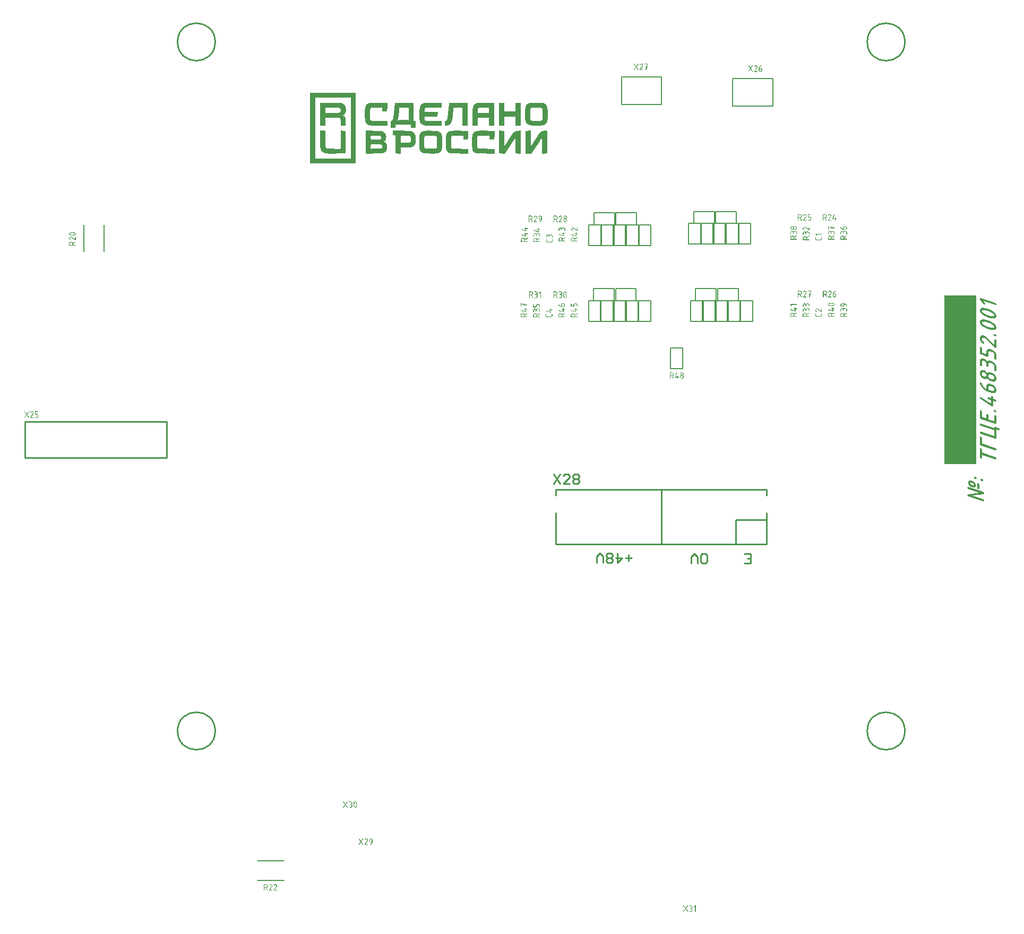
<source format=gto>
G04*
G04 #@! TF.GenerationSoftware,Altium Limited,Altium Designer,23.11.1 (41)*
G04*
G04 Layer_Color=65535*
%FSLAX43Y43*%
%MOMM*%
G71*
G04*
G04 #@! TF.SameCoordinates,128D2ADB-0047-4A34-82FD-57E8471D3911*
G04*
G04*
G04 #@! TF.FilePolarity,Positive*
G04*
G01*
G75*
%ADD10C,0.254*%
%ADD11C,0.200*%
%ADD12C,0.150*%
%ADD13R,5.200X27.000*%
G36*
X-3265Y45278D02*
X-3271Y41653D01*
X-3280Y41644D01*
X-4075Y41650D01*
X-4085Y41678D01*
X-4091Y43096D01*
X-4100Y43105D01*
X-5860Y43108D01*
X-5891Y43102D01*
X-5903Y43071D01*
X-5909Y41653D01*
X-5919Y41644D01*
X-6714Y41650D01*
X-6723Y41678D01*
X-6720Y45244D01*
X-6723Y45266D01*
X-6708Y45287D01*
X-6683Y45294D01*
X-6658Y45287D01*
X-6606Y45290D01*
X-6437Y45287D01*
X-6430D01*
X-5928Y45290D01*
X-5903Y45272D01*
X-5897Y43885D01*
X-5888Y43876D01*
X-5863Y43869D01*
X-5820Y43876D01*
X-4103Y43873D01*
X-4085Y43891D01*
X-4082Y43925D01*
X-4085Y45272D01*
X-4069Y45287D01*
X-4045Y45294D01*
X-4020Y45287D01*
X-3964Y45294D01*
X-3946Y45287D01*
X-3370Y45290D01*
X-3299Y45287D01*
X-3286Y45294D01*
X-3265Y45278D01*
D02*
G37*
G36*
X-20341D02*
X-20335Y45253D01*
X-20341Y45229D01*
X-20335Y45210D01*
X-20338Y42458D01*
X-20329Y42436D01*
X-20313Y42421D01*
X-20270Y42427D01*
X-20058Y42424D01*
X-20017Y42427D01*
X-19996Y42405D01*
X-20002Y41308D01*
X-20011Y41299D01*
X-20045Y41296D01*
X-20760Y41302D01*
X-20773Y41314D01*
X-20779Y41357D01*
X-20773Y41376D01*
X-20779Y41394D01*
X-20785Y41561D01*
X-20791Y41579D01*
X-20797Y41696D01*
X-20803Y41740D01*
X-20810Y41758D01*
X-20837Y41767D01*
X-23211Y41761D01*
X-23226Y41746D01*
X-23232Y41555D01*
X-23239Y41530D01*
X-23245Y41376D01*
X-23251Y41357D01*
X-23257Y41308D01*
X-23266Y41299D01*
X-23303Y41293D01*
X-23322Y41299D01*
X-23917Y41296D01*
X-23975Y41299D01*
X-23994Y41293D01*
X-24028Y41302D01*
X-24034Y41320D01*
X-24028Y41339D01*
X-24021Y42405D01*
X-24012Y42415D01*
X-23984Y42418D01*
X-23938Y42415D01*
X-23920Y42421D01*
X-23877Y42427D01*
X-23833Y42445D01*
X-23787Y42473D01*
X-23784Y42476D01*
X-23756Y42498D01*
X-23750Y42510D01*
X-23719Y42541D01*
X-23682Y42609D01*
X-23670Y42640D01*
X-23639Y42720D01*
X-23630Y42754D01*
X-23615Y42806D01*
X-23608Y42849D01*
X-23602Y42862D01*
X-23596Y42880D01*
X-23590Y42905D01*
X-23584Y42948D01*
X-23575Y43000D01*
X-23565Y43028D01*
X-23559Y43053D01*
X-23550Y43160D01*
X-23544Y43197D01*
X-23538Y43222D01*
X-23531Y43259D01*
X-23519Y43407D01*
X-23513Y43444D01*
X-23507Y43475D01*
X-23501Y43549D01*
X-23494Y43648D01*
X-23488Y43697D01*
X-23479Y43780D01*
X-23473Y43842D01*
X-23467Y43940D01*
X-23460Y43965D01*
X-23454Y44045D01*
X-23448Y44064D01*
X-23439Y44172D01*
X-23433Y44276D01*
X-23427Y44307D01*
X-23420Y44363D01*
X-23414Y44412D01*
X-23408Y44511D01*
X-23402Y44585D01*
X-23390Y44665D01*
X-23383Y44739D01*
X-23371Y44893D01*
X-23365Y44930D01*
X-23359Y44985D01*
X-23353Y45053D01*
X-23346Y45139D01*
X-23340Y45213D01*
X-23334Y45275D01*
X-23291Y45294D01*
X-23223Y45287D01*
X-23205Y45294D01*
X-23143Y45287D01*
X-23125Y45294D01*
X-23081Y45287D01*
X-20421Y45290D01*
X-20375Y45287D01*
X-20369Y45294D01*
X-20341Y45278D01*
D02*
G37*
G36*
X-24533D02*
X-24539Y44471D01*
X-24545Y44452D01*
X-24555Y44381D01*
X-24564Y44298D01*
X-24573Y44202D01*
X-24592Y44128D01*
X-24598Y44061D01*
X-24607Y44039D01*
X-24619Y44008D01*
X-24626Y43959D01*
X-24632Y43940D01*
X-24638Y43916D01*
X-24647Y43906D01*
X-24672Y43900D01*
X-25331Y43906D01*
X-25341Y43934D01*
X-25335Y43953D01*
X-25341Y43971D01*
X-25338Y44054D01*
X-25341Y44279D01*
X-25335Y44286D01*
X-25341Y44304D01*
X-25335Y44384D01*
X-25341Y44471D01*
X-25335Y44489D01*
X-25344Y44517D01*
X-25368Y44523D01*
X-26990Y44517D01*
X-27008Y44511D01*
X-27070Y44492D01*
X-27128Y44471D01*
X-27138Y44461D01*
X-27150Y44455D01*
X-27162Y44443D01*
X-27175Y44437D01*
X-27215Y44397D01*
X-27221Y44384D01*
X-27246Y44347D01*
X-27283Y44255D01*
X-27292Y44159D01*
X-27304Y44024D01*
X-27307Y44008D01*
X-27301Y43990D01*
X-27304Y42883D01*
X-27298Y42852D01*
X-27292Y42778D01*
X-27286Y42723D01*
X-27280Y42692D01*
X-27273Y42655D01*
X-27267Y42630D01*
X-27239Y42578D01*
X-27181Y42501D01*
X-27169Y42495D01*
X-27150Y42476D01*
X-27138Y42470D01*
X-27125Y42458D01*
X-27085Y42448D01*
X-27055Y42436D01*
X-27021Y42427D01*
X-26996Y42421D01*
X-26916Y42415D01*
X-26817Y42408D01*
X-24542Y42402D01*
X-24533Y42374D01*
X-24539Y41653D01*
X-24549Y41644D01*
X-27125Y41650D01*
X-27144Y41656D01*
X-27187Y41662D01*
X-27239Y41672D01*
X-27289Y41678D01*
X-27344Y41684D01*
X-27369Y41690D01*
X-27409Y41706D01*
X-27458Y41712D01*
X-27477Y41718D01*
X-27538Y41743D01*
X-27616Y41770D01*
X-27733Y41838D01*
X-27754Y41854D01*
X-27767Y41866D01*
X-27779Y41872D01*
X-27813Y41900D01*
X-27822Y41909D01*
X-27834Y41915D01*
X-27850Y41931D01*
X-27856Y41943D01*
X-27881Y41968D01*
X-27887Y41980D01*
X-27899Y41992D01*
X-27905Y42005D01*
X-27924Y42023D01*
X-27948Y42066D01*
X-27979Y42122D01*
X-28004Y42177D01*
X-28016Y42208D01*
X-28044Y42285D01*
X-28053Y42319D01*
X-28059Y42362D01*
X-28078Y42405D01*
X-28087Y42489D01*
X-28099Y42563D01*
X-28106Y42612D01*
X-28112Y42692D01*
X-28118Y42865D01*
X-28121Y44045D01*
X-28115Y44064D01*
X-28109Y44335D01*
X-28103Y44353D01*
Y44360D01*
X-28096Y44384D01*
X-28084Y44471D01*
X-28078Y44526D01*
X-28072Y44544D01*
X-28066Y44569D01*
X-28053Y44612D01*
X-28047Y44649D01*
X-28029Y44692D01*
X-28022Y44717D01*
X-28016Y44748D01*
X-28004Y44760D01*
X-27936Y44890D01*
X-27896Y44948D01*
X-27887Y44958D01*
X-27871Y44985D01*
X-27859Y44991D01*
X-27850Y45001D01*
X-27844Y45013D01*
X-27834Y45022D01*
X-27822Y45028D01*
X-27785Y45065D01*
X-27773Y45072D01*
X-27711Y45115D01*
X-27699Y45121D01*
X-27656Y45146D01*
X-27588Y45176D01*
X-27557Y45189D01*
X-27532Y45195D01*
X-27452Y45226D01*
X-27378Y45238D01*
X-27347Y45250D01*
X-27221Y45266D01*
X-27184Y45272D01*
X-27101Y45281D01*
X-26910Y45287D01*
X-24552Y45290D01*
X-24533Y45278D01*
D02*
G37*
G36*
X-15924Y45281D02*
X-15915Y45272D01*
X-15921Y44532D01*
X-15930Y44523D01*
X-18341Y44517D01*
X-18378Y44504D01*
X-18408Y44492D01*
X-18439Y44486D01*
X-18482Y44455D01*
X-18535Y44403D01*
X-18559Y44347D01*
X-18566Y44323D01*
X-18572Y44286D01*
X-18584Y44255D01*
X-18590Y44027D01*
X-18593Y43882D01*
X-18575Y43863D01*
X-16516Y43857D01*
X-16513Y43823D01*
X-16519Y43811D01*
X-16513Y43792D01*
X-16519Y43114D01*
X-16528Y43105D01*
X-16574Y43108D01*
X-18578Y43102D01*
X-18590Y43090D01*
X-18584Y42689D01*
X-18578Y42670D01*
X-18572Y42627D01*
X-18559Y42596D01*
X-18550Y42563D01*
X-18519Y42513D01*
X-18476Y42470D01*
X-18464Y42464D01*
X-18408Y42439D01*
X-18365Y42421D01*
X-18137Y42408D01*
X-15899Y42402D01*
X-15884Y42387D01*
X-15890Y41653D01*
X-15918Y41644D01*
X-18408Y41650D01*
X-18427Y41656D01*
X-18495Y41662D01*
X-18513Y41669D01*
X-18556Y41675D01*
X-18633Y41684D01*
X-18658Y41690D01*
X-18711Y41706D01*
X-18754Y41712D01*
X-18797Y41730D01*
X-18821Y41736D01*
X-18855Y41746D01*
X-18865Y41755D01*
X-18923Y41777D01*
X-18969Y41804D01*
X-19025Y41835D01*
X-19043Y41854D01*
X-19087Y41878D01*
X-19124Y41915D01*
X-19136Y41921D01*
X-19145Y41931D01*
X-19164Y41961D01*
X-19201Y41998D01*
X-19219Y42029D01*
X-19250Y42079D01*
X-19256Y42091D01*
X-19293Y42171D01*
X-19309Y42211D01*
X-19318Y42220D01*
X-19333Y42285D01*
X-19346Y42316D01*
X-19352Y42341D01*
X-19361Y42399D01*
X-19367Y42418D01*
X-19373Y42467D01*
X-19379Y42485D01*
X-19386Y42547D01*
X-19395Y42624D01*
X-19401Y42680D01*
X-19407Y42754D01*
X-19410Y44168D01*
X-19404Y44187D01*
X-19398Y44286D01*
X-19392Y44304D01*
X-19386Y44421D01*
X-19379Y44440D01*
X-19373Y44507D01*
X-19361Y44538D01*
X-19355Y44581D01*
X-19346Y44622D01*
X-19330Y44655D01*
Y44668D01*
X-19327Y44671D01*
X-19321Y44696D01*
X-19302Y44745D01*
X-19287Y44785D01*
X-19281Y44797D01*
X-19262Y44828D01*
X-19225Y44896D01*
X-19151Y44995D01*
X-19133Y45007D01*
X-19127Y45019D01*
X-19117Y45028D01*
X-19105Y45035D01*
X-19090Y45050D01*
X-19083Y45062D01*
X-19074Y45072D01*
X-19031Y45096D01*
X-18994Y45121D01*
X-18982Y45127D01*
X-18840Y45195D01*
X-18800Y45204D01*
X-18766Y45220D01*
X-18723Y45226D01*
X-18698Y45232D01*
X-18655Y45244D01*
X-18630Y45250D01*
X-18587Y45257D01*
X-18510Y45266D01*
X-18479Y45272D01*
X-18396Y45281D01*
X-18297Y45287D01*
X-15946Y45290D01*
X-15924Y45281D01*
D02*
G37*
G36*
X73D02*
X104Y45269D01*
X169Y45260D01*
X237Y45253D01*
X311Y45235D01*
X345Y45226D01*
X388Y45220D01*
X431Y45201D01*
X456Y45195D01*
X511Y45170D01*
X536Y45164D01*
X567Y45146D01*
X622Y45115D01*
X665Y45084D01*
X678Y45078D01*
X690Y45065D01*
X702Y45059D01*
X727Y45035D01*
X739Y45028D01*
X755Y45007D01*
X770Y44991D01*
X782Y44985D01*
X798Y44970D01*
X804Y44951D01*
X822Y44933D01*
X829Y44921D01*
X853Y44884D01*
X859Y44871D01*
X890Y44816D01*
X909Y44773D01*
X915Y44760D01*
X933Y44717D01*
X943Y44683D01*
X964Y44612D01*
X970Y44588D01*
X977Y44544D01*
X983Y44520D01*
X995Y44489D01*
X1004Y44375D01*
X1011Y44326D01*
X1017Y44289D01*
X1032Y44273D01*
Y43737D01*
Y43731D01*
X1026Y42707D01*
X1014Y42677D01*
X1007Y42615D01*
X1001Y42572D01*
X992Y42501D01*
X986Y42476D01*
X977Y42442D01*
X970Y42399D01*
X958Y42368D01*
X949Y42328D01*
X924Y42260D01*
X912Y42230D01*
X884Y42165D01*
X878Y42153D01*
X866Y42140D01*
X822Y42060D01*
X804Y42042D01*
X798Y42029D01*
X770Y41995D01*
X755Y41980D01*
X749Y41968D01*
X739Y41958D01*
X727Y41952D01*
X712Y41937D01*
X705Y41924D01*
X668Y41900D01*
X647Y41878D01*
X616Y41860D01*
X579Y41835D01*
X567Y41829D01*
X554Y41817D01*
X524Y41804D01*
X443Y41767D01*
X382Y41743D01*
X332Y41730D01*
X320Y41718D01*
X295Y41712D01*
X234Y41706D01*
X215Y41699D01*
X184Y41687D01*
X123Y41681D01*
X64Y41672D01*
X15Y41666D01*
X-16Y41659D01*
X-65Y41653D01*
X-213Y41647D01*
X-1332Y41644D01*
X-1351Y41650D01*
X-1517Y41656D01*
X-1536Y41662D01*
X-1585Y41669D01*
X-1603Y41675D01*
X-1699Y41684D01*
X-1724Y41690D01*
X-1764Y41706D01*
X-1819Y41712D01*
X-1838Y41718D01*
X-1896Y41740D01*
X-1927Y41746D01*
X-1958Y41758D01*
X-2010Y41780D01*
X-2041Y41792D01*
X-2084Y41817D01*
X-2121Y41841D01*
X-2134Y41847D01*
X-2177Y41878D01*
X-2189Y41884D01*
X-2214Y41909D01*
X-2226Y41915D01*
X-2248Y41931D01*
X-2254Y41943D01*
X-2275Y41958D01*
X-2285Y41968D01*
X-2291Y41980D01*
X-2322Y42011D01*
X-2328Y42023D01*
X-2340Y42035D01*
X-2346Y42048D01*
X-2359Y42060D01*
X-2383Y42103D01*
X-2395Y42116D01*
X-2457Y42245D01*
X-2479Y42304D01*
X-2488Y42338D01*
X-2494Y42362D01*
X-2500Y42381D01*
X-2513Y42411D01*
X-2522Y42470D01*
X-2528Y42501D01*
X-2537Y42535D01*
X-2543Y42559D01*
X-2553Y42680D01*
X-2559Y42741D01*
X-2565Y42797D01*
X-2571Y43093D01*
X-2574Y44033D01*
X-2568Y44051D01*
X-2562Y44261D01*
X-2556Y44279D01*
X-2550Y44304D01*
X-2543Y44434D01*
X-2537Y44452D01*
X-2531Y44477D01*
X-2525Y44514D01*
X-2519Y44532D01*
X-2513Y44588D01*
X-2494Y44631D01*
X-2485Y44671D01*
X-2479Y44696D01*
X-2463Y44729D01*
X-2448Y44770D01*
X-2436Y44800D01*
X-2408Y44853D01*
X-2383Y44890D01*
X-2359Y44933D01*
X-2334Y44958D01*
X-2315Y44988D01*
X-2306Y44998D01*
X-2294Y45004D01*
X-2285Y45013D01*
X-2278Y45025D01*
X-2263Y45041D01*
X-2251Y45047D01*
X-2217Y45075D01*
X-2143Y45124D01*
X-2090Y45152D01*
X-2010Y45189D01*
X-1976Y45198D01*
X-1927Y45216D01*
X-1878Y45229D01*
X-1841Y45235D01*
X-1810Y45247D01*
X-1711Y45260D01*
X-1631Y45272D01*
X-1582Y45278D01*
X-1400Y45287D01*
X73Y45281D01*
D02*
G37*
G36*
X-7500Y45284D02*
X-7494Y45266D01*
X-7500Y41653D01*
X-7509Y41644D01*
X-8311Y41650D01*
X-8317Y41675D01*
X-8320Y41678D01*
X-8314Y41696D01*
X-8320Y42855D01*
X-8329Y42865D01*
X-10129Y42858D01*
X-10138Y42831D01*
X-10145Y41653D01*
X-10154Y41644D01*
X-10548D01*
X-10943Y41650D01*
X-10952Y41659D01*
X-10946Y44292D01*
X-10940Y44310D01*
X-10931Y44369D01*
X-10921Y44452D01*
X-10915Y44514D01*
X-10903Y44526D01*
X-10897Y44569D01*
X-10887Y44609D01*
X-10881Y44634D01*
X-10854Y44723D01*
X-10847Y44748D01*
X-10835Y44760D01*
X-10826Y44794D01*
X-10817Y44803D01*
X-10798Y44847D01*
X-10792Y44859D01*
X-10780Y44871D01*
X-10773Y44884D01*
X-10749Y44927D01*
X-10724Y44951D01*
X-10706Y44982D01*
X-10690Y44998D01*
X-10681Y45001D01*
X-10675Y45013D01*
X-10659Y45028D01*
X-10647Y45035D01*
X-10622Y45059D01*
X-10610Y45065D01*
X-10598Y45078D01*
X-10585Y45084D01*
X-10561Y45109D01*
X-10394Y45189D01*
X-10345Y45201D01*
X-10333Y45207D01*
X-10302Y45220D01*
X-10277Y45226D01*
X-10225Y45235D01*
X-10172Y45250D01*
X-10129Y45257D01*
X-10068Y45263D01*
X-10049Y45269D01*
X-9975Y45275D01*
X-9957Y45281D01*
X-9784Y45287D01*
X-7574Y45290D01*
X-7500Y45284D01*
D02*
G37*
G36*
X-11741D02*
X-11729Y45272D01*
Y44625D01*
Y44618D01*
X-11735Y41653D01*
X-11744Y41644D01*
X-12540Y41650D01*
X-12549Y41659D01*
X-12555Y44514D01*
X-12564Y44523D01*
X-13964Y44517D01*
X-13973Y44507D01*
X-13979Y44409D01*
X-13985Y44390D01*
X-13991Y44329D01*
X-13998Y44249D01*
X-14004Y44205D01*
X-14013Y44110D01*
X-14019Y44054D01*
X-14028Y44020D01*
X-14035Y43879D01*
X-14041Y43860D01*
X-14047Y43805D01*
X-14053Y43786D01*
X-14062Y43648D01*
X-14068Y43574D01*
X-14078Y43540D01*
X-14084Y43429D01*
X-14090Y43410D01*
X-14096Y43275D01*
X-14102Y43256D01*
X-14115Y43151D01*
X-14121Y43053D01*
X-14127Y43009D01*
X-14146Y42905D01*
X-14155Y42809D01*
X-14161Y42772D01*
X-14173Y42723D01*
X-14179Y42686D01*
X-14186Y42630D01*
X-14201Y42590D01*
X-14210Y42532D01*
X-14216Y42507D01*
X-14232Y42455D01*
X-14238Y42430D01*
X-14244Y42393D01*
X-14263Y42350D01*
X-14269Y42325D01*
X-14281Y42294D01*
X-14303Y42236D01*
X-14324Y42183D01*
X-14337Y42153D01*
X-14349Y42140D01*
X-14358Y42106D01*
X-14383Y42069D01*
X-14414Y42020D01*
X-14438Y41983D01*
X-14454Y41961D01*
X-14466Y41949D01*
X-14472Y41937D01*
X-14494Y41909D01*
X-14503Y41906D01*
X-14509Y41894D01*
X-14525Y41878D01*
X-14537Y41872D01*
X-14605Y41804D01*
X-14660Y41773D01*
X-14740Y41730D01*
X-14784Y41712D01*
X-14817Y41703D01*
X-14845Y41687D01*
X-14870Y41681D01*
X-14928Y41672D01*
X-14953Y41666D01*
X-14987Y41656D01*
X-15030Y41650D01*
X-15147Y41644D01*
X-15348Y41641D01*
X-15378Y41653D01*
X-15385Y41678D01*
X-15378Y42405D01*
X-15369Y42415D01*
X-15326Y42421D01*
X-15252Y42427D01*
X-15234Y42433D01*
X-15194Y42448D01*
X-15147Y42476D01*
X-15135Y42482D01*
X-15070Y42547D01*
X-15021Y42633D01*
X-15015Y42652D01*
X-14993Y42710D01*
X-14984Y42744D01*
X-14965Y42818D01*
X-14959Y42855D01*
X-14947Y42886D01*
X-14941Y42966D01*
X-14935Y42985D01*
X-14928Y43009D01*
X-14916Y43096D01*
X-14910Y43194D01*
X-14904Y43213D01*
X-14891Y43287D01*
X-14882Y43419D01*
X-14876Y43469D01*
X-14870Y43506D01*
X-14864Y43561D01*
X-14851Y43697D01*
X-14842Y43780D01*
X-14830Y43829D01*
X-14824Y43965D01*
X-14817Y43984D01*
X-14811Y44045D01*
X-14805Y44064D01*
X-14799Y44162D01*
X-14793Y44187D01*
X-14787Y44279D01*
X-14774Y44310D01*
X-14765Y44455D01*
X-14759Y44517D01*
X-14750Y44544D01*
X-14740Y44652D01*
X-14731Y44773D01*
X-14725Y44791D01*
X-14716Y44874D01*
X-14710Y44936D01*
X-14697Y45072D01*
X-14691Y45102D01*
X-14685Y45139D01*
X-14679Y45220D01*
X-14673Y45275D01*
X-14666Y45287D01*
X-14596Y45290D01*
X-11741Y45284D01*
D02*
G37*
G36*
X-11627Y40818D02*
X-11618Y40790D01*
X-11624Y40131D01*
X-11630Y40112D01*
X-11636Y39909D01*
X-11643Y39890D01*
X-11655Y39785D01*
X-11661Y39767D01*
X-11667Y39687D01*
X-11673Y39668D01*
X-11686Y39625D01*
X-11692Y39582D01*
X-11701Y39536D01*
X-11717Y39496D01*
X-11723Y39459D01*
X-11738Y39437D01*
X-11763Y39431D01*
X-12422Y39437D01*
X-12429Y39523D01*
X-12432Y39533D01*
X-12426Y39551D01*
X-12432Y40050D01*
X-12441Y40060D01*
X-14056Y40053D01*
X-14075Y40047D01*
X-14124Y40041D01*
X-14155Y40029D01*
X-14195Y40020D01*
X-14229Y39998D01*
X-14287Y39958D01*
X-14306Y39939D01*
X-14312Y39927D01*
X-14355Y39859D01*
X-14371Y39795D01*
X-14380Y39785D01*
X-14386Y39705D01*
X-14392Y39681D01*
X-14398Y39471D01*
X-14392Y38306D01*
X-14386Y38287D01*
X-14380Y38226D01*
X-14367Y38195D01*
X-14355Y38152D01*
X-14349Y38127D01*
X-14330Y38108D01*
X-14306Y38065D01*
X-14260Y38019D01*
X-14247Y38013D01*
X-14167Y37976D01*
X-14142Y37970D01*
X-14124Y37964D01*
X-14093Y37951D01*
X-13884Y37945D01*
X-11633Y37939D01*
X-11624Y37930D01*
X-11618Y37887D01*
X-11624Y37190D01*
X-11633Y37181D01*
X-14235Y37187D01*
X-14253Y37193D01*
X-14306Y37202D01*
X-14389Y37212D01*
X-14441Y37221D01*
X-14491Y37233D01*
X-14525Y37242D01*
X-14568Y37249D01*
X-14586Y37255D01*
X-14629Y37273D01*
X-14654Y37279D01*
X-14722Y37310D01*
X-14765Y37335D01*
X-14830Y37369D01*
X-14833Y37378D01*
X-14864Y37396D01*
X-14876Y37409D01*
X-14888Y37415D01*
X-14916Y37437D01*
X-14922Y37449D01*
X-14984Y37511D01*
X-14990Y37523D01*
X-15009Y37541D01*
X-15015Y37554D01*
X-15027Y37566D01*
X-15052Y37609D01*
X-15083Y37665D01*
X-15095Y37695D01*
X-15101Y37714D01*
X-15120Y37757D01*
X-15126Y37782D01*
X-15147Y37840D01*
X-15153Y37865D01*
X-15160Y37896D01*
X-15169Y37924D01*
X-15178Y37976D01*
X-15184Y38025D01*
X-15194Y38108D01*
X-15206Y38139D01*
X-15215Y38370D01*
X-15218Y39366D01*
Y39372D01*
X-15209Y39795D01*
X-15203Y39862D01*
X-15190Y39924D01*
X-15184Y39986D01*
X-15172Y40066D01*
X-15163Y40100D01*
X-15157Y40124D01*
X-15144Y40180D01*
X-15126Y40223D01*
X-15120Y40260D01*
X-15089Y40328D01*
X-15083Y40340D01*
X-15046Y40408D01*
X-15006Y40466D01*
X-14990Y40488D01*
X-14965Y40513D01*
X-14959Y40525D01*
X-14950Y40534D01*
X-14938Y40540D01*
X-14922Y40556D01*
X-14916Y40568D01*
X-14907Y40577D01*
X-14895Y40584D01*
X-14882Y40596D01*
X-14870Y40602D01*
X-14845Y40627D01*
X-14833Y40633D01*
X-14821Y40645D01*
X-14790Y40658D01*
X-14777Y40664D01*
X-14765Y40676D01*
X-14722Y40695D01*
X-14654Y40725D01*
X-14605Y40738D01*
X-14562Y40756D01*
X-14512Y40762D01*
X-14494Y40769D01*
X-14451Y40781D01*
X-14426Y40787D01*
X-14352Y40793D01*
X-14321Y40806D01*
X-14309Y40799D01*
X-14290Y40806D01*
X-14229Y40812D01*
X-14204Y40818D01*
X-13921Y40824D01*
X-11627Y40818D01*
D02*
G37*
G36*
X-7435D02*
X-7426Y40790D01*
X-7432Y40038D01*
X-7438Y40020D01*
X-7444Y39921D01*
X-7451Y39902D01*
X-7463Y39779D01*
X-7472Y39714D01*
X-7481Y39681D01*
X-7488Y39656D01*
X-7497Y39591D01*
X-7503Y39560D01*
X-7518Y39520D01*
X-7531Y39446D01*
X-7540Y39437D01*
X-7602Y39431D01*
X-8224Y39437D01*
X-8234Y39465D01*
X-8240Y40050D01*
X-8249Y40060D01*
X-9876Y40053D01*
X-9895Y40047D01*
X-9944Y40041D01*
X-9975Y40029D01*
X-10000Y40023D01*
X-10031Y40010D01*
X-10068Y39986D01*
X-10086Y39979D01*
X-10101Y39964D01*
X-10108Y39952D01*
X-10138Y39921D01*
X-10163Y39865D01*
X-10169Y39853D01*
X-10182Y39822D01*
X-10188Y39798D01*
X-10200Y39754D01*
X-10209Y39690D01*
X-10215Y39548D01*
X-10219Y38522D01*
X-10212Y38503D01*
X-10206Y38275D01*
X-10200Y38256D01*
X-10191Y38216D01*
X-10185Y38192D01*
X-10175Y38158D01*
X-10169Y38133D01*
X-10157Y38121D01*
X-10138Y38090D01*
X-10111Y38056D01*
X-10095Y38035D01*
X-10086Y38025D01*
X-10043Y38001D01*
X-9987Y37976D01*
X-9947Y37967D01*
X-9913Y37957D01*
X-9889Y37951D01*
X-9790Y37945D01*
X-7441Y37939D01*
X-7432Y37930D01*
X-7426Y37905D01*
X-7432Y37190D01*
X-7441Y37181D01*
X-7469Y37178D01*
X-9966Y37184D01*
X-10046Y37190D01*
X-10095Y37196D01*
X-10169Y37208D01*
X-10225Y37215D01*
X-10256Y37221D01*
X-10330Y37239D01*
X-10360Y37245D01*
X-10385Y37252D01*
X-10419Y37267D01*
X-10444Y37273D01*
X-10502Y37295D01*
X-10511Y37304D01*
X-10551Y37313D01*
X-10592Y37341D01*
X-10610Y37347D01*
X-10629Y37366D01*
X-10684Y37396D01*
X-10703Y37415D01*
X-10715Y37421D01*
X-10798Y37504D01*
X-10804Y37517D01*
X-10832Y37551D01*
X-10866Y37603D01*
X-10928Y37732D01*
X-10940Y37763D01*
X-10952Y37806D01*
X-10965Y37837D01*
X-10971Y37862D01*
X-10980Y37896D01*
X-10986Y37945D01*
X-10992Y37970D01*
X-11002Y38004D01*
X-11008Y38047D01*
X-11023Y38204D01*
X-11029Y38253D01*
X-11035Y38358D01*
X-11038Y39637D01*
X-11032Y39656D01*
X-11026Y39798D01*
X-11020Y39816D01*
X-11011Y39924D01*
X-11008Y39983D01*
Y39989D01*
X-11002Y40020D01*
X-10989Y40032D01*
X-10983Y40100D01*
X-10977Y40118D01*
X-10968Y40152D01*
X-10946Y40223D01*
X-10940Y40254D01*
X-10928Y40266D01*
X-10921Y40291D01*
X-10847Y40433D01*
X-10783Y40522D01*
X-10770Y40528D01*
X-10755Y40544D01*
X-10749Y40556D01*
X-10733Y40571D01*
X-10721Y40577D01*
X-10696Y40602D01*
X-10684Y40608D01*
X-10604Y40664D01*
X-10573Y40682D01*
X-10542Y40695D01*
X-10502Y40710D01*
X-10493Y40719D01*
X-10444Y40732D01*
X-10404Y40747D01*
X-10370Y40756D01*
X-10345Y40762D01*
X-10311Y40772D01*
X-10280Y40778D01*
X-10256Y40784D01*
X-10172Y40793D01*
X-10148Y40799D01*
X-10098Y40806D01*
X-10080Y40812D01*
X-9809Y40824D01*
X-7435Y40818D01*
D02*
G37*
G36*
X961D02*
X970Y40809D01*
X964Y37184D01*
X218Y37178D01*
X215Y37175D01*
X197Y37181D01*
X154Y37187D01*
X147Y39727D01*
X135Y39739D01*
X123Y39733D01*
X114Y39724D01*
X83Y39668D01*
X52Y39625D01*
X46Y39613D01*
X21Y39576D01*
X15Y39563D01*
X-16Y39520D01*
X-22Y39508D01*
X-53Y39465D01*
X-59Y39452D01*
X-90Y39409D01*
X-96Y39397D01*
X-127Y39354D01*
X-152Y39311D01*
X-195Y39243D01*
X-201Y39230D01*
X-219Y39212D01*
X-244Y39169D01*
X-275Y39126D01*
X-281Y39113D01*
X-321Y39055D01*
X-346Y39018D01*
X-377Y38968D01*
X-410Y38916D01*
X-441Y38873D01*
X-466Y38830D01*
X-497Y38787D01*
X-503Y38774D01*
X-586Y38648D01*
X-605Y38611D01*
X-617Y38605D01*
X-654Y38543D01*
X-663Y38534D01*
X-682Y38503D01*
X-706Y38466D01*
X-713Y38454D01*
X-725Y38441D01*
X-731Y38429D01*
X-756Y38386D01*
X-786Y38343D01*
X-793Y38330D01*
X-823Y38287D01*
X-842Y38256D01*
X-854Y38244D01*
X-885Y38189D01*
X-897Y38176D01*
X-922Y38133D01*
X-934Y38121D01*
X-959Y38078D01*
X-971Y38065D01*
X-1002Y38010D01*
X-1015Y37998D01*
X-1039Y37954D01*
X-1052Y37942D01*
X-1058Y37930D01*
X-1079Y37890D01*
X-1089Y37887D01*
X-1119Y37831D01*
X-1132Y37819D01*
X-1156Y37776D01*
X-1169Y37763D01*
X-1200Y37708D01*
X-1212Y37695D01*
X-1237Y37652D01*
X-1249Y37640D01*
X-1274Y37597D01*
X-1298Y37560D01*
X-1304Y37547D01*
X-1335Y37504D01*
X-1360Y37461D01*
X-1391Y37418D01*
X-1431Y37359D01*
X-1474Y37292D01*
X-1483Y37282D01*
X-1508Y37239D01*
X-1532Y37202D01*
X-1539Y37190D01*
X-1548Y37181D01*
X-2457Y37178D01*
X-2482Y37184D01*
X-2488Y37202D01*
Y39471D01*
Y39477D01*
X-2482Y40821D01*
X-1690Y40824D01*
X-1674Y40815D01*
X-1668Y40790D01*
X-1662Y38367D01*
X-1640Y38364D01*
X-1625Y38380D01*
X-1619Y38404D01*
X-1606Y38417D01*
X-1600Y38429D01*
X-1569Y38472D01*
X-1551Y38503D01*
X-1526Y38540D01*
X-1520Y38552D01*
X-1508Y38565D01*
X-1483Y38608D01*
X-1458Y38645D01*
X-1452Y38657D01*
X-1421Y38700D01*
X-1415Y38713D01*
X-1384Y38756D01*
X-1378Y38768D01*
X-1354Y38805D01*
X-1323Y38861D01*
X-1298Y38898D01*
X-1292Y38910D01*
X-1274Y38928D01*
X-1243Y38984D01*
X-1230Y38996D01*
X-1224Y39009D01*
X-1200Y39046D01*
X-1193Y39058D01*
X-1181Y39070D01*
X-1175Y39083D01*
X-1132Y39150D01*
X-1126Y39163D01*
X-1095Y39206D01*
X-1076Y39237D01*
X-1045Y39280D01*
X-1021Y39323D01*
X-990Y39366D01*
X-965Y39409D01*
X-934Y39452D01*
X-928Y39465D01*
X-897Y39508D01*
X-885Y39539D01*
X-860Y39563D01*
X-854Y39588D01*
X-830Y39613D01*
X-805Y39656D01*
X-780Y39693D01*
X-774Y39705D01*
X-743Y39748D01*
X-731Y39779D01*
X-706Y39804D01*
X-682Y39847D01*
X-669Y39859D01*
X-639Y39915D01*
X-626Y39927D01*
X-577Y40013D01*
X-558Y40032D01*
X-534Y40075D01*
X-521Y40087D01*
X-491Y40143D01*
X-478Y40155D01*
X-454Y40198D01*
X-429Y40235D01*
X-410Y40266D01*
X-398Y40278D01*
X-392Y40291D01*
X-352Y40349D01*
X-336Y40371D01*
X-324Y40383D01*
X-318Y40396D01*
X-299Y40414D01*
X-293Y40426D01*
X-269Y40451D01*
X-262Y40463D01*
X-235Y40497D01*
X-142Y40590D01*
X-130Y40596D01*
X-118Y40608D01*
X-105Y40614D01*
X-93Y40627D01*
X-81Y40633D01*
X-68Y40645D01*
X-56Y40651D01*
X-13Y40682D01*
X-1Y40688D01*
X43Y40713D01*
X123Y40750D01*
X166Y40762D01*
X246Y40787D01*
X289Y40793D01*
X320Y40799D01*
X332Y40812D01*
X653Y40824D01*
X961Y40818D01*
D02*
G37*
G36*
X-3265Y40815D02*
X-3259Y40790D01*
X-3265Y40772D01*
X-3262Y37199D01*
X-3274Y37181D01*
X-3333Y37178D01*
X-4078Y37184D01*
X-4085Y37208D01*
X-4091Y39736D01*
X-4106Y39739D01*
X-4128Y39717D01*
X-4143Y39677D01*
X-4159Y39662D01*
X-4165Y39650D01*
X-4189Y39607D01*
X-4202Y39594D01*
X-4226Y39551D01*
X-4245Y39533D01*
X-4251Y39514D01*
X-4294Y39452D01*
X-4300Y39440D01*
X-4331Y39397D01*
X-4337Y39385D01*
X-4362Y39348D01*
X-4387Y39304D01*
X-4399Y39292D01*
X-4405Y39280D01*
X-4445Y39221D01*
X-4467Y39187D01*
X-4492Y39150D01*
X-4498Y39138D01*
X-4529Y39095D01*
X-4553Y39052D01*
X-4565Y39039D01*
X-4572Y39027D01*
X-4596Y38990D01*
X-4602Y38978D01*
X-4633Y38935D01*
X-4639Y38922D01*
X-4664Y38879D01*
X-4683Y38861D01*
X-4707Y38817D01*
X-4760Y38740D01*
X-4791Y38691D01*
X-4800Y38682D01*
X-4806Y38669D01*
X-4831Y38632D01*
X-4849Y38602D01*
X-4945Y38457D01*
X-4975Y38407D01*
X-4985Y38398D01*
X-5009Y38355D01*
X-5040Y38312D01*
X-5059Y38281D01*
X-5089Y38238D01*
X-5108Y38207D01*
X-5148Y38149D01*
X-5173Y38112D01*
X-5210Y38050D01*
X-5234Y38013D01*
X-5278Y37945D01*
X-5293Y37930D01*
X-5305Y37899D01*
X-5324Y37880D01*
X-5342Y37850D01*
X-5367Y37813D01*
X-5373Y37800D01*
X-5404Y37757D01*
X-5410Y37745D01*
X-5441Y37702D01*
X-5466Y37658D01*
X-5478Y37646D01*
X-5503Y37603D01*
X-5515Y37591D01*
X-5546Y37535D01*
X-5558Y37523D01*
X-5607Y37437D01*
X-5632Y37412D01*
X-5638Y37387D01*
X-5663Y37363D01*
X-5694Y37307D01*
X-5706Y37295D01*
X-5712Y37282D01*
X-5752Y37224D01*
X-5774Y37190D01*
X-5783Y37181D01*
X-6714Y37187D01*
X-6723Y37196D01*
Y38047D01*
Y38053D01*
X-6720Y40775D01*
X-6723Y40802D01*
X-6708Y40824D01*
X-5912Y40818D01*
X-5903Y40809D01*
X-5897Y38367D01*
X-5869Y38364D01*
X-5842Y38417D01*
X-5802Y38475D01*
X-5752Y38549D01*
X-5721Y38599D01*
X-5712Y38608D01*
X-5687Y38651D01*
X-5647Y38710D01*
X-5620Y38756D01*
X-5614Y38768D01*
X-5589Y38805D01*
X-5583Y38817D01*
X-5570Y38830D01*
X-5564Y38842D01*
X-5481Y38968D01*
X-5450Y39018D01*
X-5407Y39086D01*
X-5398Y39095D01*
X-5348Y39181D01*
X-5336Y39193D01*
X-5330Y39206D01*
X-5290Y39264D01*
X-5259Y39314D01*
X-5231Y39360D01*
X-5225Y39372D01*
X-5213Y39385D01*
X-5207Y39397D01*
X-5167Y39455D01*
X-5136Y39505D01*
X-5126Y39514D01*
X-5120Y39539D01*
X-5089Y39570D01*
X-5065Y39613D01*
X-4982Y39739D01*
X-4920Y39838D01*
X-4898Y39872D01*
X-4858Y39930D01*
X-4797Y40029D01*
X-4787Y40038D01*
X-4757Y40094D01*
X-4713Y40155D01*
X-4707Y40168D01*
X-4676Y40211D01*
X-4652Y40254D01*
X-4590Y40340D01*
X-4584Y40352D01*
X-4572Y40365D01*
X-4565Y40377D01*
X-4553Y40389D01*
X-4547Y40402D01*
X-4535Y40414D01*
X-4529Y40426D01*
X-4498Y40457D01*
X-4492Y40470D01*
X-4476Y40491D01*
X-4464Y40497D01*
X-4448Y40513D01*
X-4442Y40525D01*
X-4421Y40540D01*
X-4411Y40550D01*
X-4405Y40562D01*
X-4390Y40577D01*
X-4377Y40584D01*
X-4353Y40608D01*
X-4340Y40614D01*
X-4328Y40627D01*
X-4316Y40633D01*
X-4236Y40688D01*
X-4180Y40719D01*
X-4119Y40744D01*
X-4075Y40762D01*
X-4035Y40772D01*
X-3995Y40787D01*
X-3937Y40796D01*
X-3909Y40806D01*
X-3832Y40815D01*
X-3733Y40821D01*
X-3274Y40824D01*
X-3265Y40815D01*
D02*
G37*
G36*
X-16818Y40818D02*
X-16799Y40812D01*
X-16719Y40806D01*
X-16701Y40799D01*
X-16618Y40790D01*
X-16550Y40778D01*
X-16516Y40769D01*
X-16476Y40759D01*
X-16445Y40753D01*
X-16414Y40741D01*
X-16380Y40732D01*
X-16340Y40716D01*
X-16331Y40707D01*
X-16306Y40701D01*
X-16214Y40651D01*
X-16171Y40621D01*
X-16158Y40614D01*
X-16124Y40587D01*
X-16097Y40559D01*
X-16084Y40553D01*
X-16057Y40525D01*
X-16050Y40513D01*
X-16035Y40497D01*
X-16023Y40491D01*
X-15986Y40430D01*
X-15976Y40420D01*
X-15915Y40291D01*
X-15896Y40248D01*
X-15890Y40223D01*
X-15881Y40189D01*
X-15866Y40149D01*
X-15856Y40097D01*
X-15847Y40063D01*
X-15841Y40038D01*
X-15835Y39995D01*
X-15829Y39909D01*
X-15822Y39890D01*
X-15816Y39865D01*
X-15810Y39804D01*
X-15804Y39502D01*
Y38583D01*
Y38577D01*
X-15810Y38189D01*
X-15816Y38170D01*
X-15822Y38115D01*
X-15829Y38096D01*
X-15835Y38004D01*
X-15841Y37985D01*
X-15850Y37908D01*
X-15866Y37874D01*
X-15872Y37837D01*
X-15884Y37806D01*
X-15912Y37729D01*
X-15927Y37689D01*
X-15933Y37665D01*
X-15958Y37628D01*
X-15989Y37572D01*
X-16001Y37560D01*
X-16026Y37517D01*
X-16057Y37486D01*
X-16063Y37474D01*
X-16078Y37458D01*
X-16091Y37452D01*
X-16100Y37443D01*
X-16106Y37430D01*
X-16115Y37421D01*
X-16128Y37415D01*
X-16161Y37387D01*
X-16195Y37366D01*
X-16232Y37341D01*
X-16245Y37335D01*
X-16257Y37322D01*
X-16291Y37313D01*
X-16312Y37304D01*
X-16368Y37279D01*
X-16426Y37258D01*
X-16460Y37249D01*
X-16485Y37242D01*
X-16528Y37236D01*
X-16590Y37218D01*
X-16652Y37212D01*
X-16676Y37205D01*
X-16725Y37199D01*
X-16744Y37193D01*
X-16861Y37187D01*
X-16923Y37181D01*
X-18482Y37187D01*
X-18501Y37193D01*
X-18559Y37202D01*
X-18609Y37208D01*
X-18664Y37215D01*
X-18695Y37221D01*
X-18794Y37245D01*
X-18831Y37252D01*
X-18852Y37261D01*
X-18883Y37273D01*
X-18923Y37289D01*
X-18957Y37304D01*
X-19087Y37372D01*
X-19099Y37384D01*
X-19111Y37390D01*
X-19130Y37409D01*
X-19161Y37427D01*
X-19170Y37437D01*
X-19176Y37449D01*
X-19185Y37458D01*
X-19198Y37464D01*
X-19219Y37486D01*
X-19225Y37498D01*
X-19244Y37517D01*
X-19250Y37529D01*
X-19262Y37541D01*
X-19268Y37554D01*
X-19281Y37566D01*
X-19305Y37609D01*
X-19336Y37665D01*
X-19349Y37695D01*
X-19367Y37739D01*
X-19386Y37800D01*
X-19401Y37840D01*
X-19413Y37890D01*
X-19419Y37927D01*
X-19426Y37957D01*
X-19438Y38007D01*
X-19453Y38145D01*
X-19460Y38164D01*
X-19469Y38297D01*
X-19472Y39687D01*
X-19466Y39705D01*
X-19460Y39804D01*
X-19453Y39822D01*
X-19447Y39933D01*
X-19441Y39952D01*
X-19435Y40020D01*
X-19423Y40050D01*
X-19416Y40106D01*
X-19410Y40124D01*
X-19401Y40158D01*
X-19386Y40211D01*
X-19379Y40248D01*
X-19361Y40266D01*
X-19355Y40303D01*
X-19330Y40340D01*
X-19321Y40374D01*
X-19312Y40383D01*
X-19305Y40396D01*
X-19281Y40439D01*
X-19268Y40451D01*
X-19262Y40463D01*
X-19235Y40497D01*
X-19219Y40519D01*
X-19161Y40577D01*
X-19148Y40584D01*
X-19124Y40608D01*
X-19111Y40614D01*
X-19077Y40642D01*
X-19047Y40655D01*
X-19037Y40664D01*
X-19025Y40670D01*
X-18957Y40701D01*
X-18945Y40707D01*
X-18889Y40732D01*
X-18858Y40738D01*
X-18846Y40750D01*
X-18803Y40756D01*
X-18778Y40762D01*
X-18738Y40772D01*
X-18704Y40781D01*
X-18680Y40787D01*
X-18609Y40796D01*
X-18553Y40802D01*
X-18516Y40809D01*
X-18433Y40818D01*
X-18242Y40824D01*
X-16818Y40818D01*
D02*
G37*
G36*
X-20991D02*
X-20961Y40806D01*
X-20905Y40799D01*
X-20887Y40793D01*
X-20828Y40784D01*
X-20705Y40753D01*
X-20671Y40738D01*
X-20646Y40732D01*
X-20606Y40716D01*
X-20508Y40667D01*
X-20446Y40630D01*
X-20409Y40605D01*
X-20400Y40596D01*
X-20387Y40590D01*
X-20375Y40577D01*
X-20363Y40571D01*
X-20332Y40540D01*
X-20320Y40534D01*
X-20295Y40510D01*
X-20283Y40503D01*
X-20273Y40494D01*
X-20267Y40482D01*
X-20255Y40470D01*
X-20249Y40457D01*
X-20218Y40426D01*
X-20212Y40414D01*
X-20156Y40334D01*
X-20101Y40217D01*
X-20076Y40155D01*
X-20064Y40106D01*
X-20045Y40063D01*
X-20033Y39989D01*
X-20024Y39949D01*
X-20014Y39915D01*
X-20008Y39853D01*
X-19999Y39696D01*
X-19996Y39224D01*
X-20002Y39206D01*
X-20011Y39055D01*
X-20017Y39005D01*
X-20027Y38972D01*
X-20033Y38947D01*
X-20042Y38888D01*
X-20048Y38864D01*
X-20064Y38830D01*
X-20073Y38784D01*
X-20101Y38719D01*
X-20116Y38679D01*
X-20125Y38669D01*
X-20175Y38577D01*
X-20233Y38500D01*
X-20249Y38478D01*
X-20261Y38466D01*
X-20267Y38454D01*
X-20313Y38407D01*
X-20326Y38401D01*
X-20363Y38364D01*
X-20375Y38358D01*
X-20387Y38346D01*
X-20400Y38340D01*
X-20443Y38315D01*
X-20455Y38303D01*
X-20467Y38297D01*
X-20511Y38272D01*
X-20523Y38260D01*
X-20548Y38253D01*
X-20615Y38223D01*
X-20674Y38201D01*
X-20726Y38186D01*
X-20751Y38179D01*
X-20782Y38167D01*
X-20840Y38158D01*
X-20877Y38152D01*
X-20908Y38145D01*
X-20942Y38136D01*
X-21041Y38130D01*
X-21121Y38124D01*
X-21368Y38118D01*
X-22400Y38115D01*
X-22406Y38090D01*
X-22412Y37184D01*
X-22440Y37175D01*
X-22459Y37181D01*
X-23223Y37187D01*
X-23232Y37196D01*
X-23229Y37242D01*
X-23232Y40007D01*
X-23226Y40026D01*
X-23235Y40047D01*
X-23279Y40060D01*
X-23340Y40066D01*
X-23359Y40072D01*
X-23383Y40078D01*
X-23491Y40087D01*
X-23528Y40094D01*
X-23587Y40103D01*
X-23605Y40109D01*
X-23642Y40115D01*
X-23652Y40124D01*
X-23645Y40815D01*
X-23636Y40824D01*
X-22674D01*
X-20991Y40818D01*
D02*
G37*
G36*
X-25711Y40821D02*
X-25584Y40812D01*
X-25566Y40806D01*
X-25541Y40799D01*
X-25446Y40784D01*
X-25415Y40772D01*
X-25390Y40765D01*
X-25359Y40759D01*
X-25335Y40753D01*
X-25282Y40732D01*
X-25251Y40719D01*
X-25116Y40645D01*
X-25103Y40633D01*
X-25091Y40627D01*
X-25008Y40568D01*
X-25002Y40556D01*
X-24928Y40482D01*
X-24909Y40451D01*
X-24897Y40439D01*
X-24891Y40426D01*
X-24848Y40359D01*
X-24798Y40254D01*
X-24780Y40211D01*
X-24761Y40137D01*
X-24749Y40106D01*
X-24743Y40063D01*
X-24733Y39992D01*
X-24727Y39912D01*
X-24724Y39785D01*
X-24730Y39767D01*
X-24737Y39687D01*
X-24743Y39662D01*
X-24749Y39607D01*
X-24755Y39588D01*
X-24783Y39486D01*
X-24811Y39422D01*
X-24866Y39317D01*
X-24909Y39261D01*
X-24922Y39249D01*
X-24928Y39237D01*
X-25023Y39141D01*
X-25054Y39123D01*
X-25057Y39101D01*
X-25036Y39079D01*
X-25011Y39073D01*
X-24949Y39030D01*
X-24937Y39024D01*
X-24903Y38996D01*
X-24894Y38987D01*
X-24881Y38981D01*
X-24863Y38962D01*
X-24851Y38956D01*
X-24774Y38879D01*
X-24767Y38867D01*
X-24737Y38836D01*
X-24730Y38824D01*
X-24687Y38756D01*
X-24638Y38651D01*
X-24635Y38648D01*
X-24616Y38599D01*
X-24607Y38589D01*
X-24601Y38565D01*
X-24595Y38515D01*
X-24589Y38497D01*
X-24576Y38448D01*
X-24570Y38404D01*
X-24564Y38306D01*
X-24570Y38071D01*
X-24576Y38053D01*
X-24592Y37982D01*
X-24598Y37951D01*
X-24604Y37902D01*
X-24619Y37874D01*
X-24629Y37834D01*
X-24650Y37782D01*
X-24687Y37702D01*
X-24703Y37662D01*
X-24724Y37640D01*
X-24749Y37597D01*
X-24761Y37584D01*
X-24767Y37572D01*
X-24795Y37538D01*
X-24817Y37517D01*
X-24823Y37504D01*
X-24869Y37458D01*
X-24881Y37452D01*
X-24912Y37421D01*
X-24925Y37415D01*
X-24959Y37387D01*
X-25008Y37356D01*
X-25017Y37347D01*
X-25057Y37332D01*
X-25103Y37304D01*
X-25143Y37289D01*
X-25174Y37276D01*
X-25214Y37261D01*
X-25257Y37242D01*
X-25307Y37236D01*
X-25350Y37218D01*
X-25452Y37202D01*
X-25501Y37190D01*
X-25581Y37184D01*
X-27955Y37178D01*
X-27970Y37175D01*
X-27998Y37190D01*
X-27992Y40815D01*
X-27982Y40824D01*
X-27967Y40827D01*
X-25711Y40821D01*
D02*
G37*
G36*
X-29594Y46881D02*
X-29597Y35584D01*
X-30682D01*
X-36844Y35587D01*
X-36841Y46884D01*
X-29594Y46881D01*
D02*
G37*
G36*
X69142Y-14388D02*
X69172Y-14396D01*
X69300Y-14438D01*
X69303D01*
X69308Y-14441D01*
X69317Y-14444D01*
X69328Y-14449D01*
X69356Y-14466D01*
X69386Y-14488D01*
X69417Y-14519D01*
X69444Y-14560D01*
X69455Y-14582D01*
X69464Y-14610D01*
X69469Y-14638D01*
X69472Y-14668D01*
Y-14682D01*
X69469Y-14693D01*
X69464Y-14718D01*
X69450Y-14746D01*
X69430Y-14771D01*
X69417Y-14780D01*
X69400Y-14788D01*
X69381Y-14791D01*
X69356D01*
X69331Y-14788D01*
X69300Y-14780D01*
X69172Y-14738D01*
X69170D01*
X69164Y-14735D01*
X69156Y-14732D01*
X69145Y-14727D01*
X69120Y-14710D01*
X69086Y-14688D01*
X69056Y-14655D01*
X69028Y-14616D01*
X69020Y-14594D01*
X69011Y-14566D01*
X69006Y-14538D01*
X69003Y-14507D01*
Y-14491D01*
X69006Y-14482D01*
X69011Y-14458D01*
X69025Y-14430D01*
X69045Y-14405D01*
X69058Y-14396D01*
X69075Y-14388D01*
X69095Y-14385D01*
X69117D01*
X69142Y-14388D01*
D02*
G37*
G36*
X70175Y-14738D02*
X70205Y-14746D01*
X70333Y-14791D01*
X70336D01*
X70341Y-14793D01*
X70349Y-14796D01*
X70358Y-14802D01*
X70385Y-14818D01*
X70416Y-14841D01*
X70449Y-14871D01*
X70474Y-14910D01*
X70485Y-14935D01*
X70494Y-14960D01*
X70499Y-14988D01*
X70502Y-15018D01*
Y-15035D01*
X70499Y-15043D01*
X70494Y-15068D01*
X70480Y-15096D01*
X70460Y-15121D01*
X70447Y-15132D01*
X70430Y-15138D01*
X70410Y-15143D01*
X70388D01*
X70363Y-15140D01*
X70333Y-15132D01*
X70205Y-15088D01*
X70202D01*
X70197Y-15085D01*
X70188Y-15082D01*
X70177Y-15077D01*
X70152Y-15060D01*
X70119Y-15038D01*
X70088Y-15007D01*
X70061Y-14968D01*
X70052Y-14946D01*
X70044Y-14918D01*
X70038Y-14891D01*
X70036Y-14860D01*
Y-14843D01*
X70038Y-14835D01*
X70044Y-14810D01*
X70058Y-14782D01*
X70077Y-14757D01*
X70091Y-14749D01*
X70108Y-14741D01*
X70127Y-14735D01*
X70150D01*
X70175Y-14738D01*
D02*
G37*
G36*
X68484Y-15013D02*
X68520Y-15018D01*
X68556Y-15024D01*
X68592Y-15035D01*
X68850Y-15124D01*
X68853D01*
X68859Y-15127D01*
X68870Y-15132D01*
X68884Y-15138D01*
X68903Y-15146D01*
X68922Y-15157D01*
X68970Y-15182D01*
X69025Y-15218D01*
X69083Y-15265D01*
X69145Y-15321D01*
X69172Y-15351D01*
X69200Y-15388D01*
X69203Y-15390D01*
X69206Y-15396D01*
X69214Y-15407D01*
X69222Y-15421D01*
X69233Y-15438D01*
X69244Y-15460D01*
X69258Y-15482D01*
X69269Y-15510D01*
X69297Y-15568D01*
X69319Y-15635D01*
X69336Y-15710D01*
X69339Y-15746D01*
X69342Y-15785D01*
Y-15804D01*
X69339Y-15818D01*
X69336Y-15835D01*
X69333Y-15854D01*
X69325Y-15898D01*
X69308Y-15948D01*
X69281Y-15998D01*
X69267Y-16021D01*
X69247Y-16045D01*
X69225Y-16065D01*
X69200Y-16084D01*
X69197D01*
X69195Y-16087D01*
X69186Y-16093D01*
X69175Y-16098D01*
X69161Y-16104D01*
X69145Y-16109D01*
X69103Y-16123D01*
X69050Y-16132D01*
X68992Y-16134D01*
X68959Y-16132D01*
X68925Y-16129D01*
X68889Y-16120D01*
X68850Y-16109D01*
X68592Y-16021D01*
X68589D01*
X68584Y-16018D01*
X68573Y-16012D01*
X68559Y-16007D01*
X68539Y-15998D01*
X68520Y-15990D01*
X68473Y-15962D01*
X68420Y-15929D01*
X68362Y-15884D01*
X68303Y-15829D01*
X68276Y-15796D01*
X68248Y-15762D01*
X68245Y-15760D01*
X68242Y-15754D01*
X68234Y-15743D01*
X68226Y-15729D01*
X68214Y-15710D01*
X68203Y-15690D01*
X68190Y-15665D01*
X68176Y-15640D01*
X68148Y-15579D01*
X68126Y-15512D01*
X68109Y-15438D01*
X68106Y-15401D01*
X68103Y-15363D01*
Y-15343D01*
X68106Y-15329D01*
X68109Y-15313D01*
X68112Y-15293D01*
X68120Y-15249D01*
X68140Y-15199D01*
X68165Y-15149D01*
X68181Y-15127D01*
X68201Y-15102D01*
X68223Y-15082D01*
X68248Y-15063D01*
X68251D01*
X68253Y-15060D01*
X68262Y-15054D01*
X68273Y-15049D01*
X68287Y-15043D01*
X68303Y-15035D01*
X68345Y-15024D01*
X68395Y-15016D01*
X68453Y-15010D01*
X68484Y-15013D01*
D02*
G37*
G36*
X69655Y-15401D02*
X69686Y-15410D01*
X69689D01*
X69694Y-15413D01*
X69703Y-15415D01*
X69711Y-15421D01*
X69739Y-15438D01*
X69769Y-15460D01*
X69802Y-15490D01*
X69827Y-15529D01*
X69839Y-15554D01*
X69847Y-15579D01*
X69852Y-15607D01*
X69855Y-15637D01*
Y-16298D01*
X69852Y-16306D01*
X69847Y-16331D01*
X69833Y-16359D01*
X69814Y-16384D01*
X69800Y-16395D01*
X69783Y-16401D01*
X69764Y-16406D01*
X69741D01*
X69716Y-16404D01*
X69686Y-16395D01*
X69683D01*
X69678Y-16393D01*
X69669Y-16390D01*
X69658Y-16384D01*
X69633Y-16368D01*
X69600Y-16345D01*
X69569Y-16315D01*
X69542Y-16276D01*
X69533Y-16251D01*
X69525Y-16226D01*
X69519Y-16198D01*
X69517Y-16168D01*
Y-15504D01*
X69519Y-15496D01*
X69525Y-15471D01*
X69539Y-15443D01*
X69558Y-15418D01*
X69572Y-15410D01*
X69589Y-15401D01*
X69608Y-15399D01*
X69630D01*
X69655Y-15401D01*
D02*
G37*
G36*
X68109Y-16034D02*
X68140Y-16043D01*
X70460Y-16834D01*
X70463D01*
X70469Y-16837D01*
X70477Y-16839D01*
X70485Y-16845D01*
X70513Y-16862D01*
X70544Y-16884D01*
X70577Y-16914D01*
X70602Y-16953D01*
X70613Y-16976D01*
X70621Y-17003D01*
X70627Y-17031D01*
X70630Y-17062D01*
Y-17078D01*
X70627Y-17095D01*
X70621Y-17117D01*
X70613Y-17137D01*
X70602Y-17156D01*
X70588Y-17170D01*
X70566Y-17178D01*
X68717Y-17400D01*
X70460Y-17994D01*
X70463D01*
X70469Y-17997D01*
X70477Y-18000D01*
X70485Y-18006D01*
X70513Y-18022D01*
X70544Y-18044D01*
X70577Y-18075D01*
X70602Y-18114D01*
X70613Y-18136D01*
X70621Y-18164D01*
X70627Y-18192D01*
X70630Y-18222D01*
Y-18236D01*
X70627Y-18247D01*
X70621Y-18272D01*
X70608Y-18300D01*
X70588Y-18325D01*
X70574Y-18333D01*
X70558Y-18341D01*
X70538Y-18347D01*
X70516D01*
X70491Y-18344D01*
X70460Y-18336D01*
X68140Y-17545D01*
X68137D01*
X68131Y-17542D01*
X68123Y-17539D01*
X68112Y-17534D01*
X68087Y-17517D01*
X68053Y-17495D01*
X68023Y-17464D01*
X67995Y-17425D01*
X67987Y-17400D01*
X67979Y-17375D01*
X67973Y-17348D01*
X67970Y-17317D01*
Y-17311D01*
X67973Y-17300D01*
X67976Y-17281D01*
X67981Y-17261D01*
X67995Y-17239D01*
X68012Y-17220D01*
X68037Y-17203D01*
X68070Y-17195D01*
X69883Y-16978D01*
X68140Y-16384D01*
X68137D01*
X68131Y-16381D01*
X68123Y-16379D01*
X68112Y-16373D01*
X68087Y-16356D01*
X68053Y-16334D01*
X68023Y-16304D01*
X67995Y-16265D01*
X67987Y-16240D01*
X67979Y-16215D01*
X67973Y-16187D01*
X67970Y-16157D01*
Y-16140D01*
X67973Y-16132D01*
X67979Y-16104D01*
X67992Y-16079D01*
X68012Y-16054D01*
X68026Y-16043D01*
X68042Y-16037D01*
X68062Y-16032D01*
X68084D01*
X68109Y-16034D01*
D02*
G37*
G36*
X70079Y14127D02*
X70110Y14119D01*
X72431Y13328D01*
X72433D01*
X72439Y13325D01*
X72447Y13322D01*
X72456Y13317D01*
X72483Y13300D01*
X72514Y13278D01*
X72547Y13247D01*
X72572Y13208D01*
X72583Y13186D01*
X72592Y13158D01*
X72597Y13131D01*
X72600Y13100D01*
Y13086D01*
X72597Y13075D01*
X72592Y13050D01*
X72578Y13022D01*
X72558Y12997D01*
X72544Y12989D01*
X72528Y12981D01*
X72508Y12975D01*
X72486D01*
X72461Y12978D01*
X72431Y12986D01*
X70462Y13658D01*
X70748Y13333D01*
X70751Y13330D01*
X70757Y13322D01*
X70762Y13308D01*
X70770Y13292D01*
X70782Y13272D01*
X70787Y13250D01*
X70793Y13225D01*
X70795Y13200D01*
Y13183D01*
X70793Y13175D01*
X70787Y13150D01*
X70773Y13122D01*
X70754Y13097D01*
X70740Y13086D01*
X70723Y13081D01*
X70704Y13075D01*
X70682D01*
X70657Y13078D01*
X70626Y13086D01*
X70623D01*
X70615Y13092D01*
X70601Y13097D01*
X70584Y13106D01*
X70568Y13117D01*
X70548Y13133D01*
X70529Y13153D01*
X70510Y13175D01*
X70004Y13850D01*
X70001Y13852D01*
X69993Y13863D01*
X69985Y13880D01*
X69971Y13902D01*
X69960Y13925D01*
X69951Y13952D01*
X69943Y13977D01*
X69940Y14005D01*
Y14022D01*
X69943Y14030D01*
X69949Y14058D01*
X69963Y14083D01*
X69982Y14108D01*
X69996Y14119D01*
X70013Y14124D01*
X70032Y14130D01*
X70054D01*
X70079Y14127D01*
D02*
G37*
G36*
X70521Y12550D02*
X70554Y12548D01*
X70593Y12545D01*
X70637Y12539D01*
X70690Y12534D01*
X70745Y12525D01*
X70809Y12514D01*
X70876Y12503D01*
X70945Y12486D01*
X71023Y12467D01*
X71101Y12448D01*
X71184Y12423D01*
X71270Y12395D01*
X71276Y12392D01*
X71290Y12386D01*
X71315Y12378D01*
X71348Y12367D01*
X71390Y12350D01*
X71437Y12331D01*
X71490Y12309D01*
X71545Y12287D01*
X71609Y12259D01*
X71673Y12228D01*
X71809Y12162D01*
X71948Y12087D01*
X72014Y12045D01*
X72081Y12003D01*
X72084D01*
X72086Y12001D01*
X72103Y11987D01*
X72128Y11967D01*
X72161Y11942D01*
X72200Y11909D01*
X72245Y11870D01*
X72292Y11826D01*
X72339Y11778D01*
X72389Y11723D01*
X72436Y11667D01*
X72481Y11604D01*
X72519Y11540D01*
X72553Y11473D01*
X72578Y11401D01*
X72594Y11329D01*
X72597Y11293D01*
X72600Y11257D01*
Y11240D01*
X72597Y11220D01*
X72592Y11195D01*
X72583Y11165D01*
X72572Y11132D01*
X72556Y11096D01*
X72536Y11059D01*
X72508Y11021D01*
X72475Y10987D01*
X72433Y10954D01*
X72381Y10923D01*
X72322Y10898D01*
X72253Y10879D01*
X72217Y10871D01*
X72175Y10865D01*
X72131Y10862D01*
X72084D01*
X72081D01*
X72067D01*
X72048D01*
X72023Y10865D01*
X71989Y10868D01*
X71950Y10871D01*
X71906Y10876D01*
X71853Y10882D01*
X71798Y10890D01*
X71734Y10901D01*
X71667Y10915D01*
X71595Y10932D01*
X71520Y10948D01*
X71440Y10971D01*
X71356Y10996D01*
X71270Y11023D01*
X71265Y11026D01*
X71248Y11032D01*
X71226Y11040D01*
X71192Y11051D01*
X71151Y11068D01*
X71104Y11084D01*
X71051Y11107D01*
X70993Y11132D01*
X70931Y11159D01*
X70865Y11190D01*
X70729Y11257D01*
X70593Y11332D01*
X70526Y11373D01*
X70460Y11415D01*
X70457D01*
X70454Y11418D01*
X70437Y11431D01*
X70412Y11451D01*
X70379Y11476D01*
X70340Y11509D01*
X70296Y11545D01*
X70249Y11590D01*
X70199Y11640D01*
X70151Y11692D01*
X70104Y11751D01*
X70060Y11812D01*
X70021Y11878D01*
X69988Y11945D01*
X69963Y12014D01*
X69946Y12087D01*
X69943Y12126D01*
X69940Y12162D01*
Y12178D01*
X69943Y12198D01*
X69949Y12223D01*
X69957Y12253D01*
X69968Y12287D01*
X69985Y12323D01*
X70004Y12359D01*
X70032Y12395D01*
X70068Y12431D01*
X70110Y12464D01*
X70160Y12492D01*
X70218Y12517D01*
X70287Y12536D01*
X70326Y12545D01*
X70368Y12550D01*
X70412Y12553D01*
X70460D01*
X70462D01*
X70476D01*
X70496D01*
X70521Y12550D01*
D02*
G37*
G36*
Y10707D02*
X70554Y10704D01*
X70593Y10701D01*
X70637Y10696D01*
X70690Y10690D01*
X70745Y10682D01*
X70809Y10671D01*
X70876Y10660D01*
X70945Y10643D01*
X71023Y10624D01*
X71101Y10604D01*
X71184Y10579D01*
X71270Y10551D01*
X71276Y10549D01*
X71290Y10543D01*
X71315Y10535D01*
X71348Y10524D01*
X71390Y10507D01*
X71437Y10488D01*
X71490Y10465D01*
X71545Y10443D01*
X71609Y10415D01*
X71673Y10385D01*
X71809Y10318D01*
X71948Y10243D01*
X72014Y10202D01*
X72081Y10160D01*
X72084D01*
X72086Y10157D01*
X72103Y10143D01*
X72128Y10124D01*
X72161Y10099D01*
X72200Y10066D01*
X72245Y10027D01*
X72292Y9982D01*
X72339Y9935D01*
X72389Y9880D01*
X72436Y9824D01*
X72481Y9760D01*
X72519Y9696D01*
X72553Y9630D01*
X72578Y9558D01*
X72594Y9485D01*
X72597Y9449D01*
X72600Y9413D01*
Y9396D01*
X72597Y9377D01*
X72592Y9352D01*
X72583Y9322D01*
X72572Y9288D01*
X72556Y9252D01*
X72536Y9216D01*
X72508Y9177D01*
X72475Y9144D01*
X72433Y9111D01*
X72381Y9080D01*
X72322Y9055D01*
X72253Y9036D01*
X72217Y9027D01*
X72175Y9022D01*
X72131Y9019D01*
X72084D01*
X72081D01*
X72067D01*
X72048D01*
X72023Y9022D01*
X71989Y9024D01*
X71950Y9027D01*
X71906Y9033D01*
X71853Y9038D01*
X71798Y9047D01*
X71734Y9058D01*
X71667Y9072D01*
X71595Y9088D01*
X71520Y9105D01*
X71440Y9127D01*
X71356Y9152D01*
X71270Y9180D01*
X71265Y9183D01*
X71248Y9188D01*
X71226Y9197D01*
X71192Y9208D01*
X71151Y9224D01*
X71104Y9241D01*
X71051Y9263D01*
X70993Y9288D01*
X70931Y9316D01*
X70865Y9347D01*
X70729Y9413D01*
X70593Y9488D01*
X70526Y9530D01*
X70460Y9571D01*
X70457D01*
X70454Y9574D01*
X70437Y9588D01*
X70412Y9607D01*
X70379Y9632D01*
X70340Y9666D01*
X70296Y9702D01*
X70249Y9746D01*
X70199Y9796D01*
X70151Y9849D01*
X70104Y9907D01*
X70060Y9968D01*
X70021Y10035D01*
X69988Y10102D01*
X69963Y10171D01*
X69946Y10243D01*
X69943Y10282D01*
X69940Y10318D01*
Y10335D01*
X69943Y10354D01*
X69949Y10379D01*
X69957Y10410D01*
X69968Y10443D01*
X69985Y10479D01*
X70004Y10515D01*
X70032Y10551D01*
X70068Y10587D01*
X70110Y10621D01*
X70160Y10649D01*
X70218Y10674D01*
X70287Y10693D01*
X70326Y10701D01*
X70368Y10707D01*
X70412Y10710D01*
X70460D01*
X70462D01*
X70476D01*
X70496D01*
X70521Y10707D01*
D02*
G37*
G36*
X72272Y8386D02*
X72303Y8378D01*
X72431Y8333D01*
X72433D01*
X72439Y8330D01*
X72447Y8328D01*
X72456Y8322D01*
X72483Y8305D01*
X72514Y8283D01*
X72547Y8253D01*
X72572Y8214D01*
X72583Y8192D01*
X72592Y8164D01*
X72597Y8136D01*
X72600Y8106D01*
Y8092D01*
X72597Y8081D01*
X72592Y8056D01*
X72578Y8028D01*
X72558Y8003D01*
X72544Y7995D01*
X72528Y7986D01*
X72508Y7981D01*
X72486D01*
X72461Y7983D01*
X72431Y7992D01*
X72303Y8036D01*
X72300D01*
X72295Y8039D01*
X72286Y8042D01*
X72275Y8047D01*
X72250Y8064D01*
X72217Y8086D01*
X72186Y8117D01*
X72159Y8156D01*
X72150Y8181D01*
X72142Y8205D01*
X72136Y8233D01*
X72134Y8264D01*
Y8280D01*
X72136Y8289D01*
X72142Y8317D01*
X72156Y8342D01*
X72175Y8367D01*
X72189Y8378D01*
X72206Y8383D01*
X72225Y8389D01*
X72247D01*
X72272Y8386D01*
D02*
G37*
G36*
X70476Y8169D02*
X70523Y8164D01*
X70573Y8153D01*
X70626Y8136D01*
X70629D01*
X70634Y8133D01*
X70646Y8128D01*
X70659Y8122D01*
X70676Y8114D01*
X70698Y8106D01*
X70720Y8092D01*
X70748Y8078D01*
X70807Y8044D01*
X70873Y8000D01*
X70945Y7945D01*
X70981Y7911D01*
X71018Y7878D01*
X72261Y6648D01*
Y7425D01*
X72264Y7434D01*
X72270Y7459D01*
X72284Y7486D01*
X72303Y7511D01*
X72317Y7520D01*
X72333Y7528D01*
X72353Y7534D01*
X72375D01*
X72400Y7531D01*
X72431Y7523D01*
X72433D01*
X72439Y7520D01*
X72447Y7517D01*
X72456Y7511D01*
X72483Y7495D01*
X72514Y7473D01*
X72547Y7442D01*
X72572Y7400D01*
X72583Y7378D01*
X72592Y7350D01*
X72597Y7323D01*
X72600Y7292D01*
Y6245D01*
X72597Y6237D01*
X72592Y6212D01*
X72578Y6184D01*
X72558Y6159D01*
X72544Y6148D01*
X72528Y6143D01*
X72508Y6137D01*
X72486D01*
X72461Y6140D01*
X72431Y6148D01*
X72428D01*
X72422Y6151D01*
X72411Y6157D01*
X72400Y6162D01*
X72370Y6182D01*
X72336Y6209D01*
X70818Y7670D01*
X70812Y7672D01*
X70801Y7684D01*
X70782Y7700D01*
X70759Y7720D01*
X70729Y7742D01*
X70698Y7761D01*
X70662Y7781D01*
X70626Y7795D01*
X70623D01*
X70621Y7797D01*
X70612Y7800D01*
X70601D01*
X70576Y7806D01*
X70543Y7811D01*
X70504D01*
X70462Y7808D01*
X70421Y7797D01*
X70401Y7786D01*
X70382Y7775D01*
X70376Y7772D01*
X70365Y7761D01*
X70348Y7747D01*
X70329Y7725D01*
X70312Y7695D01*
X70296Y7659D01*
X70285Y7617D01*
X70279Y7567D01*
Y7559D01*
X70282Y7548D01*
X70285Y7534D01*
X70287Y7514D01*
X70296Y7492D01*
X70304Y7464D01*
X70318Y7436D01*
X70335Y7403D01*
X70354Y7367D01*
X70379Y7328D01*
X70407Y7287D01*
X70443Y7242D01*
X70485Y7195D01*
X70532Y7145D01*
X70584Y7095D01*
X70587Y7092D01*
X70598Y7081D01*
X70609Y7067D01*
X70626Y7045D01*
X70640Y7020D01*
X70654Y6990D01*
X70665Y6956D01*
X70668Y6920D01*
Y6906D01*
X70665Y6895D01*
X70659Y6870D01*
X70646Y6842D01*
X70626Y6817D01*
X70612Y6809D01*
X70596Y6801D01*
X70576Y6795D01*
X70551D01*
X70526Y6798D01*
X70496Y6806D01*
X70493D01*
X70490Y6809D01*
X70476Y6815D01*
X70457Y6826D01*
X70443Y6837D01*
X70440D01*
X70437Y6842D01*
X70421Y6856D01*
X70396Y6878D01*
X70365Y6909D01*
X70326Y6948D01*
X70285Y6995D01*
X70237Y7045D01*
X70190Y7103D01*
X70146Y7164D01*
X70099Y7231D01*
X70057Y7300D01*
X70018Y7375D01*
X69988Y7450D01*
X69963Y7528D01*
X69946Y7606D01*
X69940Y7645D01*
Y7711D01*
X69943Y7731D01*
X69946Y7753D01*
X69951Y7781D01*
X69957Y7811D01*
X69965Y7842D01*
X69976Y7878D01*
X69990Y7911D01*
X70007Y7945D01*
X70026Y7981D01*
X70049Y8014D01*
X70076Y8044D01*
X70107Y8075D01*
X70143Y8100D01*
X70146Y8103D01*
X70151Y8106D01*
X70162Y8111D01*
X70179Y8119D01*
X70199Y8128D01*
X70221Y8136D01*
X70249Y8147D01*
X70279Y8156D01*
X70312Y8161D01*
X70348Y8167D01*
X70387Y8172D01*
X70432D01*
X70476Y8169D01*
D02*
G37*
G36*
X70079Y6345D02*
X70110Y6337D01*
X70113D01*
X70118Y6334D01*
X70126Y6332D01*
X70135Y6326D01*
X70162Y6309D01*
X70193Y6287D01*
X70226Y6257D01*
X70251Y6218D01*
X70262Y6196D01*
X70271Y6168D01*
X70276Y6140D01*
X70279Y6109D01*
Y5379D01*
X70973Y5143D01*
Y5515D01*
X70976Y5535D01*
X70979Y5557D01*
X70984Y5585D01*
X70990Y5615D01*
X70998Y5646D01*
X71009Y5682D01*
X71023Y5715D01*
X71040Y5749D01*
X71059Y5785D01*
X71081Y5818D01*
X71109Y5848D01*
X71140Y5879D01*
X71176Y5904D01*
X71179Y5907D01*
X71184Y5910D01*
X71195Y5915D01*
X71212Y5923D01*
X71231Y5932D01*
X71254Y5940D01*
X71281Y5951D01*
X71312Y5960D01*
X71345Y5965D01*
X71384Y5971D01*
X71423Y5976D01*
X71465D01*
X71509Y5973D01*
X71556Y5968D01*
X71606Y5957D01*
X71659Y5940D01*
X71914Y5854D01*
X71917D01*
X71928Y5848D01*
X71942Y5843D01*
X71961Y5835D01*
X71986Y5824D01*
X72014Y5810D01*
X72048Y5793D01*
X72081Y5771D01*
X72120Y5749D01*
X72159Y5721D01*
X72197Y5690D01*
X72239Y5657D01*
X72281Y5621D01*
X72322Y5579D01*
X72361Y5535D01*
X72400Y5485D01*
X72403Y5482D01*
X72408Y5474D01*
X72420Y5457D01*
X72431Y5438D01*
X72447Y5413D01*
X72464Y5385D01*
X72481Y5352D01*
X72500Y5315D01*
X72519Y5277D01*
X72536Y5232D01*
X72569Y5141D01*
X72581Y5091D01*
X72592Y5041D01*
X72597Y4988D01*
X72600Y4935D01*
Y4405D01*
X72597Y4394D01*
X72592Y4369D01*
X72578Y4341D01*
X72558Y4316D01*
X72544Y4308D01*
X72528Y4299D01*
X72508Y4294D01*
X72486D01*
X72461Y4297D01*
X72431Y4305D01*
X72428D01*
X72422Y4308D01*
X72414Y4310D01*
X72403Y4316D01*
X72378Y4333D01*
X72345Y4355D01*
X72314Y4385D01*
X72286Y4424D01*
X72278Y4449D01*
X72270Y4474D01*
X72264Y4502D01*
X72261Y4533D01*
Y5063D01*
X72259Y5074D01*
X72256Y5102D01*
X72247Y5138D01*
X72236Y5179D01*
X72220Y5227D01*
X72195Y5277D01*
X72161Y5327D01*
Y5329D01*
X72156Y5332D01*
X72145Y5349D01*
X72122Y5371D01*
X72092Y5402D01*
X72056Y5432D01*
X72014Y5463D01*
X71967Y5490D01*
X71914Y5513D01*
X71659Y5599D01*
X71656D01*
X71653Y5601D01*
X71645Y5604D01*
X71634D01*
X71609Y5610D01*
X71576Y5615D01*
X71537D01*
X71495Y5613D01*
X71453Y5601D01*
X71434Y5590D01*
X71415Y5579D01*
X71409Y5576D01*
X71398Y5565D01*
X71381Y5551D01*
X71362Y5529D01*
X71345Y5499D01*
X71328Y5463D01*
X71317Y5421D01*
X71312Y5371D01*
Y4841D01*
X71309Y4832D01*
X71303Y4807D01*
X71290Y4780D01*
X71270Y4755D01*
X71256Y4744D01*
X71240Y4738D01*
X71220Y4732D01*
X71198D01*
X71173Y4735D01*
X71142Y4744D01*
X70110Y5096D01*
X70107D01*
X70101Y5099D01*
X70093Y5102D01*
X70082Y5107D01*
X70057Y5124D01*
X70024Y5146D01*
X69993Y5177D01*
X69965Y5216D01*
X69957Y5240D01*
X69949Y5265D01*
X69943Y5293D01*
X69940Y5324D01*
Y6243D01*
X69943Y6251D01*
X69949Y6276D01*
X69963Y6304D01*
X69982Y6329D01*
X69996Y6337D01*
X70013Y6345D01*
X70032Y6348D01*
X70054D01*
X70079Y6345D01*
D02*
G37*
G36*
X70476Y4480D02*
X70523Y4474D01*
X70573Y4463D01*
X70626Y4449D01*
X70629D01*
X70640Y4444D01*
X70659Y4435D01*
X70682Y4427D01*
X70709Y4413D01*
X70743Y4397D01*
X70779Y4374D01*
X70818Y4352D01*
X70859Y4324D01*
X70901Y4291D01*
X70945Y4255D01*
X70987Y4216D01*
X71029Y4172D01*
X71070Y4124D01*
X71106Y4072D01*
X71142Y4013D01*
X71145Y4016D01*
X71151Y4022D01*
X71162Y4030D01*
X71176Y4044D01*
X71195Y4055D01*
X71217Y4072D01*
X71242Y4086D01*
X71273Y4099D01*
X71309Y4111D01*
X71348Y4122D01*
X71390Y4130D01*
X71434Y4133D01*
X71487D01*
X71539Y4127D01*
X71598Y4116D01*
X71659Y4097D01*
X71914Y4011D01*
X71917D01*
X71928Y4005D01*
X71942Y4000D01*
X71961Y3991D01*
X71986Y3980D01*
X72014Y3966D01*
X72048Y3950D01*
X72081Y3927D01*
X72120Y3905D01*
X72159Y3877D01*
X72197Y3847D01*
X72239Y3814D01*
X72281Y3777D01*
X72322Y3736D01*
X72361Y3691D01*
X72400Y3641D01*
X72403Y3639D01*
X72408Y3630D01*
X72420Y3614D01*
X72431Y3594D01*
X72447Y3569D01*
X72464Y3541D01*
X72481Y3508D01*
X72500Y3472D01*
X72519Y3430D01*
X72536Y3389D01*
X72569Y3294D01*
X72581Y3244D01*
X72592Y3194D01*
X72597Y3142D01*
X72600Y3089D01*
Y2559D01*
X72597Y2548D01*
X72592Y2523D01*
X72578Y2495D01*
X72558Y2470D01*
X72544Y2461D01*
X72528Y2453D01*
X72508Y2450D01*
X72486D01*
X72461Y2453D01*
X72431Y2461D01*
X72428D01*
X72422Y2464D01*
X72414Y2467D01*
X72403Y2473D01*
X72378Y2489D01*
X72345Y2511D01*
X72314Y2542D01*
X72286Y2581D01*
X72278Y2606D01*
X72270Y2631D01*
X72264Y2659D01*
X72261Y2689D01*
Y3219D01*
X72259Y3231D01*
X72256Y3258D01*
X72247Y3294D01*
X72236Y3336D01*
X72220Y3383D01*
X72195Y3433D01*
X72161Y3483D01*
Y3486D01*
X72156Y3489D01*
X72145Y3505D01*
X72122Y3528D01*
X72092Y3558D01*
X72056Y3589D01*
X72014Y3619D01*
X71967Y3647D01*
X71914Y3669D01*
X71659Y3755D01*
X71656D01*
X71653Y3758D01*
X71645Y3761D01*
X71634D01*
X71609Y3766D01*
X71576Y3772D01*
X71537D01*
X71495Y3769D01*
X71453Y3758D01*
X71434Y3747D01*
X71415Y3736D01*
X71409Y3733D01*
X71398Y3722D01*
X71381Y3708D01*
X71362Y3686D01*
X71345Y3655D01*
X71328Y3619D01*
X71317Y3578D01*
X71312Y3528D01*
Y3256D01*
X71309Y3244D01*
X71303Y3219D01*
X71290Y3192D01*
X71270Y3167D01*
X71256Y3158D01*
X71240Y3150D01*
X71220Y3147D01*
X71198D01*
X71173Y3150D01*
X71142Y3158D01*
X71140D01*
X71134Y3161D01*
X71126Y3164D01*
X71115Y3169D01*
X71090Y3186D01*
X71056Y3208D01*
X71026Y3239D01*
X70998Y3278D01*
X70990Y3300D01*
X70981Y3328D01*
X70976Y3355D01*
X70973Y3386D01*
Y3658D01*
X70970Y3669D01*
X70968Y3697D01*
X70959Y3733D01*
X70948Y3775D01*
X70931Y3822D01*
X70907Y3872D01*
X70873Y3922D01*
Y3925D01*
X70868Y3927D01*
X70857Y3944D01*
X70834Y3966D01*
X70804Y3997D01*
X70768Y4027D01*
X70726Y4058D01*
X70679Y4086D01*
X70626Y4108D01*
X70623D01*
X70621Y4111D01*
X70612D01*
X70601Y4113D01*
X70576Y4119D01*
X70543Y4124D01*
X70504D01*
X70462Y4119D01*
X70421Y4108D01*
X70382Y4088D01*
X70376Y4086D01*
X70365Y4074D01*
X70348Y4061D01*
X70329Y4038D01*
X70312Y4008D01*
X70296Y3972D01*
X70285Y3930D01*
X70279Y3880D01*
Y3350D01*
X70276Y3339D01*
X70271Y3314D01*
X70257Y3286D01*
X70237Y3261D01*
X70224Y3253D01*
X70207Y3244D01*
X70187Y3242D01*
X70165D01*
X70140Y3244D01*
X70110Y3253D01*
X70107D01*
X70101Y3256D01*
X70093Y3258D01*
X70082Y3264D01*
X70057Y3280D01*
X70024Y3303D01*
X69993Y3333D01*
X69965Y3372D01*
X69957Y3394D01*
X69949Y3422D01*
X69943Y3450D01*
X69940Y3480D01*
Y4022D01*
X69943Y4041D01*
X69946Y4063D01*
X69951Y4091D01*
X69957Y4122D01*
X69965Y4152D01*
X69976Y4188D01*
X69990Y4222D01*
X70007Y4255D01*
X70026Y4291D01*
X70049Y4324D01*
X70076Y4355D01*
X70107Y4385D01*
X70143Y4410D01*
X70146Y4413D01*
X70151Y4416D01*
X70162Y4422D01*
X70179Y4430D01*
X70199Y4438D01*
X70221Y4446D01*
X70249Y4458D01*
X70279Y4466D01*
X70312Y4471D01*
X70351Y4480D01*
X70390Y4483D01*
X70432D01*
X70476Y4480D01*
D02*
G37*
G36*
Y2636D02*
X70523Y2631D01*
X70573Y2620D01*
X70626Y2606D01*
X70629D01*
X70640Y2600D01*
X70659Y2592D01*
X70682Y2584D01*
X70709Y2570D01*
X70743Y2553D01*
X70779Y2531D01*
X70818Y2509D01*
X70859Y2481D01*
X70901Y2448D01*
X70945Y2412D01*
X70987Y2373D01*
X71029Y2328D01*
X71070Y2281D01*
X71106Y2228D01*
X71142Y2170D01*
Y2173D01*
X71148Y2176D01*
X71165Y2192D01*
X71190Y2214D01*
X71229Y2239D01*
X71273Y2264D01*
X71331Y2284D01*
X71362Y2289D01*
X71398Y2292D01*
X71434Y2295D01*
X71473Y2292D01*
X71478D01*
X71487Y2289D01*
X71495D01*
X71509Y2287D01*
X71526Y2281D01*
X71548Y2278D01*
X71573Y2273D01*
X71601Y2264D01*
X71631Y2256D01*
X71667Y2245D01*
X71709Y2234D01*
X71753Y2220D01*
X71803Y2203D01*
X71856Y2187D01*
X71914Y2167D01*
X71917D01*
X71928Y2162D01*
X71942Y2156D01*
X71961Y2148D01*
X71986Y2137D01*
X72014Y2123D01*
X72048Y2106D01*
X72081Y2084D01*
X72120Y2062D01*
X72159Y2034D01*
X72197Y2006D01*
X72239Y1973D01*
X72281Y1934D01*
X72322Y1895D01*
X72361Y1848D01*
X72400Y1801D01*
X72403Y1798D01*
X72408Y1790D01*
X72420Y1773D01*
X72431Y1754D01*
X72447Y1729D01*
X72464Y1701D01*
X72481Y1668D01*
X72500Y1631D01*
X72519Y1590D01*
X72536Y1548D01*
X72569Y1454D01*
X72581Y1404D01*
X72592Y1354D01*
X72597Y1301D01*
X72600Y1248D01*
Y1237D01*
X72597Y1221D01*
Y1201D01*
X72594Y1179D01*
X72589Y1151D01*
X72583Y1121D01*
X72575Y1090D01*
X72564Y1054D01*
X72550Y1021D01*
X72536Y985D01*
X72517Y951D01*
X72492Y918D01*
X72467Y885D01*
X72436Y857D01*
X72400Y829D01*
X72397D01*
X72392Y824D01*
X72381Y818D01*
X72364Y810D01*
X72345Y801D01*
X72322Y793D01*
X72295Y785D01*
X72264Y776D01*
X72231Y768D01*
X72195Y762D01*
X72153Y760D01*
X72111D01*
X72064Y762D01*
X72017Y768D01*
X71967Y779D01*
X71914Y796D01*
X71656Y882D01*
X71653Y885D01*
X71642Y887D01*
X71623Y896D01*
X71601Y904D01*
X71573Y918D01*
X71539Y935D01*
X71503Y957D01*
X71465Y979D01*
X71423Y1007D01*
X71381Y1040D01*
X71340Y1073D01*
X71295Y1115D01*
X71254Y1157D01*
X71215Y1207D01*
X71176Y1257D01*
X71142Y1315D01*
X71140Y1312D01*
X71134Y1307D01*
X71123Y1298D01*
X71109Y1287D01*
X71093Y1273D01*
X71070Y1259D01*
X71043Y1246D01*
X71012Y1232D01*
X70979Y1218D01*
X70940Y1209D01*
X70898Y1201D01*
X70851Y1198D01*
X70801D01*
X70745Y1204D01*
X70687Y1215D01*
X70626Y1234D01*
X70623D01*
X70612Y1240D01*
X70598Y1246D01*
X70579Y1254D01*
X70554Y1265D01*
X70526Y1279D01*
X70493Y1295D01*
X70460Y1318D01*
X70423Y1340D01*
X70385Y1365D01*
X70343Y1395D01*
X70304Y1429D01*
X70262Y1465D01*
X70221Y1506D01*
X70182Y1551D01*
X70143Y1598D01*
X70140Y1601D01*
X70135Y1609D01*
X70124Y1626D01*
X70113Y1645D01*
X70096Y1670D01*
X70079Y1698D01*
X70060Y1731D01*
X70040Y1767D01*
X70024Y1809D01*
X70004Y1851D01*
X69971Y1945D01*
X69960Y1995D01*
X69949Y2048D01*
X69943Y2101D01*
X69940Y2153D01*
Y2181D01*
X69943Y2201D01*
X69946Y2223D01*
X69951Y2251D01*
X69957Y2278D01*
X69965Y2312D01*
X69976Y2345D01*
X69990Y2378D01*
X70007Y2414D01*
X70026Y2448D01*
X70049Y2481D01*
X70076Y2511D01*
X70107Y2542D01*
X70143Y2567D01*
X70146Y2570D01*
X70151Y2573D01*
X70162Y2578D01*
X70179Y2586D01*
X70199Y2595D01*
X70221Y2603D01*
X70249Y2614D01*
X70279Y2623D01*
X70312Y2628D01*
X70348Y2636D01*
X70387Y2639D01*
X70432D01*
X70476Y2636D01*
D02*
G37*
G36*
X70079Y687D02*
X70110Y679D01*
X70115Y676D01*
X70129Y671D01*
X70151Y660D01*
X70176Y643D01*
X70204Y624D01*
X70229Y599D01*
X70249Y568D01*
X70262Y532D01*
Y529D01*
X70265Y518D01*
X70271Y501D01*
X70276Y482D01*
X70287Y454D01*
X70299Y424D01*
X70312Y388D01*
X70329Y346D01*
X70351Y304D01*
X70373Y257D01*
X70401Y207D01*
X70432Y157D01*
X70465Y104D01*
X70504Y52D01*
X70546Y-4D01*
X70593Y-59D01*
X70596Y-62D01*
X70601Y-70D01*
X70612Y-82D01*
X70629Y-95D01*
X70646Y-115D01*
X70668Y-137D01*
X70718Y-184D01*
X70776Y-237D01*
X70840Y-290D01*
X70907Y-337D01*
X70940Y-359D01*
X70973Y-376D01*
Y-15D01*
X70976Y5D01*
X70979Y30D01*
X70984Y57D01*
X70990Y88D01*
X70998Y118D01*
X71009Y154D01*
X71023Y188D01*
X71037Y224D01*
X71056Y257D01*
X71081Y290D01*
X71106Y321D01*
X71137Y352D01*
X71173Y377D01*
X71176Y379D01*
X71181Y382D01*
X71192Y388D01*
X71209Y396D01*
X71229Y404D01*
X71251Y413D01*
X71279Y421D01*
X71309Y429D01*
X71342Y438D01*
X71378Y443D01*
X71420Y446D01*
X71462D01*
X71509Y443D01*
X71556Y438D01*
X71606Y427D01*
X71659Y410D01*
X71914Y324D01*
X71917D01*
X71928Y318D01*
X71942Y313D01*
X71961Y304D01*
X71986Y293D01*
X72017Y279D01*
X72048Y260D01*
X72084Y241D01*
X72120Y216D01*
X72161Y191D01*
X72200Y160D01*
X72242Y127D01*
X72284Y88D01*
X72325Y49D01*
X72364Y5D01*
X72403Y-45D01*
X72406Y-48D01*
X72411Y-57D01*
X72422Y-73D01*
X72433Y-93D01*
X72447Y-115D01*
X72464Y-145D01*
X72483Y-179D01*
X72500Y-215D01*
X72519Y-254D01*
X72539Y-295D01*
X72569Y-390D01*
X72581Y-440D01*
X72592Y-490D01*
X72597Y-542D01*
X72600Y-595D01*
Y-623D01*
X72597Y-642D01*
X72594Y-667D01*
X72589Y-692D01*
X72583Y-723D01*
X72575Y-756D01*
X72564Y-789D01*
X72553Y-826D01*
X72536Y-859D01*
X72517Y-895D01*
X72494Y-928D01*
X72467Y-962D01*
X72436Y-989D01*
X72403Y-1017D01*
X72400D01*
X72395Y-1023D01*
X72383Y-1028D01*
X72367Y-1037D01*
X72347Y-1045D01*
X72325Y-1053D01*
X72297Y-1062D01*
X72270Y-1070D01*
X72236Y-1078D01*
X72197Y-1084D01*
X72159Y-1087D01*
X72117D01*
X72070Y-1084D01*
X72023Y-1078D01*
X71973Y-1067D01*
X71920Y-1050D01*
X71142Y-784D01*
X71137Y-781D01*
X71123Y-776D01*
X71098Y-767D01*
X71068Y-753D01*
X71029Y-737D01*
X70984Y-715D01*
X70934Y-690D01*
X70882Y-659D01*
X70826Y-626D01*
X70765Y-587D01*
X70707Y-542D01*
X70646Y-492D01*
X70584Y-440D01*
X70526Y-381D01*
X70468Y-317D01*
X70415Y-248D01*
X70412Y-245D01*
X70401Y-231D01*
X70385Y-212D01*
X70362Y-187D01*
X70335Y-156D01*
X70304Y-118D01*
X70271Y-76D01*
X70235Y-32D01*
X70199Y18D01*
X70162Y71D01*
X70090Y185D01*
X70054Y243D01*
X70024Y304D01*
X69996Y365D01*
X69974Y424D01*
X69971Y429D01*
X69968Y440D01*
X69963Y457D01*
X69957Y477D01*
X69946Y524D01*
X69940Y546D01*
Y582D01*
X69943Y590D01*
X69949Y618D01*
X69963Y643D01*
X69982Y668D01*
X69996Y679D01*
X70013Y685D01*
X70032Y690D01*
X70054D01*
X70079Y687D01*
D02*
G37*
G36*
X71884Y-1517D02*
X71914Y-1525D01*
X71917D01*
X71923Y-1528D01*
X71931Y-1531D01*
X71939Y-1536D01*
X71967Y-1553D01*
X71998Y-1575D01*
X72031Y-1606D01*
X72056Y-1645D01*
X72067Y-1670D01*
X72075Y-1694D01*
X72081Y-1722D01*
X72084Y-1753D01*
Y-1969D01*
X72431Y-2089D01*
X72433D01*
X72439Y-2092D01*
X72447Y-2094D01*
X72456Y-2100D01*
X72483Y-2116D01*
X72514Y-2139D01*
X72547Y-2169D01*
X72572Y-2208D01*
X72583Y-2230D01*
X72592Y-2258D01*
X72597Y-2286D01*
X72600Y-2316D01*
Y-2330D01*
X72597Y-2341D01*
X72592Y-2366D01*
X72578Y-2394D01*
X72558Y-2419D01*
X72544Y-2427D01*
X72528Y-2436D01*
X72508Y-2441D01*
X72486D01*
X72461Y-2439D01*
X72431Y-2430D01*
X72084Y-2311D01*
Y-3058D01*
X72081Y-3069D01*
X72075Y-3094D01*
X72061Y-3121D01*
X72042Y-3146D01*
X72028Y-3155D01*
X72011Y-3163D01*
X71992Y-3166D01*
X71970D01*
X71945Y-3163D01*
X71914Y-3155D01*
X71909Y-3152D01*
X71898Y-3149D01*
X71884Y-3144D01*
X71870Y-3135D01*
X70065Y-2005D01*
X70063D01*
X70060Y-2003D01*
X70046Y-1992D01*
X70026Y-1975D01*
X70001Y-1950D01*
X69979Y-1919D01*
X69960Y-1886D01*
X69946Y-1844D01*
X69940Y-1822D01*
Y-1781D01*
X69943Y-1772D01*
X69949Y-1747D01*
X69963Y-1719D01*
X69982Y-1694D01*
X69996Y-1686D01*
X70013Y-1678D01*
X70032Y-1672D01*
X70054D01*
X70079Y-1675D01*
X70110Y-1683D01*
X70113Y-1686D01*
X70126Y-1692D01*
X70146Y-1700D01*
X70171Y-1717D01*
X71745Y-2716D01*
Y-2197D01*
X71398Y-2078D01*
X71395D01*
X71390Y-2075D01*
X71381Y-2072D01*
X71373Y-2067D01*
X71345Y-2050D01*
X71315Y-2028D01*
X71284Y-1997D01*
X71256Y-1958D01*
X71248Y-1933D01*
X71240Y-1908D01*
X71234Y-1881D01*
X71231Y-1850D01*
Y-1833D01*
X71234Y-1825D01*
X71240Y-1797D01*
X71251Y-1772D01*
X71273Y-1747D01*
X71284Y-1736D01*
X71301Y-1731D01*
X71320Y-1725D01*
X71342D01*
X71367Y-1728D01*
X71398Y-1736D01*
X71745Y-1856D01*
Y-1622D01*
X71748Y-1614D01*
X71753Y-1586D01*
X71767Y-1561D01*
X71787Y-1536D01*
X71800Y-1525D01*
X71817Y-1520D01*
X71837Y-1514D01*
X71859D01*
X71884Y-1517D01*
D02*
G37*
G36*
X72272Y-3729D02*
X72303Y-3738D01*
X72431Y-3782D01*
X72433D01*
X72439Y-3785D01*
X72447Y-3788D01*
X72456Y-3793D01*
X72483Y-3810D01*
X72514Y-3832D01*
X72547Y-3863D01*
X72572Y-3902D01*
X72583Y-3924D01*
X72592Y-3952D01*
X72597Y-3979D01*
X72600Y-4010D01*
Y-4024D01*
X72597Y-4035D01*
X72592Y-4060D01*
X72578Y-4088D01*
X72558Y-4113D01*
X72544Y-4121D01*
X72528Y-4129D01*
X72508Y-4135D01*
X72486D01*
X72461Y-4132D01*
X72431Y-4124D01*
X72303Y-4079D01*
X72300D01*
X72295Y-4076D01*
X72286Y-4074D01*
X72275Y-4068D01*
X72250Y-4052D01*
X72217Y-4029D01*
X72186Y-3999D01*
X72159Y-3960D01*
X72150Y-3935D01*
X72142Y-3910D01*
X72136Y-3882D01*
X72134Y-3852D01*
Y-3835D01*
X72136Y-3827D01*
X72142Y-3799D01*
X72156Y-3774D01*
X72175Y-3749D01*
X72189Y-3738D01*
X72206Y-3732D01*
X72225Y-3727D01*
X72247D01*
X72272Y-3729D01*
D02*
G37*
G36*
X70079Y-3793D02*
X70110Y-3802D01*
X70113D01*
X70118Y-3804D01*
X70126Y-3807D01*
X70135Y-3813D01*
X70162Y-3829D01*
X70193Y-3852D01*
X70226Y-3882D01*
X70251Y-3924D01*
X70262Y-3946D01*
X70271Y-3974D01*
X70276Y-4002D01*
X70279Y-4032D01*
Y-4893D01*
X70973Y-5129D01*
Y-4510D01*
X70976Y-4501D01*
X70981Y-4473D01*
X70995Y-4449D01*
X71015Y-4424D01*
X71029Y-4412D01*
X71045Y-4407D01*
X71065Y-4401D01*
X71087D01*
X71112Y-4404D01*
X71142Y-4412D01*
X71145D01*
X71151Y-4415D01*
X71159Y-4418D01*
X71167Y-4424D01*
X71195Y-4440D01*
X71226Y-4462D01*
X71259Y-4493D01*
X71284Y-4532D01*
X71295Y-4557D01*
X71303Y-4582D01*
X71309Y-4610D01*
X71312Y-4640D01*
Y-5245D01*
X72261Y-5567D01*
Y-4690D01*
X72264Y-4682D01*
X72270Y-4654D01*
X72284Y-4629D01*
X72303Y-4604D01*
X72317Y-4593D01*
X72333Y-4587D01*
X72353Y-4582D01*
X72375D01*
X72400Y-4585D01*
X72431Y-4593D01*
X72433D01*
X72439Y-4596D01*
X72447Y-4598D01*
X72456Y-4604D01*
X72483Y-4621D01*
X72514Y-4643D01*
X72547Y-4673D01*
X72572Y-4712D01*
X72583Y-4737D01*
X72592Y-4762D01*
X72597Y-4790D01*
X72600Y-4821D01*
Y-5867D01*
X72597Y-5878D01*
X72592Y-5903D01*
X72578Y-5931D01*
X72558Y-5956D01*
X72544Y-5964D01*
X72528Y-5973D01*
X72508Y-5978D01*
X72486D01*
X72461Y-5975D01*
X72431Y-5967D01*
X70110Y-5176D01*
X70107D01*
X70101Y-5173D01*
X70093Y-5170D01*
X70082Y-5165D01*
X70057Y-5148D01*
X70024Y-5126D01*
X69993Y-5095D01*
X69965Y-5056D01*
X69957Y-5032D01*
X69949Y-5007D01*
X69943Y-4979D01*
X69940Y-4948D01*
Y-3899D01*
X69943Y-3890D01*
X69949Y-3866D01*
X69963Y-3838D01*
X69982Y-3813D01*
X69996Y-3804D01*
X70013Y-3796D01*
X70032Y-3791D01*
X70054D01*
X70079Y-3793D01*
D02*
G37*
G36*
Y-5909D02*
X70110Y-5917D01*
X72261Y-6650D01*
Y-6545D01*
X72264Y-6536D01*
X72270Y-6511D01*
X72284Y-6483D01*
X72303Y-6458D01*
X72317Y-6450D01*
X72333Y-6442D01*
X72353Y-6439D01*
X72375D01*
X72400Y-6442D01*
X72431Y-6450D01*
X72944Y-6625D01*
X72947D01*
X72953Y-6628D01*
X72961Y-6631D01*
X72972Y-6636D01*
X73000Y-6653D01*
X73030Y-6675D01*
X73061Y-6706D01*
X73089Y-6744D01*
X73100Y-6769D01*
X73108Y-6794D01*
X73114Y-6822D01*
X73116Y-6853D01*
Y-6869D01*
X73114Y-6878D01*
X73108Y-6903D01*
X73094Y-6930D01*
X73075Y-6955D01*
X73061Y-6967D01*
X73044Y-6972D01*
X73025Y-6978D01*
X73000D01*
X72975Y-6975D01*
X72944Y-6967D01*
X72600Y-6847D01*
Y-8238D01*
X72597Y-8249D01*
X72592Y-8274D01*
X72578Y-8302D01*
X72558Y-8327D01*
X72544Y-8335D01*
X72528Y-8344D01*
X72508Y-8349D01*
X72486D01*
X72461Y-8346D01*
X72431Y-8338D01*
X70110Y-7547D01*
X70107D01*
X70101Y-7544D01*
X70093Y-7541D01*
X70082Y-7536D01*
X70057Y-7519D01*
X70024Y-7497D01*
X69993Y-7466D01*
X69965Y-7427D01*
X69957Y-7402D01*
X69949Y-7377D01*
X69943Y-7350D01*
X69940Y-7319D01*
Y-7302D01*
X69943Y-7294D01*
X69949Y-7266D01*
X69963Y-7241D01*
X69982Y-7216D01*
X69996Y-7205D01*
X70013Y-7200D01*
X70032Y-7194D01*
X70054D01*
X70079Y-7197D01*
X70110Y-7205D01*
X72261Y-7938D01*
Y-6992D01*
X70110Y-6259D01*
X70107D01*
X70101Y-6256D01*
X70093Y-6253D01*
X70082Y-6247D01*
X70057Y-6231D01*
X70024Y-6209D01*
X69993Y-6178D01*
X69965Y-6139D01*
X69957Y-6114D01*
X69949Y-6089D01*
X69943Y-6062D01*
X69940Y-6031D01*
Y-6014D01*
X69943Y-6006D01*
X69949Y-5978D01*
X69963Y-5953D01*
X69982Y-5928D01*
X69996Y-5917D01*
X70013Y-5912D01*
X70032Y-5906D01*
X70054D01*
X70079Y-5909D01*
D02*
G37*
G36*
Y-8008D02*
X70110Y-8016D01*
X70113D01*
X70118Y-8019D01*
X70126Y-8022D01*
X70135Y-8027D01*
X70162Y-8044D01*
X70193Y-8066D01*
X70226Y-8096D01*
X70251Y-8138D01*
X70262Y-8160D01*
X70271Y-8188D01*
X70276Y-8216D01*
X70279Y-8246D01*
Y-9107D01*
X72431Y-9840D01*
X72433D01*
X72439Y-9843D01*
X72447Y-9845D01*
X72456Y-9851D01*
X72483Y-9868D01*
X72514Y-9890D01*
X72547Y-9920D01*
X72572Y-9959D01*
X72583Y-9982D01*
X72592Y-10009D01*
X72597Y-10037D01*
X72600Y-10068D01*
Y-10081D01*
X72597Y-10093D01*
X72592Y-10118D01*
X72578Y-10145D01*
X72558Y-10170D01*
X72544Y-10179D01*
X72528Y-10187D01*
X72508Y-10193D01*
X72486D01*
X72461Y-10190D01*
X72431Y-10181D01*
X70110Y-9390D01*
X70107D01*
X70101Y-9387D01*
X70093Y-9385D01*
X70082Y-9379D01*
X70057Y-9362D01*
X70024Y-9340D01*
X69993Y-9310D01*
X69965Y-9271D01*
X69957Y-9246D01*
X69949Y-9221D01*
X69943Y-9193D01*
X69940Y-9163D01*
Y-8113D01*
X69943Y-8105D01*
X69949Y-8080D01*
X69963Y-8052D01*
X69982Y-8027D01*
X69996Y-8019D01*
X70013Y-8010D01*
X70032Y-8005D01*
X70054D01*
X70079Y-8008D01*
D02*
G37*
G36*
Y-9859D02*
X70110Y-9868D01*
X70113D01*
X70118Y-9870D01*
X70126Y-9873D01*
X70135Y-9879D01*
X70162Y-9895D01*
X70193Y-9918D01*
X70226Y-9948D01*
X70251Y-9987D01*
X70262Y-10012D01*
X70271Y-10037D01*
X70276Y-10065D01*
X70279Y-10095D01*
Y-10570D01*
X72431Y-11303D01*
X72433D01*
X72439Y-11306D01*
X72447Y-11309D01*
X72456Y-11314D01*
X72483Y-11331D01*
X72514Y-11353D01*
X72547Y-11384D01*
X72572Y-11422D01*
X72583Y-11445D01*
X72592Y-11472D01*
X72597Y-11500D01*
X72600Y-11531D01*
Y-11545D01*
X72597Y-11556D01*
X72592Y-11581D01*
X72578Y-11608D01*
X72558Y-11633D01*
X72544Y-11642D01*
X72528Y-11650D01*
X72508Y-11656D01*
X72486D01*
X72461Y-11653D01*
X72431Y-11644D01*
X70279Y-10912D01*
Y-11400D01*
X70276Y-11411D01*
X70271Y-11436D01*
X70257Y-11464D01*
X70237Y-11489D01*
X70224Y-11497D01*
X70207Y-11506D01*
X70187Y-11508D01*
X70165D01*
X70140Y-11506D01*
X70110Y-11497D01*
X70107D01*
X70101Y-11495D01*
X70093Y-11492D01*
X70082Y-11486D01*
X70057Y-11470D01*
X70024Y-11447D01*
X69993Y-11417D01*
X69965Y-11378D01*
X69957Y-11356D01*
X69949Y-11328D01*
X69943Y-11300D01*
X69940Y-11270D01*
Y-9965D01*
X69943Y-9957D01*
X69949Y-9929D01*
X69963Y-9904D01*
X69982Y-9879D01*
X69996Y-9868D01*
X70013Y-9862D01*
X70032Y-9857D01*
X70054D01*
X70079Y-9859D01*
D02*
G37*
G36*
X-147Y27280D02*
X-138Y27279D01*
X-127Y27276D01*
X-115Y27274D01*
X-101Y27271D01*
X-87Y27267D01*
X-71Y27262D01*
X-57Y27256D01*
X-40Y27249D01*
X-25Y27240D01*
X-9Y27230D01*
X6Y27217D01*
X21Y27204D01*
X22Y27203D01*
X24Y27201D01*
X27Y27196D01*
X33Y27191D01*
X39Y27183D01*
X45Y27174D01*
X52Y27164D01*
X60Y27152D01*
X66Y27140D01*
X73Y27125D01*
X80Y27110D01*
X85Y27093D01*
X91Y27076D01*
X94Y27058D01*
X96Y27039D01*
X97Y27019D01*
Y26702D01*
Y26701D01*
Y26699D01*
Y26696D01*
Y26690D01*
X96Y26685D01*
Y26677D01*
X95Y26668D01*
X94Y26658D01*
X90Y26636D01*
X84Y26609D01*
X76Y26580D01*
X66Y26549D01*
X53Y26516D01*
X36Y26482D01*
X16Y26446D01*
X-8Y26412D01*
X-21Y26394D01*
X-37Y26376D01*
X-52Y26359D01*
X-70Y26343D01*
X-88Y26326D01*
X-108Y26310D01*
X-130Y26294D01*
X-152Y26280D01*
X-153D01*
X-156Y26277D01*
X-160Y26275D01*
X-166Y26272D01*
X-172Y26268D01*
X-180Y26264D01*
X-197Y26255D01*
X-216Y26245D01*
X-236Y26237D01*
X-254Y26232D01*
X-262Y26231D01*
X-270Y26230D01*
X-273D01*
X-278Y26231D01*
X-282Y26232D01*
X-294Y26236D01*
X-301Y26240D01*
X-307Y26245D01*
X-308Y26246D01*
X-309Y26248D01*
X-311Y26251D01*
X-314Y26255D01*
X-320Y26267D01*
X-321Y26274D01*
X-322Y26282D01*
Y26283D01*
Y26287D01*
X-321Y26294D01*
X-319Y26302D01*
X-315Y26310D01*
X-311Y26316D01*
X-306Y26323D01*
X-297Y26327D01*
X-296D01*
X-294Y26328D01*
X-287Y26331D01*
X-277Y26335D01*
X-263Y26339D01*
X-249Y26346D01*
X-232Y26354D01*
X-217Y26362D01*
X-201Y26371D01*
X-199Y26372D01*
X-193Y26376D01*
X-186Y26382D01*
X-175Y26391D01*
X-161Y26402D01*
X-147Y26414D01*
X-131Y26429D01*
X-115Y26447D01*
X-98Y26466D01*
X-81Y26487D01*
X-65Y26510D01*
X-50Y26535D01*
X-37Y26561D01*
X-26Y26589D01*
X-18Y26619D01*
X-12Y26650D01*
X-177D01*
X-185Y26651D01*
X-194Y26652D01*
X-204Y26655D01*
X-217Y26657D01*
X-230Y26660D01*
X-244Y26664D01*
X-259Y26669D01*
X-274Y26675D01*
X-290Y26682D01*
X-306Y26691D01*
X-321Y26701D01*
X-337Y26714D01*
X-351Y26727D01*
X-352Y26728D01*
X-354Y26730D01*
X-358Y26735D01*
X-363Y26740D01*
X-369Y26748D01*
X-375Y26757D01*
X-382Y26767D01*
X-389Y26779D01*
X-397Y26791D01*
X-403Y26806D01*
X-410Y26821D01*
X-415Y26838D01*
X-421Y26855D01*
X-424Y26873D01*
X-426Y26892D01*
X-428Y26912D01*
Y27018D01*
Y27019D01*
Y27022D01*
Y27029D01*
X-426Y27035D01*
X-425Y27045D01*
X-423Y27057D01*
X-421Y27069D01*
X-418Y27082D01*
X-414Y27095D01*
X-409Y27111D01*
X-403Y27126D01*
X-395Y27142D01*
X-387Y27158D01*
X-377Y27173D01*
X-364Y27189D01*
X-351Y27203D01*
X-350Y27204D01*
X-348Y27206D01*
X-343Y27210D01*
X-338Y27215D01*
X-330Y27221D01*
X-321Y27227D01*
X-311Y27235D01*
X-299Y27242D01*
X-287Y27250D01*
X-272Y27256D01*
X-257Y27263D01*
X-240Y27269D01*
X-223Y27274D01*
X-204Y27277D01*
X-186Y27280D01*
X-166Y27281D01*
X-155D01*
X-147Y27280D01*
D02*
G37*
G36*
X-884Y27281D02*
X-874Y27280D01*
X-863Y27277D01*
X-850Y27275D01*
X-837Y27272D01*
X-824Y27269D01*
X-808Y27263D01*
X-793Y27256D01*
X-777Y27250D01*
X-762Y27240D01*
X-746Y27230D01*
X-731Y27217D01*
X-716Y27204D01*
X-715Y27203D01*
X-713Y27201D01*
X-710Y27196D01*
X-704Y27191D01*
X-698Y27183D01*
X-692Y27174D01*
X-684Y27164D01*
X-677Y27152D01*
X-670Y27140D01*
X-663Y27125D01*
X-656Y27110D01*
X-651Y27093D01*
X-645Y27076D01*
X-642Y27058D01*
X-640Y27039D01*
X-638Y27019D01*
Y27018D01*
Y27015D01*
Y27011D01*
X-640Y27005D01*
Y26999D01*
X-641Y26991D01*
X-643Y26982D01*
X-644Y26971D01*
X-650Y26949D01*
X-658Y26923D01*
X-671Y26896D01*
X-677Y26881D01*
X-686Y26867D01*
X-1018Y26335D01*
X-688D01*
X-683Y26334D01*
X-674Y26333D01*
X-664Y26328D01*
X-655Y26322D01*
X-646Y26313D01*
X-641Y26300D01*
X-638Y26291D01*
Y26282D01*
Y26280D01*
X-640Y26274D01*
X-641Y26265D01*
X-645Y26256D01*
X-651Y26246D01*
X-661Y26237D01*
X-673Y26232D01*
X-682Y26231D01*
X-691Y26230D01*
X-1114D01*
X-1119Y26231D01*
X-1128Y26233D01*
X-1138Y26236D01*
X-1148Y26243D01*
X-1156Y26252D01*
X-1162Y26265D01*
X-1164Y26273D01*
X-1165Y26282D01*
Y26283D01*
Y26284D01*
X-1164Y26292D01*
X-1161Y26301D01*
X-1156Y26312D01*
X-769Y26931D01*
X-768Y26933D01*
X-765Y26939D01*
X-762Y26947D01*
X-756Y26958D01*
X-752Y26971D01*
X-748Y26985D01*
X-745Y27001D01*
X-744Y27018D01*
Y27019D01*
Y27021D01*
Y27024D01*
X-745Y27029D01*
X-746Y27041D01*
X-749Y27057D01*
X-755Y27074D01*
X-764Y27093D01*
X-775Y27112D01*
X-791Y27130D01*
X-793Y27132D01*
X-798Y27138D01*
X-808Y27144D01*
X-822Y27153D01*
X-837Y27162D01*
X-856Y27169D01*
X-878Y27174D01*
X-902Y27176D01*
X-906D01*
X-910Y27175D01*
X-917Y27174D01*
X-925Y27172D01*
X-934Y27170D01*
X-944Y27165D01*
X-955Y27160D01*
X-968Y27153D01*
X-980Y27144D01*
X-995Y27133D01*
X-1008Y27120D01*
X-1023Y27105D01*
X-1037Y27088D01*
X-1051Y27067D01*
X-1066Y27043D01*
X-1067Y27042D01*
X-1068Y27039D01*
X-1072Y27035D01*
X-1077Y27031D01*
X-1084Y27025D01*
X-1091Y27022D01*
X-1100Y27019D01*
X-1111Y27018D01*
X-1114D01*
X-1119Y27019D01*
X-1128Y27021D01*
X-1138Y27024D01*
X-1148Y27031D01*
X-1156Y27040D01*
X-1162Y27053D01*
X-1164Y27062D01*
X-1165Y27071D01*
Y27072D01*
Y27073D01*
X-1164Y27079D01*
X-1162Y27085D01*
X-1159Y27092D01*
Y27093D01*
X-1158Y27094D01*
X-1155Y27100D01*
X-1149Y27110D01*
X-1141Y27122D01*
X-1131Y27136D01*
X-1120Y27152D01*
X-1106Y27170D01*
X-1090Y27188D01*
X-1072Y27204D01*
X-1054Y27222D01*
X-1033Y27237D01*
X-1009Y27252D01*
X-985Y27264D01*
X-958Y27274D01*
X-930Y27280D01*
X-916Y27282D01*
X-890D01*
X-884Y27281D01*
D02*
G37*
G36*
X-1677D02*
X-1667D01*
X-1656Y27279D01*
X-1643Y27277D01*
X-1629Y27274D01*
X-1613Y27271D01*
X-1595Y27265D01*
X-1578Y27260D01*
X-1559Y27252D01*
X-1540Y27243D01*
X-1521Y27233D01*
X-1502Y27220D01*
X-1484Y27206D01*
X-1467Y27190D01*
X-1465Y27189D01*
X-1462Y27185D01*
X-1458Y27181D01*
X-1452Y27173D01*
X-1445Y27164D01*
X-1438Y27153D01*
X-1429Y27141D01*
X-1420Y27128D01*
X-1412Y27112D01*
X-1403Y27094D01*
X-1395Y27076D01*
X-1389Y27057D01*
X-1383Y27035D01*
X-1379Y27013D01*
X-1376Y26990D01*
X-1374Y26965D01*
Y26964D01*
Y26963D01*
Y26960D01*
Y26956D01*
X-1376Y26944D01*
X-1378Y26930D01*
X-1380Y26912D01*
X-1384Y26892D01*
X-1390Y26871D01*
X-1398Y26848D01*
X-1409Y26823D01*
X-1421Y26798D01*
X-1437Y26773D01*
X-1455Y26750D01*
X-1477Y26728D01*
X-1502Y26707D01*
X-1532Y26688D01*
X-1548Y26680D01*
X-1565Y26672D01*
X-1381Y26305D01*
X-1380Y26303D01*
X-1378Y26297D01*
X-1376Y26291D01*
X-1374Y26282D01*
Y26281D01*
Y26278D01*
X-1376Y26274D01*
X-1377Y26270D01*
X-1379Y26264D01*
X-1381Y26257D01*
X-1386Y26251D01*
X-1391Y26245D01*
X-1392Y26244D01*
X-1393Y26243D01*
X-1397Y26241D01*
X-1401Y26237D01*
X-1413Y26232D01*
X-1420Y26231D01*
X-1428Y26230D01*
X-1433D01*
X-1439Y26231D01*
X-1447Y26233D01*
X-1454Y26236D01*
X-1462Y26242D01*
X-1469Y26248D01*
X-1475Y26258D01*
X-1671Y26650D01*
X-1899D01*
Y26282D01*
Y26280D01*
X-1901Y26274D01*
X-1902Y26265D01*
X-1906Y26256D01*
X-1913Y26246D01*
X-1922Y26237D01*
X-1935Y26232D01*
X-1944Y26231D01*
X-1953Y26230D01*
X-1955D01*
X-1960Y26231D01*
X-1969Y26233D01*
X-1978Y26236D01*
X-1988Y26243D01*
X-1997Y26252D01*
X-2003Y26265D01*
X-2004Y26273D01*
X-2005Y26282D01*
Y27229D01*
Y27230D01*
Y27231D01*
X-2004Y27237D01*
X-2002Y27245D01*
X-1998Y27255D01*
X-1992Y27265D01*
X-1983Y27274D01*
X-1969Y27280D01*
X-1962Y27281D01*
X-1953Y27282D01*
X-1684D01*
X-1677Y27281D01*
D02*
G37*
G36*
X3852Y27280D02*
X3862Y27279D01*
X3873Y27276D01*
X3885Y27274D01*
X3899Y27271D01*
X3912Y27267D01*
X3928Y27262D01*
X3943Y27255D01*
X3959Y27249D01*
X3974Y27239D01*
X3990Y27229D01*
X4005Y27216D01*
X4020Y27203D01*
X4021Y27202D01*
X4023Y27200D01*
X4026Y27195D01*
X4032Y27190D01*
X4037Y27182D01*
X4044Y27173D01*
X4052Y27163D01*
X4059Y27151D01*
X4066Y27139D01*
X4073Y27124D01*
X4080Y27109D01*
X4085Y27092D01*
X4091Y27075D01*
X4094Y27057D01*
X4096Y27038D01*
X4097Y27018D01*
Y27017D01*
Y27012D01*
X4096Y27005D01*
Y26995D01*
X4094Y26984D01*
X4092Y26972D01*
X4089Y26958D01*
X4084Y26942D01*
X4079Y26926D01*
X4072Y26909D01*
X4063Y26891D01*
X4053Y26873D01*
X4041Y26856D01*
X4026Y26839D01*
X4011Y26822D01*
X3992Y26807D01*
X3993Y26806D01*
X3995Y26805D01*
X3999Y26801D01*
X4004Y26797D01*
X4010Y26791D01*
X4016Y26785D01*
X4032Y26768D01*
X4049Y26748D01*
X4064Y26724D01*
X4077Y26696D01*
X4083Y26681D01*
X4087Y26666D01*
Y26664D01*
X4089Y26661D01*
Y26657D01*
X4090Y26652D01*
X4091Y26646D01*
X4092Y26638D01*
X4093Y26628D01*
Y26617D01*
X4094Y26605D01*
X4095Y26590D01*
X4096Y26575D01*
Y26557D01*
X4097Y26537D01*
Y26515D01*
Y26492D01*
Y26490D01*
Y26487D01*
Y26482D01*
X4096Y26474D01*
X4095Y26464D01*
X4093Y26453D01*
X4091Y26440D01*
X4087Y26427D01*
X4084Y26414D01*
X4079Y26398D01*
X4072Y26383D01*
X4065Y26367D01*
X4055Y26352D01*
X4045Y26336D01*
X4033Y26321D01*
X4020Y26306D01*
X4019Y26305D01*
X4016Y26303D01*
X4012Y26300D01*
X4006Y26294D01*
X3999Y26288D01*
X3990Y26282D01*
X3980Y26275D01*
X3968Y26268D01*
X3955Y26261D01*
X3941Y26254D01*
X3925Y26247D01*
X3909Y26242D01*
X3892Y26236D01*
X3873Y26233D01*
X3854Y26231D01*
X3834Y26230D01*
X3824D01*
X3817Y26231D01*
X3807Y26232D01*
X3796Y26234D01*
X3783Y26236D01*
X3770Y26240D01*
X3757Y26243D01*
X3741Y26248D01*
X3726Y26254D01*
X3710Y26262D01*
X3694Y26271D01*
X3679Y26281D01*
X3663Y26293D01*
X3649Y26306D01*
X3648Y26307D01*
X3646Y26310D01*
X3642Y26314D01*
X3637Y26319D01*
X3631Y26327D01*
X3625Y26336D01*
X3618Y26346D01*
X3611Y26358D01*
X3603Y26371D01*
X3597Y26385D01*
X3590Y26401D01*
X3585Y26417D01*
X3579Y26434D01*
X3576Y26453D01*
X3574Y26472D01*
X3572Y26492D01*
Y26597D01*
Y26598D01*
Y26603D01*
X3574Y26609D01*
X3575Y26619D01*
X3576Y26630D01*
X3578Y26642D01*
X3581Y26657D01*
X3586Y26672D01*
X3591Y26689D01*
X3598Y26706D01*
X3607Y26724D01*
X3617Y26741D01*
X3629Y26758D01*
X3643Y26776D01*
X3659Y26791D01*
X3678Y26807D01*
X3677Y26808D01*
X3673Y26810D01*
X3668Y26815D01*
X3661Y26821D01*
X3653Y26829D01*
X3645Y26839D01*
X3635Y26850D01*
X3626Y26863D01*
X3616Y26878D01*
X3606Y26893D01*
X3597Y26911D01*
X3589Y26930D01*
X3582Y26950D01*
X3577Y26971D01*
X3574Y26993D01*
X3572Y27018D01*
Y27019D01*
Y27022D01*
Y27029D01*
X3574Y27035D01*
X3575Y27045D01*
X3577Y27057D01*
X3579Y27069D01*
X3582Y27082D01*
X3586Y27095D01*
X3591Y27111D01*
X3597Y27126D01*
X3605Y27142D01*
X3613Y27158D01*
X3623Y27173D01*
X3636Y27189D01*
X3649Y27203D01*
X3650Y27204D01*
X3652Y27206D01*
X3657Y27210D01*
X3662Y27215D01*
X3670Y27221D01*
X3679Y27227D01*
X3689Y27235D01*
X3701Y27242D01*
X3713Y27250D01*
X3728Y27256D01*
X3743Y27263D01*
X3760Y27269D01*
X3777Y27274D01*
X3796Y27277D01*
X3814Y27280D01*
X3834Y27281D01*
X3845D01*
X3852Y27280D01*
D02*
G37*
G36*
X3116Y27281D02*
X3126Y27280D01*
X3137Y27277D01*
X3149Y27275D01*
X3163Y27272D01*
X3176Y27269D01*
X3192Y27263D01*
X3207Y27256D01*
X3223Y27250D01*
X3238Y27240D01*
X3254Y27230D01*
X3269Y27217D01*
X3284Y27204D01*
X3285Y27203D01*
X3287Y27201D01*
X3290Y27196D01*
X3296Y27191D01*
X3302Y27183D01*
X3308Y27174D01*
X3316Y27164D01*
X3323Y27152D01*
X3330Y27140D01*
X3337Y27125D01*
X3344Y27110D01*
X3349Y27093D01*
X3355Y27076D01*
X3358Y27058D01*
X3360Y27039D01*
X3362Y27019D01*
Y27018D01*
Y27015D01*
Y27011D01*
X3360Y27005D01*
Y26999D01*
X3359Y26991D01*
X3357Y26982D01*
X3356Y26971D01*
X3350Y26949D01*
X3342Y26923D01*
X3329Y26896D01*
X3323Y26881D01*
X3314Y26867D01*
X2982Y26335D01*
X3312D01*
X3317Y26334D01*
X3326Y26333D01*
X3336Y26328D01*
X3345Y26322D01*
X3354Y26313D01*
X3359Y26300D01*
X3362Y26291D01*
Y26282D01*
Y26280D01*
X3360Y26274D01*
X3359Y26265D01*
X3355Y26256D01*
X3349Y26246D01*
X3339Y26237D01*
X3327Y26232D01*
X3318Y26231D01*
X3309Y26230D01*
X2886D01*
X2881Y26231D01*
X2872Y26233D01*
X2862Y26236D01*
X2852Y26243D01*
X2844Y26252D01*
X2838Y26265D01*
X2836Y26273D01*
X2835Y26282D01*
Y26283D01*
Y26284D01*
X2836Y26292D01*
X2839Y26301D01*
X2844Y26312D01*
X3231Y26931D01*
X3232Y26933D01*
X3235Y26939D01*
X3238Y26947D01*
X3244Y26958D01*
X3248Y26971D01*
X3252Y26985D01*
X3255Y27001D01*
X3256Y27018D01*
Y27019D01*
Y27021D01*
Y27024D01*
X3255Y27029D01*
X3254Y27041D01*
X3251Y27057D01*
X3245Y27074D01*
X3236Y27093D01*
X3225Y27112D01*
X3209Y27130D01*
X3207Y27132D01*
X3202Y27138D01*
X3192Y27144D01*
X3178Y27153D01*
X3163Y27162D01*
X3144Y27169D01*
X3122Y27174D01*
X3098Y27176D01*
X3094D01*
X3090Y27175D01*
X3083Y27174D01*
X3075Y27172D01*
X3066Y27170D01*
X3056Y27165D01*
X3045Y27160D01*
X3032Y27153D01*
X3020Y27144D01*
X3005Y27133D01*
X2992Y27120D01*
X2977Y27105D01*
X2963Y27088D01*
X2949Y27067D01*
X2934Y27043D01*
X2933Y27042D01*
X2932Y27039D01*
X2928Y27035D01*
X2923Y27031D01*
X2916Y27025D01*
X2909Y27022D01*
X2900Y27019D01*
X2889Y27018D01*
X2886D01*
X2881Y27019D01*
X2872Y27021D01*
X2862Y27024D01*
X2852Y27031D01*
X2844Y27040D01*
X2838Y27053D01*
X2836Y27062D01*
X2835Y27071D01*
Y27072D01*
Y27073D01*
X2836Y27079D01*
X2838Y27085D01*
X2841Y27092D01*
Y27093D01*
X2842Y27094D01*
X2845Y27100D01*
X2851Y27110D01*
X2859Y27122D01*
X2869Y27136D01*
X2880Y27152D01*
X2894Y27170D01*
X2910Y27188D01*
X2928Y27204D01*
X2946Y27222D01*
X2967Y27237D01*
X2991Y27252D01*
X3015Y27264D01*
X3042Y27274D01*
X3070Y27280D01*
X3084Y27282D01*
X3110D01*
X3116Y27281D01*
D02*
G37*
G36*
X2323D02*
X2333D01*
X2344Y27279D01*
X2357Y27277D01*
X2371Y27274D01*
X2387Y27271D01*
X2405Y27265D01*
X2422Y27260D01*
X2441Y27252D01*
X2460Y27243D01*
X2479Y27233D01*
X2498Y27220D01*
X2516Y27206D01*
X2533Y27190D01*
X2535Y27189D01*
X2538Y27185D01*
X2542Y27181D01*
X2548Y27173D01*
X2555Y27164D01*
X2562Y27153D01*
X2571Y27141D01*
X2580Y27128D01*
X2588Y27112D01*
X2597Y27094D01*
X2605Y27076D01*
X2611Y27057D01*
X2617Y27035D01*
X2621Y27013D01*
X2624Y26990D01*
X2626Y26965D01*
Y26964D01*
Y26963D01*
Y26960D01*
Y26956D01*
X2624Y26944D01*
X2622Y26930D01*
X2620Y26912D01*
X2616Y26892D01*
X2610Y26871D01*
X2602Y26848D01*
X2591Y26823D01*
X2579Y26798D01*
X2563Y26773D01*
X2545Y26750D01*
X2523Y26728D01*
X2498Y26707D01*
X2468Y26688D01*
X2452Y26680D01*
X2435Y26672D01*
X2619Y26305D01*
X2620Y26303D01*
X2622Y26297D01*
X2624Y26291D01*
X2626Y26282D01*
Y26281D01*
Y26278D01*
X2624Y26274D01*
X2623Y26270D01*
X2621Y26264D01*
X2619Y26257D01*
X2614Y26251D01*
X2609Y26245D01*
X2608Y26244D01*
X2607Y26243D01*
X2603Y26241D01*
X2599Y26237D01*
X2587Y26232D01*
X2580Y26231D01*
X2572Y26230D01*
X2567D01*
X2561Y26231D01*
X2553Y26233D01*
X2546Y26236D01*
X2538Y26242D01*
X2531Y26248D01*
X2525Y26258D01*
X2329Y26650D01*
X2101D01*
Y26282D01*
Y26280D01*
X2099Y26274D01*
X2098Y26265D01*
X2094Y26256D01*
X2087Y26246D01*
X2078Y26237D01*
X2065Y26232D01*
X2056Y26231D01*
X2047Y26230D01*
X2045D01*
X2040Y26231D01*
X2031Y26233D01*
X2022Y26236D01*
X2012Y26243D01*
X2003Y26252D01*
X1997Y26265D01*
X1996Y26273D01*
X1995Y26282D01*
Y27229D01*
Y27230D01*
Y27231D01*
X1996Y27237D01*
X1998Y27245D01*
X2002Y27255D01*
X2008Y27265D01*
X2017Y27274D01*
X2031Y27280D01*
X2038Y27281D01*
X2047Y27282D01*
X2316D01*
X2323Y27281D01*
D02*
G37*
G36*
X-432Y25280D02*
X-423Y25279D01*
X-414Y25274D01*
X-404Y25268D01*
X-395Y25259D01*
X-390Y25245D01*
X-389Y25236D01*
X-387Y25228D01*
Y25123D01*
X-230D01*
X-228D01*
X-222Y25122D01*
X-213Y25121D01*
X-204Y25117D01*
X-194Y25110D01*
X-185Y25101D01*
X-180Y25088D01*
X-179Y25079D01*
X-178Y25070D01*
Y25068D01*
X-179Y25062D01*
X-181Y25053D01*
X-184Y25044D01*
X-191Y25034D01*
X-200Y25026D01*
X-213Y25020D01*
X-221Y25019D01*
X-230Y25018D01*
X-387D01*
Y24699D01*
X-389Y24694D01*
X-391Y24685D01*
X-394Y24676D01*
X-401Y24666D01*
X-410Y24657D01*
X-423Y24652D01*
X-431Y24650D01*
X-440Y24649D01*
X-441D01*
X-445D01*
X-450D01*
X-454Y24650D01*
X-1190Y24861D01*
X-1192Y24862D01*
X-1197Y24864D01*
X-1202Y24867D01*
X-1210Y24872D01*
X-1217Y24879D01*
X-1223Y24888D01*
X-1228Y24899D01*
X-1229Y24912D01*
Y24915D01*
X-1228Y24920D01*
X-1227Y24929D01*
X-1222Y24939D01*
X-1215Y24948D01*
X-1207Y24957D01*
X-1193Y24962D01*
X-1184Y24965D01*
X-1175D01*
X-1174D01*
X-1171D01*
X-1167Y24963D01*
X-1161Y24962D01*
X-493Y24771D01*
Y25018D01*
X-650D01*
X-652D01*
X-653D01*
X-658Y25019D01*
X-667Y25021D01*
X-677Y25024D01*
X-686Y25031D01*
X-695Y25040D01*
X-700Y25053D01*
X-703Y25061D01*
Y25072D01*
X-702Y25079D01*
X-700Y25087D01*
X-696Y25097D01*
X-690Y25107D01*
X-680Y25116D01*
X-668Y25121D01*
X-659Y25122D01*
X-650Y25123D01*
X-493D01*
Y25230D01*
X-492Y25236D01*
X-491Y25244D01*
X-486Y25254D01*
X-480Y25264D01*
X-471Y25273D01*
X-457Y25279D01*
X-448Y25280D01*
X-440Y25281D01*
X-437D01*
X-432Y25280D01*
D02*
G37*
G36*
X-422Y24440D02*
X-413Y24438D01*
X-402Y24436D01*
X-390Y24434D01*
X-376Y24431D01*
X-362Y24427D01*
X-347Y24422D01*
X-332Y24415D01*
X-315Y24408D01*
X-300Y24398D01*
X-284Y24388D01*
X-269Y24376D01*
X-254Y24363D01*
X-253Y24362D01*
X-251Y24360D01*
X-248Y24355D01*
X-242Y24350D01*
X-236Y24342D01*
X-230Y24333D01*
X-223Y24322D01*
X-216Y24311D01*
X-209Y24297D01*
X-202Y24283D01*
X-195Y24267D01*
X-190Y24252D01*
X-184Y24234D01*
X-181Y24215D01*
X-179Y24196D01*
X-178Y24176D01*
Y23964D01*
X-179Y23959D01*
X-181Y23950D01*
X-184Y23941D01*
X-191Y23931D01*
X-200Y23922D01*
X-213Y23917D01*
X-221Y23916D01*
X-230Y23915D01*
X-231D01*
X-232D01*
X-239Y23916D01*
X-246Y23918D01*
X-256Y23921D01*
X-266Y23928D01*
X-275Y23937D01*
X-281Y23950D01*
X-282Y23958D01*
X-283Y23967D01*
Y24183D01*
X-284Y24188D01*
X-285Y24200D01*
X-289Y24215D01*
X-294Y24233D01*
X-302Y24252D01*
X-313Y24271D01*
X-329Y24289D01*
X-331Y24291D01*
X-336Y24296D01*
X-346Y24303D01*
X-360Y24312D01*
X-376Y24321D01*
X-395Y24327D01*
X-416Y24333D01*
X-441Y24335D01*
X-545D01*
X-546D01*
X-548D01*
X-552D01*
X-556Y24334D01*
X-568Y24333D01*
X-584Y24330D01*
X-602Y24324D01*
X-620Y24315D01*
X-639Y24304D01*
X-657Y24289D01*
X-659Y24286D01*
X-665Y24281D01*
X-672Y24271D01*
X-680Y24257D01*
X-689Y24241D01*
X-696Y24222D01*
X-702Y24200D01*
X-704Y24176D01*
Y24070D01*
X-705Y24064D01*
X-707Y24055D01*
X-710Y24045D01*
X-717Y24035D01*
X-726Y24028D01*
X-739Y24021D01*
X-747Y24020D01*
X-756Y24019D01*
X-757D01*
X-758D01*
X-765Y24020D01*
X-773Y24022D01*
X-783Y24026D01*
X-793Y24032D01*
X-801Y24041D01*
X-807Y24054D01*
X-808Y24063D01*
X-809Y24072D01*
Y24183D01*
X-810Y24188D01*
X-811Y24200D01*
X-815Y24215D01*
X-820Y24233D01*
X-828Y24252D01*
X-839Y24271D01*
X-855Y24289D01*
X-857Y24291D01*
X-862Y24296D01*
X-872Y24303D01*
X-886Y24312D01*
X-902Y24321D01*
X-921Y24327D01*
X-942Y24333D01*
X-967Y24335D01*
X-968D01*
X-970D01*
X-973D01*
X-978Y24334D01*
X-990Y24333D01*
X-1005Y24330D01*
X-1022Y24324D01*
X-1041Y24315D01*
X-1060Y24304D01*
X-1078Y24289D01*
X-1080Y24286D01*
X-1086Y24281D01*
X-1092Y24271D01*
X-1101Y24257D01*
X-1110Y24241D01*
X-1117Y24222D01*
X-1122Y24200D01*
X-1124Y24176D01*
Y23964D01*
X-1126Y23959D01*
X-1128Y23950D01*
X-1131Y23941D01*
X-1138Y23931D01*
X-1147Y23922D01*
X-1160Y23917D01*
X-1168Y23916D01*
X-1177Y23915D01*
X-1178D01*
X-1179D01*
X-1185Y23916D01*
X-1193Y23918D01*
X-1203Y23921D01*
X-1213Y23928D01*
X-1222Y23937D01*
X-1228Y23950D01*
X-1229Y23958D01*
X-1230Y23967D01*
Y24188D01*
X-1229Y24195D01*
X-1228Y24204D01*
X-1225Y24215D01*
X-1223Y24228D01*
X-1220Y24241D01*
X-1217Y24255D01*
X-1211Y24271D01*
X-1204Y24285D01*
X-1198Y24302D01*
X-1188Y24317D01*
X-1178Y24333D01*
X-1165Y24349D01*
X-1152Y24363D01*
X-1151Y24364D01*
X-1149Y24366D01*
X-1144Y24370D01*
X-1139Y24375D01*
X-1131Y24381D01*
X-1122Y24387D01*
X-1111Y24395D01*
X-1100Y24402D01*
X-1087Y24410D01*
X-1072Y24416D01*
X-1058Y24423D01*
X-1041Y24428D01*
X-1023Y24434D01*
X-1006Y24437D01*
X-987Y24440D01*
X-967Y24441D01*
X-966D01*
X-961D01*
X-955Y24440D01*
X-945D01*
X-933Y24437D01*
X-921Y24435D01*
X-907Y24432D01*
X-891Y24427D01*
X-875Y24422D01*
X-858Y24415D01*
X-840Y24406D01*
X-822Y24396D01*
X-805Y24384D01*
X-788Y24370D01*
X-771Y24354D01*
X-756Y24335D01*
X-755Y24336D01*
X-753Y24340D01*
X-748Y24345D01*
X-741Y24352D01*
X-734Y24360D01*
X-724Y24368D01*
X-713Y24378D01*
X-699Y24388D01*
X-685Y24397D01*
X-669Y24407D01*
X-652Y24416D01*
X-634Y24424D01*
X-613Y24431D01*
X-592Y24436D01*
X-569Y24440D01*
X-545Y24441D01*
X-441D01*
X-440D01*
X-436D01*
X-430D01*
X-422Y24440D01*
D02*
G37*
G36*
X-222Y23703D02*
X-218Y23701D01*
X-212Y23699D01*
X-205Y23697D01*
X-199Y23693D01*
X-193Y23687D01*
X-192Y23686D01*
X-191Y23685D01*
X-189Y23681D01*
X-185Y23677D01*
X-180Y23665D01*
X-179Y23658D01*
X-178Y23650D01*
Y23645D01*
X-179Y23639D01*
X-181Y23631D01*
X-184Y23624D01*
X-190Y23616D01*
X-196Y23609D01*
X-206Y23603D01*
X-598Y23407D01*
Y23179D01*
X-230D01*
X-228D01*
X-222Y23177D01*
X-213Y23176D01*
X-204Y23172D01*
X-194Y23165D01*
X-185Y23156D01*
X-180Y23143D01*
X-179Y23134D01*
X-178Y23125D01*
Y23123D01*
X-179Y23118D01*
X-181Y23109D01*
X-184Y23100D01*
X-191Y23090D01*
X-200Y23081D01*
X-213Y23075D01*
X-221Y23074D01*
X-230Y23073D01*
X-1177D01*
X-1178D01*
X-1179D01*
X-1185Y23074D01*
X-1193Y23076D01*
X-1203Y23080D01*
X-1213Y23086D01*
X-1222Y23095D01*
X-1228Y23109D01*
X-1229Y23116D01*
X-1230Y23125D01*
Y23394D01*
X-1229Y23401D01*
Y23411D01*
X-1227Y23422D01*
X-1225Y23435D01*
X-1222Y23449D01*
X-1219Y23465D01*
X-1213Y23483D01*
X-1208Y23500D01*
X-1200Y23519D01*
X-1191Y23538D01*
X-1181Y23557D01*
X-1168Y23576D01*
X-1154Y23594D01*
X-1138Y23611D01*
X-1137Y23613D01*
X-1133Y23616D01*
X-1129Y23620D01*
X-1121Y23626D01*
X-1112Y23633D01*
X-1101Y23640D01*
X-1089Y23649D01*
X-1076Y23658D01*
X-1060Y23666D01*
X-1042Y23675D01*
X-1025Y23683D01*
X-1005Y23689D01*
X-983Y23695D01*
X-961Y23699D01*
X-938Y23703D01*
X-914Y23704D01*
X-912D01*
X-911D01*
X-908D01*
X-904D01*
X-892Y23703D01*
X-878Y23700D01*
X-860Y23698D01*
X-840Y23694D01*
X-819Y23688D01*
X-796Y23680D01*
X-771Y23669D01*
X-746Y23657D01*
X-721Y23641D01*
X-698Y23623D01*
X-676Y23601D01*
X-655Y23576D01*
X-636Y23546D01*
X-628Y23530D01*
X-620Y23513D01*
X-253Y23697D01*
X-251Y23698D01*
X-245Y23700D01*
X-239Y23703D01*
X-230Y23704D01*
X-229D01*
X-226D01*
X-222Y23703D01*
D02*
G37*
G36*
X1578Y24253D02*
X1587Y24252D01*
X1598Y24250D01*
X1610Y24248D01*
X1624Y24244D01*
X1638Y24241D01*
X1653Y24236D01*
X1668Y24229D01*
X1685Y24222D01*
X1700Y24212D01*
X1716Y24202D01*
X1731Y24190D01*
X1746Y24177D01*
X1747Y24176D01*
X1749Y24173D01*
X1752Y24169D01*
X1758Y24163D01*
X1764Y24156D01*
X1770Y24147D01*
X1777Y24136D01*
X1784Y24125D01*
X1791Y24111D01*
X1798Y24097D01*
X1805Y24081D01*
X1810Y24066D01*
X1816Y24048D01*
X1819Y24029D01*
X1821Y24010D01*
X1822Y23990D01*
Y23778D01*
X1821Y23773D01*
X1819Y23764D01*
X1816Y23755D01*
X1809Y23745D01*
X1800Y23736D01*
X1787Y23730D01*
X1779Y23729D01*
X1770Y23728D01*
X1769D01*
X1768D01*
X1761Y23729D01*
X1754Y23732D01*
X1744Y23735D01*
X1734Y23742D01*
X1725Y23750D01*
X1719Y23764D01*
X1718Y23772D01*
X1717Y23780D01*
Y23997D01*
X1716Y24001D01*
X1715Y24014D01*
X1711Y24029D01*
X1706Y24047D01*
X1698Y24066D01*
X1687Y24085D01*
X1671Y24102D01*
X1669Y24105D01*
X1664Y24110D01*
X1654Y24117D01*
X1640Y24126D01*
X1624Y24135D01*
X1605Y24141D01*
X1584Y24147D01*
X1559Y24149D01*
X1455D01*
X1454D01*
X1452D01*
X1448D01*
X1444Y24148D01*
X1432Y24147D01*
X1416Y24143D01*
X1398Y24138D01*
X1380Y24129D01*
X1361Y24118D01*
X1343Y24102D01*
X1341Y24100D01*
X1335Y24095D01*
X1328Y24085D01*
X1320Y24071D01*
X1311Y24055D01*
X1304Y24036D01*
X1298Y24014D01*
X1296Y23990D01*
Y23884D01*
X1295Y23878D01*
X1293Y23869D01*
X1290Y23859D01*
X1283Y23849D01*
X1274Y23841D01*
X1261Y23835D01*
X1253Y23834D01*
X1244Y23833D01*
X1243D01*
X1242D01*
X1235Y23834D01*
X1227Y23836D01*
X1217Y23839D01*
X1207Y23846D01*
X1199Y23855D01*
X1193Y23868D01*
X1192Y23877D01*
X1191Y23886D01*
Y23997D01*
X1190Y24001D01*
X1189Y24014D01*
X1185Y24029D01*
X1180Y24047D01*
X1172Y24066D01*
X1161Y24085D01*
X1145Y24102D01*
X1143Y24105D01*
X1138Y24110D01*
X1128Y24117D01*
X1114Y24126D01*
X1098Y24135D01*
X1079Y24141D01*
X1058Y24147D01*
X1033Y24149D01*
X1032D01*
X1030D01*
X1027D01*
X1022Y24148D01*
X1010Y24147D01*
X995Y24143D01*
X978Y24138D01*
X959Y24129D01*
X940Y24118D01*
X922Y24102D01*
X920Y24100D01*
X914Y24095D01*
X908Y24085D01*
X899Y24071D01*
X890Y24055D01*
X883Y24036D01*
X878Y24014D01*
X876Y23990D01*
Y23778D01*
X874Y23773D01*
X872Y23764D01*
X869Y23755D01*
X862Y23745D01*
X853Y23736D01*
X840Y23730D01*
X832Y23729D01*
X823Y23728D01*
X822D01*
X821D01*
X815Y23729D01*
X807Y23732D01*
X797Y23735D01*
X787Y23742D01*
X778Y23750D01*
X772Y23764D01*
X771Y23772D01*
X770Y23780D01*
Y24001D01*
X771Y24009D01*
X772Y24018D01*
X775Y24029D01*
X777Y24041D01*
X780Y24055D01*
X783Y24069D01*
X789Y24085D01*
X796Y24099D01*
X802Y24116D01*
X812Y24131D01*
X822Y24147D01*
X835Y24162D01*
X848Y24177D01*
X849Y24178D01*
X851Y24180D01*
X856Y24183D01*
X861Y24189D01*
X869Y24194D01*
X878Y24201D01*
X889Y24209D01*
X900Y24216D01*
X913Y24223D01*
X928Y24230D01*
X942Y24237D01*
X959Y24242D01*
X977Y24248D01*
X994Y24251D01*
X1013Y24253D01*
X1033Y24254D01*
X1034D01*
X1039D01*
X1045Y24253D01*
X1055D01*
X1067Y24251D01*
X1079Y24249D01*
X1093Y24246D01*
X1109Y24241D01*
X1125Y24236D01*
X1142Y24229D01*
X1160Y24220D01*
X1178Y24210D01*
X1195Y24198D01*
X1212Y24183D01*
X1229Y24168D01*
X1244Y24149D01*
X1245Y24150D01*
X1247Y24153D01*
X1252Y24159D01*
X1259Y24166D01*
X1266Y24173D01*
X1276Y24182D01*
X1287Y24192D01*
X1301Y24202D01*
X1315Y24211D01*
X1331Y24221D01*
X1348Y24230D01*
X1366Y24238D01*
X1387Y24244D01*
X1408Y24250D01*
X1431Y24253D01*
X1455Y24254D01*
X1559D01*
X1560D01*
X1564D01*
X1570D01*
X1578Y24253D01*
D02*
G37*
G36*
X1778Y23516D02*
X1787Y23515D01*
X1796Y23511D01*
X1806Y23505D01*
X1815Y23495D01*
X1820Y23483D01*
X1821Y23474D01*
X1822Y23465D01*
Y23244D01*
X1821Y23237D01*
X1820Y23228D01*
X1818Y23217D01*
X1816Y23204D01*
X1812Y23191D01*
X1809Y23177D01*
X1804Y23162D01*
X1798Y23147D01*
X1790Y23130D01*
X1781Y23114D01*
X1771Y23099D01*
X1759Y23083D01*
X1746Y23069D01*
X1745Y23068D01*
X1742Y23066D01*
X1738Y23062D01*
X1732Y23057D01*
X1725Y23051D01*
X1716Y23045D01*
X1706Y23038D01*
X1694Y23031D01*
X1680Y23023D01*
X1667Y23017D01*
X1651Y23010D01*
X1635Y23005D01*
X1617Y22999D01*
X1599Y22996D01*
X1579Y22993D01*
X1559Y22992D01*
X1033D01*
X1032D01*
X1029D01*
X1022D01*
X1015Y22993D01*
X1005Y22995D01*
X994Y22997D01*
X982Y22999D01*
X969Y23002D01*
X956Y23006D01*
X940Y23011D01*
X924Y23017D01*
X909Y23025D01*
X893Y23033D01*
X878Y23043D01*
X862Y23056D01*
X848Y23069D01*
X847Y23070D01*
X845Y23072D01*
X841Y23077D01*
X836Y23082D01*
X830Y23090D01*
X823Y23099D01*
X816Y23109D01*
X809Y23121D01*
X801Y23134D01*
X795Y23148D01*
X788Y23163D01*
X782Y23180D01*
X777Y23198D01*
X773Y23215D01*
X771Y23235D01*
X770Y23255D01*
Y23467D01*
X771Y23473D01*
X772Y23482D01*
X777Y23492D01*
X783Y23501D01*
X792Y23510D01*
X806Y23515D01*
X815Y23517D01*
X823D01*
X826D01*
X831Y23516D01*
X840Y23515D01*
X849Y23511D01*
X859Y23505D01*
X868Y23495D01*
X873Y23483D01*
X874Y23474D01*
X876Y23465D01*
Y23249D01*
X877Y23244D01*
X878Y23232D01*
X881Y23217D01*
X887Y23199D01*
X896Y23180D01*
X907Y23161D01*
X922Y23143D01*
X924Y23141D01*
X930Y23137D01*
X940Y23129D01*
X953Y23121D01*
X970Y23112D01*
X989Y23104D01*
X1011Y23100D01*
X1034Y23098D01*
X1559D01*
X1560D01*
X1563D01*
X1566D01*
X1570Y23099D01*
X1583Y23100D01*
X1598Y23103D01*
X1616Y23109D01*
X1634Y23117D01*
X1654Y23128D01*
X1671Y23143D01*
X1674Y23146D01*
X1678Y23152D01*
X1686Y23161D01*
X1694Y23174D01*
X1703Y23191D01*
X1710Y23210D01*
X1715Y23232D01*
X1717Y23255D01*
Y23467D01*
X1718Y23473D01*
X1719Y23482D01*
X1724Y23492D01*
X1730Y23501D01*
X1739Y23510D01*
X1752Y23515D01*
X1761Y23517D01*
X1770D01*
X1772D01*
X1778Y23516D01*
D02*
G37*
G36*
X5778Y25358D02*
X5787Y25357D01*
X5796Y25353D01*
X5806Y25347D01*
X5815Y25337D01*
X5820Y25325D01*
X5821Y25316D01*
X5822Y25307D01*
Y24885D01*
X5821Y24879D01*
X5819Y24870D01*
X5816Y24860D01*
X5809Y24850D01*
X5800Y24842D01*
X5787Y24836D01*
X5779Y24835D01*
X5770Y24833D01*
X5769D01*
X5768D01*
X5760Y24835D01*
X5751Y24837D01*
X5740Y24842D01*
X5121Y25229D01*
X5119Y25230D01*
X5113Y25233D01*
X5105Y25236D01*
X5094Y25242D01*
X5081Y25246D01*
X5067Y25250D01*
X5051Y25253D01*
X5034Y25254D01*
X5033D01*
X5031D01*
X5028D01*
X5023Y25253D01*
X5011Y25252D01*
X4995Y25249D01*
X4978Y25243D01*
X4959Y25234D01*
X4940Y25223D01*
X4922Y25208D01*
X4920Y25205D01*
X4914Y25200D01*
X4908Y25190D01*
X4899Y25176D01*
X4890Y25161D01*
X4883Y25142D01*
X4878Y25120D01*
X4876Y25097D01*
Y25092D01*
X4877Y25088D01*
X4878Y25081D01*
X4880Y25073D01*
X4882Y25064D01*
X4887Y25054D01*
X4892Y25043D01*
X4899Y25030D01*
X4908Y25018D01*
X4919Y25003D01*
X4932Y24990D01*
X4947Y24976D01*
X4964Y24961D01*
X4985Y24947D01*
X5009Y24932D01*
X5010Y24931D01*
X5013Y24930D01*
X5017Y24926D01*
X5021Y24921D01*
X5027Y24914D01*
X5030Y24907D01*
X5033Y24898D01*
X5034Y24887D01*
Y24885D01*
X5033Y24879D01*
X5031Y24870D01*
X5028Y24860D01*
X5021Y24850D01*
X5012Y24842D01*
X4999Y24836D01*
X4990Y24835D01*
X4981Y24833D01*
X4980D01*
X4979D01*
X4973Y24835D01*
X4967Y24836D01*
X4960Y24839D01*
X4959D01*
X4958Y24840D01*
X4952Y24843D01*
X4942Y24849D01*
X4930Y24857D01*
X4916Y24867D01*
X4900Y24878D01*
X4882Y24892D01*
X4864Y24908D01*
X4848Y24926D01*
X4830Y24944D01*
X4815Y24966D01*
X4800Y24989D01*
X4788Y25013D01*
X4778Y25040D01*
X4772Y25068D01*
X4770Y25082D01*
Y25108D01*
X4771Y25114D01*
X4772Y25124D01*
X4775Y25135D01*
X4777Y25148D01*
X4780Y25161D01*
X4783Y25174D01*
X4789Y25190D01*
X4796Y25205D01*
X4802Y25221D01*
X4812Y25236D01*
X4822Y25252D01*
X4835Y25267D01*
X4848Y25282D01*
X4849Y25283D01*
X4851Y25285D01*
X4856Y25289D01*
X4861Y25294D01*
X4869Y25300D01*
X4878Y25306D01*
X4888Y25314D01*
X4900Y25321D01*
X4912Y25329D01*
X4927Y25335D01*
X4942Y25342D01*
X4959Y25347D01*
X4975Y25353D01*
X4994Y25356D01*
X5013Y25358D01*
X5033Y25360D01*
X5034D01*
X5037D01*
X5041D01*
X5047Y25358D01*
X5053D01*
X5061Y25357D01*
X5070Y25355D01*
X5081Y25354D01*
X5103Y25348D01*
X5129Y25340D01*
X5156Y25327D01*
X5171Y25321D01*
X5185Y25312D01*
X5717Y24980D01*
Y25310D01*
X5718Y25315D01*
X5719Y25324D01*
X5724Y25334D01*
X5730Y25343D01*
X5739Y25352D01*
X5752Y25357D01*
X5761Y25360D01*
X5770D01*
X5772D01*
X5778Y25358D01*
D02*
G37*
G36*
X5568Y24623D02*
X5577Y24621D01*
X5586Y24617D01*
X5596Y24610D01*
X5605Y24601D01*
X5610Y24588D01*
X5612Y24579D01*
X5613Y24570D01*
Y24466D01*
X5770D01*
X5772D01*
X5778Y24465D01*
X5787Y24464D01*
X5796Y24459D01*
X5806Y24453D01*
X5815Y24444D01*
X5820Y24431D01*
X5821Y24422D01*
X5822Y24413D01*
Y24411D01*
X5821Y24405D01*
X5819Y24396D01*
X5816Y24387D01*
X5809Y24377D01*
X5800Y24368D01*
X5787Y24363D01*
X5779Y24362D01*
X5770Y24361D01*
X5613D01*
Y24042D01*
X5612Y24037D01*
X5609Y24028D01*
X5606Y24019D01*
X5599Y24009D01*
X5590Y24000D01*
X5577Y23994D01*
X5569Y23993D01*
X5560Y23992D01*
X5559D01*
X5555D01*
X5550D01*
X5546Y23993D01*
X4810Y24204D01*
X4808Y24205D01*
X4803Y24206D01*
X4798Y24210D01*
X4790Y24215D01*
X4783Y24222D01*
X4777Y24231D01*
X4772Y24242D01*
X4771Y24255D01*
Y24257D01*
X4772Y24263D01*
X4773Y24272D01*
X4778Y24282D01*
X4785Y24291D01*
X4793Y24300D01*
X4807Y24305D01*
X4816Y24307D01*
X4825D01*
X4826D01*
X4829D01*
X4833Y24306D01*
X4839Y24305D01*
X5507Y24114D01*
Y24361D01*
X5350D01*
X5348D01*
X5347D01*
X5342Y24362D01*
X5333Y24364D01*
X5323Y24367D01*
X5314Y24374D01*
X5305Y24383D01*
X5300Y24396D01*
X5297Y24404D01*
Y24415D01*
X5298Y24422D01*
X5300Y24429D01*
X5304Y24439D01*
X5310Y24449D01*
X5320Y24458D01*
X5332Y24464D01*
X5341Y24465D01*
X5350Y24466D01*
X5507D01*
Y24573D01*
X5508Y24579D01*
X5509Y24587D01*
X5514Y24597D01*
X5520Y24607D01*
X5529Y24616D01*
X5543Y24621D01*
X5552Y24623D01*
X5560Y24624D01*
X5563D01*
X5568Y24623D01*
D02*
G37*
G36*
X5778Y23781D02*
X5782Y23780D01*
X5788Y23778D01*
X5795Y23776D01*
X5801Y23771D01*
X5807Y23766D01*
X5808Y23765D01*
X5809Y23763D01*
X5811Y23760D01*
X5815Y23756D01*
X5820Y23743D01*
X5821Y23737D01*
X5822Y23729D01*
Y23723D01*
X5821Y23718D01*
X5819Y23710D01*
X5816Y23702D01*
X5810Y23695D01*
X5804Y23688D01*
X5794Y23681D01*
X5402Y23486D01*
Y23257D01*
X5770D01*
X5772D01*
X5778Y23256D01*
X5787Y23255D01*
X5796Y23251D01*
X5806Y23244D01*
X5815Y23235D01*
X5820Y23222D01*
X5821Y23213D01*
X5822Y23204D01*
Y23202D01*
X5821Y23196D01*
X5819Y23187D01*
X5816Y23178D01*
X5809Y23168D01*
X5800Y23160D01*
X5787Y23154D01*
X5779Y23153D01*
X5770Y23152D01*
X4823D01*
X4822D01*
X4821D01*
X4815Y23153D01*
X4807Y23155D01*
X4797Y23159D01*
X4787Y23165D01*
X4778Y23174D01*
X4772Y23187D01*
X4771Y23195D01*
X4770Y23204D01*
Y23473D01*
X4771Y23479D01*
Y23489D01*
X4773Y23500D01*
X4775Y23514D01*
X4778Y23528D01*
X4781Y23544D01*
X4787Y23561D01*
X4792Y23579D01*
X4800Y23598D01*
X4809Y23617D01*
X4819Y23636D01*
X4832Y23655D01*
X4846Y23672D01*
X4862Y23690D01*
X4863Y23691D01*
X4867Y23695D01*
X4871Y23699D01*
X4879Y23705D01*
X4888Y23711D01*
X4899Y23719D01*
X4911Y23728D01*
X4924Y23737D01*
X4940Y23745D01*
X4958Y23753D01*
X4975Y23761D01*
X4995Y23768D01*
X5017Y23773D01*
X5039Y23778D01*
X5062Y23781D01*
X5086Y23782D01*
X5088D01*
X5089D01*
X5092D01*
X5096D01*
X5108Y23781D01*
X5122Y23779D01*
X5140Y23777D01*
X5160Y23772D01*
X5181Y23767D01*
X5204Y23759D01*
X5229Y23748D01*
X5254Y23736D01*
X5279Y23720D01*
X5302Y23701D01*
X5324Y23680D01*
X5345Y23655D01*
X5364Y23625D01*
X5372Y23609D01*
X5380Y23591D01*
X5747Y23776D01*
X5749Y23777D01*
X5755Y23779D01*
X5761Y23781D01*
X5770Y23782D01*
X5771D01*
X5774D01*
X5778Y23781D01*
D02*
G37*
G36*
X3578Y25359D02*
X3587Y25358D01*
X3598Y25356D01*
X3610Y25353D01*
X3624Y25350D01*
X3638Y25347D01*
X3653Y25341D01*
X3668Y25335D01*
X3685Y25328D01*
X3700Y25318D01*
X3716Y25308D01*
X3731Y25296D01*
X3746Y25282D01*
X3747Y25281D01*
X3749Y25279D01*
X3752Y25275D01*
X3758Y25269D01*
X3764Y25261D01*
X3770Y25252D01*
X3777Y25241D01*
X3784Y25230D01*
X3791Y25217D01*
X3798Y25203D01*
X3805Y25187D01*
X3810Y25171D01*
X3816Y25154D01*
X3819Y25135D01*
X3821Y25116D01*
X3822Y25096D01*
Y24884D01*
X3821Y24878D01*
X3819Y24870D01*
X3816Y24861D01*
X3809Y24851D01*
X3800Y24842D01*
X3787Y24836D01*
X3779Y24835D01*
X3770Y24834D01*
X3769D01*
X3768D01*
X3761Y24835D01*
X3754Y24837D01*
X3744Y24841D01*
X3734Y24847D01*
X3725Y24856D01*
X3719Y24870D01*
X3718Y24877D01*
X3717Y24886D01*
Y25103D01*
X3716Y25107D01*
X3715Y25119D01*
X3711Y25135D01*
X3706Y25153D01*
X3698Y25171D01*
X3687Y25190D01*
X3671Y25208D01*
X3669Y25210D01*
X3664Y25216D01*
X3654Y25223D01*
X3640Y25231D01*
X3624Y25240D01*
X3605Y25247D01*
X3584Y25252D01*
X3559Y25255D01*
X3455D01*
X3454D01*
X3452D01*
X3448D01*
X3444Y25254D01*
X3432Y25252D01*
X3416Y25249D01*
X3398Y25244D01*
X3380Y25235D01*
X3361Y25224D01*
X3343Y25208D01*
X3341Y25206D01*
X3335Y25200D01*
X3328Y25190D01*
X3320Y25177D01*
X3311Y25160D01*
X3304Y25141D01*
X3298Y25119D01*
X3296Y25096D01*
Y24989D01*
X3295Y24984D01*
X3293Y24975D01*
X3290Y24965D01*
X3283Y24955D01*
X3274Y24947D01*
X3261Y24941D01*
X3253Y24939D01*
X3244Y24938D01*
X3243D01*
X3242D01*
X3235Y24939D01*
X3227Y24942D01*
X3217Y24945D01*
X3207Y24952D01*
X3199Y24961D01*
X3193Y24974D01*
X3192Y24983D01*
X3191Y24992D01*
Y25103D01*
X3190Y25107D01*
X3189Y25119D01*
X3185Y25135D01*
X3180Y25153D01*
X3172Y25171D01*
X3161Y25190D01*
X3145Y25208D01*
X3143Y25210D01*
X3138Y25216D01*
X3128Y25223D01*
X3114Y25231D01*
X3098Y25240D01*
X3079Y25247D01*
X3058Y25252D01*
X3033Y25255D01*
X3032D01*
X3030D01*
X3027D01*
X3022Y25254D01*
X3010Y25252D01*
X2995Y25249D01*
X2978Y25244D01*
X2959Y25235D01*
X2940Y25224D01*
X2922Y25208D01*
X2920Y25206D01*
X2914Y25200D01*
X2908Y25190D01*
X2899Y25177D01*
X2890Y25160D01*
X2883Y25141D01*
X2878Y25119D01*
X2876Y25096D01*
Y24884D01*
X2874Y24878D01*
X2872Y24870D01*
X2869Y24861D01*
X2862Y24851D01*
X2853Y24842D01*
X2840Y24836D01*
X2832Y24835D01*
X2823Y24834D01*
X2822D01*
X2821D01*
X2815Y24835D01*
X2807Y24837D01*
X2797Y24841D01*
X2787Y24847D01*
X2778Y24856D01*
X2772Y24870D01*
X2771Y24877D01*
X2770Y24886D01*
Y25107D01*
X2771Y25115D01*
X2772Y25124D01*
X2775Y25135D01*
X2777Y25147D01*
X2780Y25160D01*
X2783Y25175D01*
X2789Y25190D01*
X2796Y25205D01*
X2802Y25221D01*
X2812Y25237D01*
X2822Y25252D01*
X2835Y25268D01*
X2848Y25282D01*
X2849Y25284D01*
X2851Y25286D01*
X2856Y25289D01*
X2861Y25295D01*
X2869Y25300D01*
X2878Y25307D01*
X2889Y25315D01*
X2900Y25321D01*
X2913Y25329D01*
X2928Y25336D01*
X2942Y25342D01*
X2959Y25348D01*
X2977Y25353D01*
X2994Y25357D01*
X3013Y25359D01*
X3033Y25360D01*
X3034D01*
X3039D01*
X3045Y25359D01*
X3055D01*
X3066Y25357D01*
X3079Y25355D01*
X3093Y25351D01*
X3109Y25347D01*
X3125Y25341D01*
X3142Y25335D01*
X3160Y25326D01*
X3178Y25316D01*
X3195Y25304D01*
X3212Y25289D01*
X3229Y25274D01*
X3244Y25255D01*
X3245Y25256D01*
X3247Y25259D01*
X3252Y25265D01*
X3259Y25271D01*
X3266Y25279D01*
X3276Y25288D01*
X3287Y25298D01*
X3301Y25308D01*
X3315Y25317D01*
X3331Y25327D01*
X3348Y25336D01*
X3366Y25344D01*
X3387Y25350D01*
X3408Y25356D01*
X3431Y25359D01*
X3455Y25360D01*
X3559D01*
X3560D01*
X3564D01*
X3570D01*
X3578Y25359D01*
D02*
G37*
G36*
X3568Y24622D02*
X3577Y24621D01*
X3586Y24616D01*
X3596Y24610D01*
X3605Y24601D01*
X3610Y24588D01*
X3612Y24579D01*
X3613Y24570D01*
Y24466D01*
X3770D01*
X3772D01*
X3778Y24464D01*
X3787Y24463D01*
X3796Y24459D01*
X3806Y24452D01*
X3815Y24443D01*
X3820Y24430D01*
X3821Y24421D01*
X3822Y24412D01*
Y24410D01*
X3821Y24404D01*
X3819Y24396D01*
X3816Y24387D01*
X3809Y24377D01*
X3800Y24368D01*
X3787Y24362D01*
X3779Y24361D01*
X3770Y24360D01*
X3613D01*
Y24041D01*
X3612Y24036D01*
X3609Y24027D01*
X3606Y24018D01*
X3599Y24008D01*
X3590Y23999D01*
X3577Y23994D01*
X3569Y23993D01*
X3560Y23992D01*
X3559D01*
X3555D01*
X3550D01*
X3546Y23993D01*
X2810Y24204D01*
X2808Y24205D01*
X2803Y24206D01*
X2798Y24209D01*
X2790Y24215D01*
X2783Y24221D01*
X2777Y24230D01*
X2772Y24241D01*
X2771Y24255D01*
Y24257D01*
X2772Y24262D01*
X2773Y24271D01*
X2778Y24281D01*
X2785Y24290D01*
X2793Y24299D01*
X2807Y24305D01*
X2816Y24307D01*
X2825D01*
X2826D01*
X2829D01*
X2833Y24306D01*
X2839Y24305D01*
X3507Y24114D01*
Y24360D01*
X3350D01*
X3348D01*
X3347D01*
X3342Y24361D01*
X3333Y24363D01*
X3323Y24367D01*
X3314Y24373D01*
X3305Y24382D01*
X3300Y24396D01*
X3297Y24403D01*
Y24414D01*
X3298Y24421D01*
X3300Y24429D01*
X3304Y24439D01*
X3310Y24449D01*
X3320Y24458D01*
X3332Y24463D01*
X3341Y24464D01*
X3350Y24466D01*
X3507D01*
Y24572D01*
X3508Y24579D01*
X3509Y24586D01*
X3514Y24596D01*
X3520Y24606D01*
X3529Y24615D01*
X3543Y24621D01*
X3552Y24622D01*
X3560Y24623D01*
X3563D01*
X3568Y24622D01*
D02*
G37*
G36*
X3778Y23781D02*
X3782Y23780D01*
X3788Y23777D01*
X3795Y23775D01*
X3801Y23771D01*
X3807Y23765D01*
X3808Y23764D01*
X3809Y23763D01*
X3811Y23760D01*
X3815Y23755D01*
X3820Y23743D01*
X3821Y23736D01*
X3822Y23728D01*
Y23723D01*
X3821Y23717D01*
X3819Y23710D01*
X3816Y23702D01*
X3810Y23694D01*
X3804Y23687D01*
X3794Y23681D01*
X3402Y23485D01*
Y23257D01*
X3770D01*
X3772D01*
X3778Y23256D01*
X3787Y23255D01*
X3796Y23250D01*
X3806Y23243D01*
X3815Y23235D01*
X3820Y23221D01*
X3821Y23212D01*
X3822Y23203D01*
Y23201D01*
X3821Y23196D01*
X3819Y23187D01*
X3816Y23178D01*
X3809Y23168D01*
X3800Y23159D01*
X3787Y23154D01*
X3779Y23152D01*
X3770Y23151D01*
X2823D01*
X2822D01*
X2821D01*
X2815Y23152D01*
X2807Y23155D01*
X2797Y23158D01*
X2787Y23165D01*
X2778Y23173D01*
X2772Y23187D01*
X2771Y23195D01*
X2770Y23203D01*
Y23472D01*
X2771Y23479D01*
Y23489D01*
X2773Y23500D01*
X2775Y23513D01*
X2778Y23528D01*
X2781Y23543D01*
X2787Y23561D01*
X2792Y23579D01*
X2800Y23597D01*
X2809Y23616D01*
X2819Y23635D01*
X2832Y23654D01*
X2846Y23672D01*
X2862Y23690D01*
X2863Y23691D01*
X2867Y23694D01*
X2871Y23699D01*
X2879Y23704D01*
X2888Y23711D01*
X2899Y23718D01*
X2911Y23727D01*
X2924Y23736D01*
X2940Y23744D01*
X2958Y23753D01*
X2975Y23761D01*
X2995Y23767D01*
X3017Y23773D01*
X3039Y23777D01*
X3062Y23781D01*
X3086Y23782D01*
X3088D01*
X3089D01*
X3092D01*
X3096D01*
X3108Y23781D01*
X3122Y23778D01*
X3140Y23776D01*
X3160Y23772D01*
X3181Y23766D01*
X3204Y23758D01*
X3229Y23747D01*
X3254Y23735D01*
X3279Y23720D01*
X3302Y23701D01*
X3324Y23680D01*
X3345Y23654D01*
X3364Y23624D01*
X3372Y23609D01*
X3380Y23591D01*
X3747Y23775D01*
X3749Y23776D01*
X3755Y23778D01*
X3761Y23781D01*
X3770Y23782D01*
X3771D01*
X3774D01*
X3778Y23781D01*
D02*
G37*
G36*
X-2432Y25411D02*
X-2423Y25410D01*
X-2414Y25406D01*
X-2404Y25399D01*
X-2395Y25390D01*
X-2390Y25377D01*
X-2388Y25368D01*
X-2387Y25359D01*
Y25255D01*
X-2230D01*
X-2228D01*
X-2222Y25254D01*
X-2213Y25252D01*
X-2204Y25248D01*
X-2194Y25241D01*
X-2185Y25233D01*
X-2180Y25219D01*
X-2179Y25210D01*
X-2178Y25201D01*
Y25199D01*
X-2179Y25194D01*
X-2181Y25185D01*
X-2184Y25176D01*
X-2191Y25166D01*
X-2200Y25157D01*
X-2213Y25151D01*
X-2221Y25150D01*
X-2230Y25149D01*
X-2387D01*
Y24831D01*
X-2388Y24825D01*
X-2391Y24816D01*
X-2394Y24807D01*
X-2401Y24797D01*
X-2410Y24789D01*
X-2423Y24783D01*
X-2431Y24782D01*
X-2440Y24781D01*
X-2441D01*
X-2445D01*
X-2450D01*
X-2454Y24782D01*
X-3190Y24993D01*
X-3192Y24994D01*
X-3197Y24995D01*
X-3202Y24998D01*
X-3210Y25004D01*
X-3217Y25010D01*
X-3223Y25019D01*
X-3228Y25030D01*
X-3229Y25044D01*
Y25046D01*
X-3228Y25052D01*
X-3227Y25060D01*
X-3222Y25070D01*
X-3215Y25079D01*
X-3207Y25088D01*
X-3193Y25094D01*
X-3184Y25096D01*
X-3175D01*
X-3174D01*
X-3171D01*
X-3167Y25095D01*
X-3161Y25094D01*
X-2493Y24903D01*
Y25149D01*
X-2650D01*
X-2652D01*
X-2653D01*
X-2658Y25150D01*
X-2667Y25153D01*
X-2677Y25156D01*
X-2686Y25163D01*
X-2695Y25171D01*
X-2700Y25185D01*
X-2703Y25193D01*
Y25204D01*
X-2702Y25210D01*
X-2700Y25218D01*
X-2696Y25228D01*
X-2690Y25238D01*
X-2680Y25247D01*
X-2668Y25252D01*
X-2659Y25254D01*
X-2650Y25255D01*
X-2493D01*
Y25361D01*
X-2492Y25368D01*
X-2491Y25376D01*
X-2486Y25386D01*
X-2480Y25396D01*
X-2471Y25405D01*
X-2457Y25410D01*
X-2448Y25411D01*
X-2440Y25412D01*
X-2437D01*
X-2432Y25411D01*
D02*
G37*
G36*
Y24570D02*
X-2423Y24569D01*
X-2414Y24564D01*
X-2404Y24558D01*
X-2395Y24549D01*
X-2390Y24535D01*
X-2388Y24527D01*
X-2387Y24518D01*
Y24413D01*
X-2230D01*
X-2228D01*
X-2222Y24412D01*
X-2213Y24411D01*
X-2204Y24407D01*
X-2194Y24400D01*
X-2185Y24391D01*
X-2180Y24378D01*
X-2179Y24369D01*
X-2178Y24360D01*
Y24358D01*
X-2179Y24352D01*
X-2181Y24343D01*
X-2184Y24335D01*
X-2191Y24325D01*
X-2200Y24316D01*
X-2213Y24310D01*
X-2221Y24309D01*
X-2230Y24308D01*
X-2387D01*
Y23989D01*
X-2388Y23984D01*
X-2391Y23975D01*
X-2394Y23966D01*
X-2401Y23956D01*
X-2410Y23947D01*
X-2423Y23942D01*
X-2431Y23940D01*
X-2440Y23939D01*
X-2441D01*
X-2445D01*
X-2450D01*
X-2454Y23940D01*
X-3190Y24151D01*
X-3192Y24152D01*
X-3197Y24154D01*
X-3202Y24157D01*
X-3210Y24162D01*
X-3217Y24169D01*
X-3223Y24178D01*
X-3228Y24189D01*
X-3229Y24202D01*
Y24205D01*
X-3228Y24210D01*
X-3227Y24219D01*
X-3222Y24229D01*
X-3215Y24238D01*
X-3207Y24247D01*
X-3193Y24252D01*
X-3184Y24255D01*
X-3175D01*
X-3174D01*
X-3171D01*
X-3167Y24253D01*
X-3161Y24252D01*
X-2493Y24061D01*
Y24308D01*
X-2650D01*
X-2652D01*
X-2653D01*
X-2658Y24309D01*
X-2667Y24311D01*
X-2677Y24315D01*
X-2686Y24321D01*
X-2695Y24330D01*
X-2700Y24343D01*
X-2703Y24351D01*
Y24362D01*
X-2702Y24369D01*
X-2700Y24377D01*
X-2696Y24387D01*
X-2690Y24397D01*
X-2680Y24406D01*
X-2668Y24411D01*
X-2659Y24412D01*
X-2650Y24413D01*
X-2493D01*
Y24520D01*
X-2492Y24527D01*
X-2491Y24534D01*
X-2486Y24544D01*
X-2480Y24554D01*
X-2471Y24563D01*
X-2457Y24569D01*
X-2448Y24570D01*
X-2440Y24571D01*
X-2437D01*
X-2432Y24570D01*
D02*
G37*
G36*
X-2222Y23728D02*
X-2218Y23727D01*
X-2212Y23725D01*
X-2205Y23723D01*
X-2199Y23718D01*
X-2193Y23713D01*
X-2192Y23712D01*
X-2191Y23711D01*
X-2189Y23707D01*
X-2185Y23703D01*
X-2180Y23691D01*
X-2179Y23684D01*
X-2178Y23676D01*
Y23671D01*
X-2179Y23665D01*
X-2181Y23657D01*
X-2184Y23650D01*
X-2190Y23642D01*
X-2196Y23635D01*
X-2206Y23629D01*
X-2598Y23433D01*
Y23205D01*
X-2230D01*
X-2228D01*
X-2222Y23203D01*
X-2213Y23202D01*
X-2204Y23198D01*
X-2194Y23191D01*
X-2185Y23182D01*
X-2180Y23169D01*
X-2179Y23160D01*
X-2178Y23151D01*
Y23149D01*
X-2179Y23144D01*
X-2181Y23135D01*
X-2184Y23126D01*
X-2191Y23116D01*
X-2200Y23107D01*
X-2213Y23101D01*
X-2221Y23100D01*
X-2230Y23099D01*
X-3177D01*
X-3178D01*
X-3179D01*
X-3185Y23100D01*
X-3193Y23102D01*
X-3203Y23106D01*
X-3213Y23112D01*
X-3222Y23121D01*
X-3228Y23135D01*
X-3229Y23142D01*
X-3230Y23151D01*
Y23420D01*
X-3229Y23427D01*
Y23437D01*
X-3227Y23448D01*
X-3225Y23461D01*
X-3222Y23475D01*
X-3219Y23491D01*
X-3213Y23509D01*
X-3208Y23526D01*
X-3200Y23545D01*
X-3191Y23564D01*
X-3181Y23583D01*
X-3168Y23602D01*
X-3154Y23620D01*
X-3138Y23637D01*
X-3137Y23639D01*
X-3133Y23642D01*
X-3129Y23646D01*
X-3121Y23652D01*
X-3112Y23659D01*
X-3101Y23666D01*
X-3089Y23675D01*
X-3076Y23684D01*
X-3060Y23692D01*
X-3042Y23701D01*
X-3025Y23708D01*
X-3005Y23715D01*
X-2983Y23721D01*
X-2961Y23725D01*
X-2938Y23728D01*
X-2914Y23730D01*
X-2912D01*
X-2911D01*
X-2908D01*
X-2904D01*
X-2892Y23728D01*
X-2878Y23726D01*
X-2860Y23724D01*
X-2840Y23720D01*
X-2819Y23714D01*
X-2796Y23706D01*
X-2771Y23695D01*
X-2746Y23683D01*
X-2721Y23667D01*
X-2698Y23649D01*
X-2676Y23627D01*
X-2655Y23602D01*
X-2636Y23572D01*
X-2628Y23556D01*
X-2620Y23539D01*
X-2253Y23723D01*
X-2251Y23724D01*
X-2245Y23726D01*
X-2239Y23728D01*
X-2230Y23730D01*
X-2229D01*
X-2226D01*
X-2222Y23728D01*
D02*
G37*
G36*
X42953Y27525D02*
X42962Y27524D01*
X42972Y27519D01*
X42981Y27513D01*
X42990Y27504D01*
X42996Y27491D01*
X42998Y27482D01*
Y27473D01*
Y27471D01*
X42997Y27465D01*
X42996Y27456D01*
X42991Y27447D01*
X42986Y27437D01*
X42976Y27428D01*
X42963Y27423D01*
X42955Y27422D01*
X42946Y27421D01*
X42632D01*
Y27105D01*
X42799D01*
X42806Y27104D01*
X42816Y27103D01*
X42827Y27101D01*
X42839Y27099D01*
X42852Y27095D01*
X42866Y27092D01*
X42881Y27087D01*
X42897Y27080D01*
X42912Y27073D01*
X42928Y27063D01*
X42943Y27053D01*
X42959Y27041D01*
X42973Y27028D01*
X42975Y27027D01*
X42977Y27024D01*
X42980Y27020D01*
X42986Y27014D01*
X42991Y27007D01*
X42998Y26998D01*
X43006Y26987D01*
X43012Y26976D01*
X43020Y26962D01*
X43027Y26948D01*
X43033Y26932D01*
X43039Y26917D01*
X43044Y26899D01*
X43048Y26880D01*
X43050Y26861D01*
X43051Y26841D01*
Y26737D01*
Y26736D01*
Y26732D01*
Y26726D01*
X43050Y26718D01*
X43049Y26709D01*
X43047Y26698D01*
X43044Y26686D01*
X43041Y26673D01*
X43038Y26658D01*
X43032Y26644D01*
X43026Y26628D01*
X43019Y26612D01*
X43009Y26596D01*
X42999Y26580D01*
X42987Y26565D01*
X42973Y26550D01*
X42972Y26549D01*
X42970Y26547D01*
X42966Y26544D01*
X42960Y26538D01*
X42952Y26533D01*
X42943Y26526D01*
X42932Y26519D01*
X42921Y26513D01*
X42908Y26505D01*
X42894Y26498D01*
X42879Y26492D01*
X42862Y26486D01*
X42845Y26481D01*
X42827Y26477D01*
X42808Y26475D01*
X42788Y26474D01*
X42576D01*
X42571Y26475D01*
X42562Y26477D01*
X42553Y26481D01*
X42543Y26487D01*
X42534Y26496D01*
X42528Y26509D01*
X42527Y26517D01*
X42526Y26526D01*
Y26527D01*
Y26528D01*
X42527Y26535D01*
X42529Y26543D01*
X42533Y26553D01*
X42539Y26563D01*
X42548Y26572D01*
X42562Y26577D01*
X42569Y26578D01*
X42578Y26579D01*
X42795D01*
X42799Y26580D01*
X42811Y26582D01*
X42827Y26585D01*
X42844Y26590D01*
X42862Y26598D01*
X42881Y26609D01*
X42899Y26625D01*
X42901Y26627D01*
X42907Y26633D01*
X42914Y26643D01*
X42922Y26656D01*
X42931Y26673D01*
X42938Y26691D01*
X42943Y26713D01*
X42946Y26737D01*
Y26841D01*
Y26842D01*
Y26845D01*
Y26848D01*
X42945Y26852D01*
X42943Y26865D01*
X42940Y26880D01*
X42935Y26898D01*
X42926Y26917D01*
X42915Y26936D01*
X42899Y26953D01*
X42897Y26956D01*
X42891Y26961D01*
X42881Y26968D01*
X42868Y26977D01*
X42851Y26986D01*
X42832Y26992D01*
X42811Y26998D01*
X42788Y27000D01*
X42576D01*
X42571Y27001D01*
X42562Y27003D01*
X42553Y27007D01*
X42543Y27013D01*
X42534Y27022D01*
X42528Y27036D01*
X42527Y27043D01*
X42526Y27052D01*
Y27473D01*
Y27474D01*
Y27475D01*
X42527Y27482D01*
X42529Y27490D01*
X42533Y27499D01*
X42539Y27509D01*
X42548Y27518D01*
X42562Y27524D01*
X42569Y27525D01*
X42578Y27526D01*
X42948D01*
X42953Y27525D01*
D02*
G37*
G36*
X42070D02*
X42080Y27524D01*
X42091Y27522D01*
X42103Y27519D01*
X42117Y27516D01*
X42130Y27513D01*
X42145Y27507D01*
X42161Y27501D01*
X42176Y27494D01*
X42192Y27484D01*
X42208Y27474D01*
X42223Y27462D01*
X42238Y27448D01*
X42239Y27447D01*
X42241Y27445D01*
X42244Y27441D01*
X42250Y27435D01*
X42255Y27427D01*
X42262Y27418D01*
X42270Y27408D01*
X42276Y27396D01*
X42284Y27384D01*
X42291Y27370D01*
X42297Y27354D01*
X42303Y27337D01*
X42309Y27321D01*
X42312Y27302D01*
X42314Y27283D01*
X42315Y27263D01*
Y27262D01*
Y27260D01*
Y27255D01*
X42314Y27250D01*
Y27243D01*
X42313Y27235D01*
X42311Y27226D01*
X42310Y27215D01*
X42304Y27193D01*
X42295Y27168D01*
X42283Y27140D01*
X42276Y27125D01*
X42268Y27111D01*
X41936Y26579D01*
X42265D01*
X42271Y26578D01*
X42280Y26577D01*
X42290Y26573D01*
X42299Y26566D01*
X42307Y26557D01*
X42313Y26544D01*
X42315Y26535D01*
Y26526D01*
Y26524D01*
X42314Y26518D01*
X42313Y26509D01*
X42309Y26501D01*
X42303Y26491D01*
X42293Y26482D01*
X42281Y26476D01*
X42272Y26475D01*
X42263Y26474D01*
X41840D01*
X41835Y26475D01*
X41826Y26477D01*
X41816Y26481D01*
X41806Y26487D01*
X41798Y26496D01*
X41791Y26509D01*
X41790Y26517D01*
X41789Y26526D01*
Y26527D01*
Y26528D01*
X41790Y26536D01*
X41792Y26545D01*
X41798Y26556D01*
X42184Y27175D01*
X42185Y27178D01*
X42189Y27183D01*
X42192Y27191D01*
X42198Y27202D01*
X42202Y27215D01*
X42205Y27230D01*
X42209Y27245D01*
X42210Y27262D01*
Y27263D01*
Y27265D01*
Y27269D01*
X42209Y27273D01*
X42208Y27285D01*
X42204Y27301D01*
X42199Y27319D01*
X42190Y27337D01*
X42179Y27356D01*
X42163Y27374D01*
X42161Y27376D01*
X42155Y27382D01*
X42145Y27388D01*
X42132Y27397D01*
X42117Y27406D01*
X42098Y27413D01*
X42075Y27418D01*
X42052Y27421D01*
X42048D01*
X42043Y27420D01*
X42037Y27418D01*
X42029Y27416D01*
X42020Y27414D01*
X42010Y27410D01*
X41999Y27404D01*
X41986Y27397D01*
X41973Y27388D01*
X41959Y27377D01*
X41946Y27364D01*
X41931Y27350D01*
X41917Y27332D01*
X41902Y27311D01*
X41888Y27287D01*
X41887Y27286D01*
X41886Y27283D01*
X41881Y27280D01*
X41877Y27275D01*
X41870Y27270D01*
X41862Y27266D01*
X41853Y27263D01*
X41842Y27262D01*
X41840D01*
X41835Y27263D01*
X41826Y27265D01*
X41816Y27269D01*
X41806Y27275D01*
X41798Y27284D01*
X41791Y27297D01*
X41790Y27306D01*
X41789Y27315D01*
Y27316D01*
Y27317D01*
X41790Y27323D01*
X41791Y27330D01*
X41795Y27336D01*
Y27337D01*
X41796Y27339D01*
X41799Y27344D01*
X41805Y27354D01*
X41812Y27366D01*
X41822Y27381D01*
X41833Y27396D01*
X41848Y27414D01*
X41863Y27432D01*
X41881Y27448D01*
X41900Y27466D01*
X41921Y27482D01*
X41944Y27496D01*
X41969Y27508D01*
X41996Y27518D01*
X42023Y27524D01*
X42038Y27526D01*
X42063D01*
X42070Y27525D01*
D02*
G37*
G36*
X41276D02*
X41286D01*
X41297Y27523D01*
X41311Y27522D01*
X41325Y27518D01*
X41341Y27515D01*
X41358Y27509D01*
X41376Y27504D01*
X41395Y27496D01*
X41414Y27487D01*
X41433Y27477D01*
X41452Y27464D01*
X41469Y27451D01*
X41487Y27434D01*
X41488Y27433D01*
X41492Y27430D01*
X41496Y27425D01*
X41502Y27417D01*
X41508Y27408D01*
X41516Y27397D01*
X41525Y27385D01*
X41534Y27372D01*
X41542Y27356D01*
X41550Y27339D01*
X41558Y27321D01*
X41565Y27301D01*
X41570Y27280D01*
X41575Y27258D01*
X41578Y27234D01*
X41579Y27210D01*
Y27209D01*
Y27208D01*
Y27204D01*
Y27200D01*
X41578Y27189D01*
X41576Y27174D01*
X41574Y27157D01*
X41569Y27137D01*
X41564Y27115D01*
X41556Y27092D01*
X41545Y27068D01*
X41533Y27042D01*
X41517Y27018D01*
X41498Y26994D01*
X41477Y26972D01*
X41452Y26951D01*
X41422Y26932D01*
X41406Y26925D01*
X41388Y26917D01*
X41573Y26549D01*
X41574Y26547D01*
X41576Y26542D01*
X41578Y26535D01*
X41579Y26526D01*
Y26525D01*
Y26523D01*
X41578Y26518D01*
X41577Y26514D01*
X41575Y26508D01*
X41573Y26502D01*
X41568Y26495D01*
X41563Y26489D01*
X41562Y26488D01*
X41560Y26487D01*
X41557Y26485D01*
X41553Y26482D01*
X41540Y26476D01*
X41534Y26475D01*
X41526Y26474D01*
X41520D01*
X41515Y26475D01*
X41507Y26477D01*
X41499Y26481D01*
X41492Y26486D01*
X41485Y26493D01*
X41478Y26503D01*
X41283Y26895D01*
X41054D01*
Y26526D01*
Y26524D01*
X41053Y26518D01*
X41052Y26509D01*
X41048Y26501D01*
X41041Y26491D01*
X41032Y26482D01*
X41019Y26476D01*
X41010Y26475D01*
X41001Y26474D01*
X40999D01*
X40993Y26475D01*
X40984Y26477D01*
X40975Y26481D01*
X40965Y26487D01*
X40957Y26496D01*
X40951Y26509D01*
X40950Y26517D01*
X40949Y26526D01*
Y27473D01*
Y27474D01*
Y27475D01*
X40950Y27482D01*
X40952Y27490D01*
X40956Y27499D01*
X40962Y27509D01*
X40971Y27518D01*
X40984Y27524D01*
X40992Y27525D01*
X41001Y27526D01*
X41270D01*
X41276Y27525D01*
D02*
G37*
G36*
X46743Y27524D02*
X46752Y27523D01*
X46762Y27518D01*
X46771Y27512D01*
X46780Y27503D01*
X46785Y27490D01*
X46788Y27481D01*
Y27472D01*
Y27471D01*
Y27467D01*
X46786Y27463D01*
X46785Y27457D01*
X46594Y26789D01*
X46841D01*
Y26947D01*
Y26948D01*
Y26949D01*
X46842Y26954D01*
X46844Y26963D01*
X46847Y26973D01*
X46854Y26982D01*
X46863Y26991D01*
X46876Y26997D01*
X46884Y26999D01*
X46895D01*
X46902Y26998D01*
X46910Y26997D01*
X46920Y26992D01*
X46930Y26987D01*
X46938Y26977D01*
X46944Y26964D01*
X46945Y26956D01*
X46946Y26947D01*
Y26789D01*
X47053D01*
X47059Y26788D01*
X47067Y26787D01*
X47077Y26782D01*
X47087Y26776D01*
X47096Y26767D01*
X47102Y26754D01*
X47103Y26745D01*
X47104Y26736D01*
Y26734D01*
X47103Y26728D01*
X47102Y26719D01*
X47097Y26710D01*
X47091Y26700D01*
X47082Y26691D01*
X47068Y26686D01*
X47059Y26685D01*
X47051Y26684D01*
X46946D01*
Y26526D01*
Y26524D01*
X46945Y26518D01*
X46944Y26509D01*
X46940Y26501D01*
X46933Y26491D01*
X46924Y26482D01*
X46911Y26476D01*
X46902Y26475D01*
X46893Y26474D01*
X46891D01*
X46885Y26475D01*
X46876Y26477D01*
X46867Y26481D01*
X46857Y26487D01*
X46849Y26496D01*
X46843Y26509D01*
X46842Y26517D01*
X46841Y26526D01*
Y26684D01*
X46522D01*
X46517Y26685D01*
X46508Y26687D01*
X46499Y26690D01*
X46489Y26697D01*
X46480Y26706D01*
X46475Y26719D01*
X46473Y26727D01*
X46472Y26736D01*
Y26737D01*
Y26741D01*
Y26746D01*
X46473Y26750D01*
X46684Y27486D01*
X46685Y27488D01*
X46687Y27493D01*
X46690Y27498D01*
X46695Y27506D01*
X46702Y27513D01*
X46711Y27519D01*
X46722Y27524D01*
X46735Y27525D01*
X46738D01*
X46743Y27524D01*
D02*
G37*
G36*
X46017Y27525D02*
X46027Y27524D01*
X46038Y27522D01*
X46050Y27519D01*
X46064Y27516D01*
X46077Y27513D01*
X46093Y27507D01*
X46108Y27501D01*
X46124Y27494D01*
X46139Y27484D01*
X46155Y27474D01*
X46170Y27462D01*
X46185Y27448D01*
X46186Y27447D01*
X46188Y27445D01*
X46191Y27441D01*
X46197Y27435D01*
X46203Y27427D01*
X46209Y27418D01*
X46217Y27408D01*
X46224Y27396D01*
X46231Y27384D01*
X46238Y27370D01*
X46245Y27354D01*
X46250Y27337D01*
X46256Y27321D01*
X46259Y27302D01*
X46261Y27283D01*
X46263Y27263D01*
Y27262D01*
Y27260D01*
Y27255D01*
X46261Y27250D01*
Y27243D01*
X46260Y27235D01*
X46258Y27226D01*
X46257Y27215D01*
X46251Y27193D01*
X46243Y27168D01*
X46230Y27140D01*
X46224Y27125D01*
X46215Y27111D01*
X45883Y26579D01*
X46213D01*
X46218Y26578D01*
X46227Y26577D01*
X46237Y26573D01*
X46246Y26566D01*
X46255Y26557D01*
X46260Y26544D01*
X46263Y26535D01*
Y26526D01*
Y26524D01*
X46261Y26518D01*
X46260Y26509D01*
X46256Y26501D01*
X46250Y26491D01*
X46240Y26482D01*
X46228Y26476D01*
X46219Y26475D01*
X46210Y26474D01*
X45787D01*
X45782Y26475D01*
X45773Y26477D01*
X45763Y26481D01*
X45753Y26487D01*
X45745Y26496D01*
X45739Y26509D01*
X45737Y26517D01*
X45736Y26526D01*
Y26527D01*
Y26528D01*
X45737Y26536D01*
X45740Y26545D01*
X45745Y26556D01*
X46132Y27175D01*
X46133Y27178D01*
X46136Y27183D01*
X46139Y27191D01*
X46145Y27202D01*
X46149Y27215D01*
X46153Y27230D01*
X46156Y27245D01*
X46157Y27262D01*
Y27263D01*
Y27265D01*
Y27269D01*
X46156Y27273D01*
X46155Y27285D01*
X46152Y27301D01*
X46146Y27319D01*
X46137Y27337D01*
X46126Y27356D01*
X46110Y27374D01*
X46108Y27376D01*
X46103Y27382D01*
X46093Y27388D01*
X46079Y27397D01*
X46064Y27406D01*
X46045Y27413D01*
X46023Y27418D01*
X45999Y27421D01*
X45995D01*
X45991Y27420D01*
X45984Y27418D01*
X45976Y27416D01*
X45967Y27414D01*
X45957Y27410D01*
X45946Y27404D01*
X45933Y27397D01*
X45921Y27388D01*
X45906Y27377D01*
X45893Y27364D01*
X45878Y27350D01*
X45864Y27332D01*
X45850Y27311D01*
X45835Y27287D01*
X45834Y27286D01*
X45833Y27283D01*
X45829Y27280D01*
X45824Y27275D01*
X45817Y27270D01*
X45810Y27266D01*
X45801Y27263D01*
X45790Y27262D01*
X45787D01*
X45782Y27263D01*
X45773Y27265D01*
X45763Y27269D01*
X45753Y27275D01*
X45745Y27284D01*
X45739Y27297D01*
X45737Y27306D01*
X45736Y27315D01*
Y27316D01*
Y27317D01*
X45737Y27323D01*
X45739Y27330D01*
X45742Y27336D01*
Y27337D01*
X45743Y27339D01*
X45746Y27344D01*
X45752Y27354D01*
X45760Y27366D01*
X45770Y27381D01*
X45781Y27396D01*
X45795Y27414D01*
X45811Y27432D01*
X45829Y27448D01*
X45847Y27466D01*
X45868Y27482D01*
X45892Y27496D01*
X45916Y27508D01*
X45943Y27518D01*
X45971Y27524D01*
X45985Y27526D01*
X46011D01*
X46017Y27525D01*
D02*
G37*
G36*
X45224D02*
X45234D01*
X45245Y27523D01*
X45258Y27522D01*
X45272Y27518D01*
X45288Y27515D01*
X45306Y27509D01*
X45323Y27504D01*
X45342Y27496D01*
X45361Y27487D01*
X45380Y27477D01*
X45399Y27464D01*
X45417Y27451D01*
X45434Y27434D01*
X45436Y27433D01*
X45439Y27430D01*
X45443Y27425D01*
X45449Y27417D01*
X45456Y27408D01*
X45463Y27397D01*
X45472Y27385D01*
X45481Y27372D01*
X45489Y27356D01*
X45498Y27339D01*
X45506Y27321D01*
X45512Y27301D01*
X45518Y27280D01*
X45522Y27258D01*
X45525Y27234D01*
X45527Y27210D01*
Y27209D01*
Y27208D01*
Y27204D01*
Y27200D01*
X45525Y27189D01*
X45523Y27174D01*
X45521Y27157D01*
X45517Y27137D01*
X45511Y27115D01*
X45503Y27092D01*
X45492Y27068D01*
X45480Y27042D01*
X45464Y27018D01*
X45446Y26994D01*
X45424Y26972D01*
X45399Y26951D01*
X45369Y26932D01*
X45353Y26925D01*
X45336Y26917D01*
X45520Y26549D01*
X45521Y26547D01*
X45523Y26542D01*
X45525Y26535D01*
X45527Y26526D01*
Y26525D01*
Y26523D01*
X45525Y26518D01*
X45524Y26514D01*
X45522Y26508D01*
X45520Y26502D01*
X45515Y26495D01*
X45510Y26489D01*
X45509Y26488D01*
X45508Y26487D01*
X45504Y26485D01*
X45500Y26482D01*
X45488Y26476D01*
X45481Y26475D01*
X45473Y26474D01*
X45468D01*
X45462Y26475D01*
X45454Y26477D01*
X45447Y26481D01*
X45439Y26486D01*
X45432Y26493D01*
X45426Y26503D01*
X45230Y26895D01*
X45002D01*
Y26526D01*
Y26524D01*
X45000Y26518D01*
X44999Y26509D01*
X44995Y26501D01*
X44988Y26491D01*
X44979Y26482D01*
X44966Y26476D01*
X44957Y26475D01*
X44948Y26474D01*
X44946D01*
X44941Y26475D01*
X44932Y26477D01*
X44923Y26481D01*
X44913Y26487D01*
X44904Y26496D01*
X44898Y26509D01*
X44897Y26517D01*
X44896Y26526D01*
Y27473D01*
Y27474D01*
Y27475D01*
X44897Y27482D01*
X44899Y27490D01*
X44903Y27499D01*
X44909Y27509D01*
X44918Y27518D01*
X44932Y27524D01*
X44939Y27525D01*
X44948Y27526D01*
X45217D01*
X45224Y27525D01*
D02*
G37*
G36*
X42732Y25471D02*
X42741Y25470D01*
X42749Y25466D01*
X42759Y25460D01*
X42768Y25450D01*
X42774Y25438D01*
X42775Y25429D01*
X42776Y25420D01*
Y24997D01*
X42775Y24992D01*
X42773Y24983D01*
X42769Y24973D01*
X42763Y24963D01*
X42754Y24955D01*
X42741Y24949D01*
X42733Y24947D01*
X42724Y24946D01*
X42723D01*
X42722D01*
X42714Y24947D01*
X42705Y24950D01*
X42694Y24955D01*
X42075Y25341D01*
X42072Y25343D01*
X42067Y25346D01*
X42059Y25349D01*
X42048Y25355D01*
X42035Y25359D01*
X42020Y25363D01*
X42005Y25366D01*
X41988Y25367D01*
X41987D01*
X41985D01*
X41981D01*
X41977Y25366D01*
X41965Y25365D01*
X41949Y25361D01*
X41931Y25356D01*
X41913Y25347D01*
X41894Y25336D01*
X41876Y25320D01*
X41874Y25318D01*
X41868Y25313D01*
X41861Y25303D01*
X41853Y25289D01*
X41844Y25274D01*
X41837Y25255D01*
X41832Y25233D01*
X41829Y25209D01*
Y25205D01*
X41830Y25201D01*
X41832Y25194D01*
X41834Y25186D01*
X41836Y25177D01*
X41840Y25167D01*
X41846Y25156D01*
X41853Y25143D01*
X41861Y25131D01*
X41873Y25116D01*
X41886Y25103D01*
X41900Y25088D01*
X41918Y25074D01*
X41939Y25060D01*
X41963Y25045D01*
X41964Y25044D01*
X41967Y25043D01*
X41970Y25038D01*
X41975Y25034D01*
X41980Y25027D01*
X41984Y25020D01*
X41987Y25011D01*
X41988Y25000D01*
Y24997D01*
X41987Y24992D01*
X41985Y24983D01*
X41981Y24973D01*
X41975Y24963D01*
X41966Y24955D01*
X41953Y24949D01*
X41944Y24947D01*
X41935Y24946D01*
X41934D01*
X41933D01*
X41927Y24947D01*
X41920Y24949D01*
X41914Y24952D01*
X41913D01*
X41911Y24953D01*
X41906Y24956D01*
X41896Y24962D01*
X41884Y24970D01*
X41869Y24980D01*
X41854Y24991D01*
X41836Y25005D01*
X41818Y25021D01*
X41802Y25038D01*
X41784Y25057D01*
X41768Y25078D01*
X41754Y25102D01*
X41742Y25126D01*
X41732Y25153D01*
X41726Y25181D01*
X41724Y25195D01*
Y25220D01*
X41725Y25227D01*
X41726Y25237D01*
X41728Y25248D01*
X41731Y25260D01*
X41734Y25274D01*
X41737Y25287D01*
X41743Y25303D01*
X41749Y25318D01*
X41756Y25334D01*
X41766Y25349D01*
X41776Y25365D01*
X41788Y25380D01*
X41802Y25395D01*
X41803Y25396D01*
X41805Y25398D01*
X41809Y25401D01*
X41815Y25407D01*
X41823Y25413D01*
X41832Y25419D01*
X41842Y25427D01*
X41854Y25434D01*
X41866Y25441D01*
X41880Y25448D01*
X41896Y25455D01*
X41913Y25460D01*
X41929Y25466D01*
X41948Y25469D01*
X41967Y25471D01*
X41987Y25472D01*
X41988D01*
X41990D01*
X41995D01*
X42000Y25471D01*
X42007D01*
X42015Y25470D01*
X42024Y25468D01*
X42035Y25467D01*
X42057Y25461D01*
X42082Y25452D01*
X42110Y25440D01*
X42125Y25434D01*
X42139Y25425D01*
X42671Y25093D01*
Y25423D01*
X42672Y25428D01*
X42673Y25437D01*
X42677Y25447D01*
X42684Y25456D01*
X42693Y25465D01*
X42706Y25470D01*
X42715Y25472D01*
X42724D01*
X42726D01*
X42732Y25471D01*
D02*
G37*
G36*
X42532Y24737D02*
X42541Y24735D01*
X42552Y24733D01*
X42564Y24731D01*
X42577Y24728D01*
X42592Y24724D01*
X42606Y24719D01*
X42622Y24712D01*
X42638Y24705D01*
X42654Y24695D01*
X42670Y24685D01*
X42685Y24673D01*
X42700Y24660D01*
X42701Y24659D01*
X42703Y24657D01*
X42706Y24652D01*
X42712Y24647D01*
X42717Y24639D01*
X42724Y24630D01*
X42731Y24619D01*
X42737Y24608D01*
X42745Y24594D01*
X42752Y24580D01*
X42758Y24564D01*
X42764Y24549D01*
X42769Y24531D01*
X42773Y24512D01*
X42775Y24493D01*
X42776Y24473D01*
Y24261D01*
X42775Y24256D01*
X42773Y24247D01*
X42769Y24238D01*
X42763Y24228D01*
X42754Y24219D01*
X42741Y24214D01*
X42733Y24213D01*
X42724Y24212D01*
X42723D01*
X42722D01*
X42715Y24213D01*
X42707Y24215D01*
X42697Y24218D01*
X42687Y24225D01*
X42678Y24234D01*
X42673Y24247D01*
X42672Y24255D01*
X42671Y24264D01*
Y24480D01*
X42670Y24485D01*
X42668Y24497D01*
X42665Y24512D01*
X42660Y24530D01*
X42652Y24549D01*
X42641Y24568D01*
X42625Y24586D01*
X42623Y24588D01*
X42617Y24593D01*
X42607Y24600D01*
X42594Y24609D01*
X42577Y24618D01*
X42559Y24624D01*
X42537Y24630D01*
X42513Y24632D01*
X42409D01*
X42408D01*
X42405D01*
X42402D01*
X42398Y24631D01*
X42385Y24630D01*
X42370Y24627D01*
X42352Y24621D01*
X42333Y24612D01*
X42314Y24601D01*
X42297Y24586D01*
X42294Y24583D01*
X42289Y24578D01*
X42282Y24568D01*
X42273Y24555D01*
X42264Y24538D01*
X42258Y24519D01*
X42252Y24497D01*
X42250Y24473D01*
Y24367D01*
X42249Y24361D01*
X42247Y24352D01*
X42243Y24343D01*
X42237Y24333D01*
X42228Y24325D01*
X42214Y24318D01*
X42207Y24317D01*
X42198Y24316D01*
X42197D01*
X42196D01*
X42189Y24317D01*
X42181Y24319D01*
X42171Y24323D01*
X42161Y24329D01*
X42152Y24338D01*
X42147Y24351D01*
X42146Y24360D01*
X42145Y24369D01*
Y24480D01*
X42143Y24485D01*
X42142Y24497D01*
X42139Y24512D01*
X42133Y24530D01*
X42126Y24549D01*
X42115Y24568D01*
X42099Y24586D01*
X42097Y24588D01*
X42091Y24593D01*
X42081Y24600D01*
X42068Y24609D01*
X42051Y24618D01*
X42032Y24624D01*
X42011Y24630D01*
X41987Y24632D01*
X41986D01*
X41984D01*
X41980D01*
X41976Y24631D01*
X41964Y24630D01*
X41949Y24627D01*
X41931Y24621D01*
X41913Y24612D01*
X41894Y24601D01*
X41876Y24586D01*
X41874Y24583D01*
X41868Y24578D01*
X41861Y24568D01*
X41853Y24555D01*
X41844Y24538D01*
X41837Y24519D01*
X41832Y24497D01*
X41829Y24473D01*
Y24261D01*
X41828Y24256D01*
X41826Y24247D01*
X41823Y24238D01*
X41816Y24228D01*
X41807Y24219D01*
X41794Y24214D01*
X41786Y24213D01*
X41777Y24212D01*
X41776D01*
X41775D01*
X41768Y24213D01*
X41760Y24215D01*
X41750Y24218D01*
X41741Y24225D01*
X41732Y24234D01*
X41726Y24247D01*
X41725Y24255D01*
X41724Y24264D01*
Y24485D01*
X41725Y24492D01*
X41726Y24501D01*
X41728Y24512D01*
X41731Y24525D01*
X41734Y24538D01*
X41737Y24552D01*
X41743Y24568D01*
X41749Y24582D01*
X41756Y24599D01*
X41766Y24614D01*
X41776Y24630D01*
X41788Y24646D01*
X41802Y24660D01*
X41803Y24661D01*
X41805Y24663D01*
X41809Y24667D01*
X41815Y24672D01*
X41823Y24678D01*
X41832Y24684D01*
X41843Y24692D01*
X41854Y24699D01*
X41867Y24707D01*
X41881Y24713D01*
X41896Y24720D01*
X41913Y24725D01*
X41930Y24731D01*
X41948Y24734D01*
X41967Y24737D01*
X41987Y24738D01*
X41988D01*
X41992D01*
X41999Y24737D01*
X42009D01*
X42020Y24734D01*
X42032Y24732D01*
X42047Y24729D01*
X42062Y24724D01*
X42079Y24719D01*
X42096Y24712D01*
X42113Y24703D01*
X42131Y24693D01*
X42149Y24681D01*
X42166Y24667D01*
X42182Y24651D01*
X42198Y24632D01*
X42199Y24633D01*
X42201Y24637D01*
X42206Y24642D01*
X42212Y24649D01*
X42220Y24657D01*
X42230Y24666D01*
X42241Y24675D01*
X42254Y24685D01*
X42269Y24694D01*
X42284Y24704D01*
X42302Y24713D01*
X42320Y24721D01*
X42341Y24728D01*
X42362Y24733D01*
X42384Y24737D01*
X42409Y24738D01*
X42513D01*
X42514D01*
X42518D01*
X42524D01*
X42532Y24737D01*
D02*
G37*
G36*
X42732Y24000D02*
X42736Y23998D01*
X42742Y23996D01*
X42748Y23994D01*
X42755Y23990D01*
X42761Y23984D01*
X42762Y23983D01*
X42763Y23982D01*
X42765Y23978D01*
X42768Y23974D01*
X42774Y23962D01*
X42775Y23955D01*
X42776Y23947D01*
Y23942D01*
X42775Y23936D01*
X42773Y23928D01*
X42769Y23921D01*
X42764Y23913D01*
X42757Y23906D01*
X42747Y23900D01*
X42355Y23704D01*
Y23476D01*
X42724D01*
X42726D01*
X42732Y23474D01*
X42741Y23473D01*
X42749Y23469D01*
X42759Y23462D01*
X42768Y23453D01*
X42774Y23440D01*
X42775Y23431D01*
X42776Y23422D01*
Y23420D01*
X42775Y23415D01*
X42773Y23406D01*
X42769Y23397D01*
X42763Y23387D01*
X42754Y23378D01*
X42741Y23372D01*
X42733Y23371D01*
X42724Y23370D01*
X41777D01*
X41776D01*
X41775D01*
X41768Y23371D01*
X41760Y23373D01*
X41750Y23377D01*
X41741Y23383D01*
X41732Y23392D01*
X41726Y23406D01*
X41725Y23413D01*
X41724Y23422D01*
Y23691D01*
X41725Y23698D01*
Y23708D01*
X41727Y23719D01*
X41728Y23732D01*
X41732Y23746D01*
X41735Y23762D01*
X41741Y23780D01*
X41746Y23798D01*
X41754Y23816D01*
X41763Y23835D01*
X41773Y23854D01*
X41786Y23873D01*
X41799Y23891D01*
X41816Y23908D01*
X41817Y23910D01*
X41820Y23913D01*
X41825Y23917D01*
X41833Y23923D01*
X41842Y23930D01*
X41853Y23937D01*
X41865Y23946D01*
X41878Y23955D01*
X41894Y23963D01*
X41911Y23972D01*
X41929Y23980D01*
X41949Y23986D01*
X41970Y23992D01*
X41992Y23996D01*
X42016Y24000D01*
X42040Y24001D01*
X42041D01*
X42042D01*
X42046D01*
X42050D01*
X42061Y24000D01*
X42076Y23997D01*
X42093Y23995D01*
X42113Y23991D01*
X42135Y23985D01*
X42158Y23977D01*
X42182Y23966D01*
X42208Y23954D01*
X42232Y23938D01*
X42256Y23920D01*
X42278Y23899D01*
X42299Y23873D01*
X42318Y23843D01*
X42325Y23827D01*
X42333Y23810D01*
X42701Y23994D01*
X42703Y23995D01*
X42708Y23997D01*
X42715Y24000D01*
X42724Y24001D01*
X42725D01*
X42727D01*
X42732Y24000D01*
D02*
G37*
G36*
X44732Y24392D02*
X44741Y24391D01*
X44749Y24387D01*
X44759Y24380D01*
X44768Y24371D01*
X44774Y24358D01*
X44775Y24349D01*
X44776Y24340D01*
Y24338D01*
X44775Y24332D01*
X44773Y24323D01*
X44769Y24314D01*
X44763Y24304D01*
X44754Y24296D01*
X44741Y24290D01*
X44733Y24289D01*
X44724Y24288D01*
X43905D01*
X44026Y24166D01*
X44027Y24165D01*
X44028Y24163D01*
X44030Y24160D01*
X44034Y24156D01*
X44039Y24145D01*
X44040Y24137D01*
X44041Y24129D01*
Y24127D01*
X44040Y24121D01*
X44038Y24112D01*
X44035Y24104D01*
X44028Y24094D01*
X44019Y24085D01*
X44006Y24079D01*
X43997Y24078D01*
X43988Y24077D01*
X43987D01*
X43985D01*
X43980Y24078D01*
X43976Y24079D01*
X43964Y24084D01*
X43957Y24087D01*
X43951Y24092D01*
X43746Y24298D01*
X43745Y24299D01*
X43743Y24301D01*
X43739Y24306D01*
X43735Y24311D01*
X43728Y24324D01*
X43726Y24332D01*
X43725Y24340D01*
Y24342D01*
X43726Y24349D01*
X43727Y24357D01*
X43732Y24367D01*
X43738Y24377D01*
X43747Y24385D01*
X43761Y24391D01*
X43769Y24392D01*
X43778Y24393D01*
X44724D01*
X44726D01*
X44732Y24392D01*
D02*
G37*
G36*
Y23866D02*
X44741Y23865D01*
X44749Y23860D01*
X44759Y23855D01*
X44768Y23845D01*
X44774Y23833D01*
X44775Y23824D01*
X44776Y23815D01*
Y23594D01*
X44775Y23586D01*
X44774Y23577D01*
X44772Y23566D01*
X44769Y23554D01*
X44766Y23541D01*
X44763Y23526D01*
X44757Y23512D01*
X44752Y23496D01*
X44744Y23480D01*
X44735Y23464D01*
X44725Y23449D01*
X44713Y23433D01*
X44700Y23419D01*
X44698Y23418D01*
X44696Y23415D01*
X44692Y23412D01*
X44686Y23406D01*
X44678Y23401D01*
X44670Y23394D01*
X44660Y23388D01*
X44647Y23381D01*
X44634Y23373D01*
X44621Y23367D01*
X44605Y23360D01*
X44589Y23354D01*
X44571Y23349D01*
X44553Y23345D01*
X44533Y23343D01*
X44513Y23342D01*
X43987D01*
X43986D01*
X43982D01*
X43976D01*
X43969Y23343D01*
X43959Y23344D01*
X43948Y23347D01*
X43936Y23349D01*
X43923Y23352D01*
X43909Y23355D01*
X43894Y23361D01*
X43878Y23367D01*
X43863Y23374D01*
X43847Y23383D01*
X43832Y23393D01*
X43816Y23405D01*
X43802Y23419D01*
X43800Y23420D01*
X43798Y23422D01*
X43795Y23426D01*
X43789Y23432D01*
X43784Y23440D01*
X43777Y23449D01*
X43769Y23459D01*
X43763Y23471D01*
X43755Y23484D01*
X43748Y23497D01*
X43742Y23513D01*
X43736Y23530D01*
X43731Y23547D01*
X43727Y23565D01*
X43725Y23585D01*
X43724Y23605D01*
Y23817D01*
X43725Y23823D01*
X43726Y23832D01*
X43731Y23842D01*
X43737Y23850D01*
X43746Y23859D01*
X43759Y23865D01*
X43768Y23867D01*
X43777D01*
X43779D01*
X43785Y23866D01*
X43794Y23865D01*
X43803Y23860D01*
X43813Y23855D01*
X43822Y23845D01*
X43827Y23833D01*
X43828Y23824D01*
X43829Y23815D01*
Y23598D01*
X43830Y23594D01*
X43832Y23582D01*
X43835Y23566D01*
X43840Y23549D01*
X43849Y23530D01*
X43860Y23511D01*
X43876Y23493D01*
X43878Y23491D01*
X43884Y23486D01*
X43894Y23479D01*
X43907Y23471D01*
X43924Y23462D01*
X43943Y23454D01*
X43965Y23450D01*
X43988Y23448D01*
X44513D01*
X44514D01*
X44516D01*
X44520D01*
X44524Y23449D01*
X44536Y23450D01*
X44552Y23453D01*
X44570Y23459D01*
X44587Y23466D01*
X44607Y23478D01*
X44625Y23493D01*
X44627Y23495D01*
X44632Y23502D01*
X44640Y23511D01*
X44647Y23524D01*
X44656Y23541D01*
X44664Y23560D01*
X44668Y23582D01*
X44671Y23605D01*
Y23817D01*
X44672Y23823D01*
X44673Y23832D01*
X44677Y23842D01*
X44684Y23850D01*
X44693Y23859D01*
X44706Y23865D01*
X44715Y23867D01*
X44724D01*
X44726D01*
X44732Y23866D01*
D02*
G37*
G36*
X48532Y25550D02*
X48541Y25549D01*
X48552Y25547D01*
X48564Y25544D01*
X48579Y25541D01*
X48593Y25538D01*
X48607Y25532D01*
X48623Y25526D01*
X48638Y25519D01*
X48655Y25509D01*
X48671Y25499D01*
X48686Y25487D01*
X48701Y25473D01*
X48702Y25472D01*
X48704Y25470D01*
X48707Y25466D01*
X48713Y25460D01*
X48718Y25452D01*
X48724Y25443D01*
X48732Y25433D01*
X48738Y25421D01*
X48745Y25409D01*
X48752Y25395D01*
X48758Y25379D01*
X48764Y25362D01*
X48769Y25346D01*
X48773Y25327D01*
X48775Y25308D01*
X48776Y25288D01*
Y25277D01*
X48775Y25269D01*
X48774Y25260D01*
X48772Y25249D01*
X48769Y25237D01*
X48766Y25224D01*
X48757Y25195D01*
X48752Y25179D01*
X48744Y25163D01*
X48735Y25147D01*
X48725Y25132D01*
X48714Y25116D01*
X48701Y25102D01*
X48700Y25101D01*
X48697Y25098D01*
X48693Y25095D01*
X48687Y25089D01*
X48680Y25084D01*
X48671Y25078D01*
X48661Y25071D01*
X48648Y25064D01*
X48636Y25057D01*
X48622Y25051D01*
X48606Y25044D01*
X48590Y25038D01*
X48573Y25033D01*
X48554Y25029D01*
X48535Y25027D01*
X48515Y25026D01*
X48199D01*
X48197D01*
X48191D01*
X48181Y25027D01*
X48169Y25028D01*
X48153Y25029D01*
X48136Y25033D01*
X48115Y25036D01*
X48092Y25041D01*
X48069Y25047D01*
X48044Y25055D01*
X48018Y25064D01*
X47991Y25076D01*
X47965Y25089D01*
X47938Y25105D01*
X47911Y25123D01*
X47886Y25144D01*
X47885Y25145D01*
X47881Y25148D01*
X47876Y25153D01*
X47869Y25160D01*
X47860Y25168D01*
X47850Y25178D01*
X47839Y25190D01*
X47828Y25204D01*
X47816Y25218D01*
X47804Y25234D01*
X47779Y25267D01*
X47756Y25305D01*
X47746Y25325D01*
X47737Y25345D01*
X47736Y25346D01*
X47735Y25350D01*
X47733Y25356D01*
X47731Y25362D01*
X47727Y25378D01*
X47725Y25386D01*
Y25395D01*
X47726Y25401D01*
X47727Y25409D01*
X47732Y25419D01*
X47738Y25429D01*
X47747Y25438D01*
X47761Y25443D01*
X47769Y25445D01*
X47778Y25446D01*
X47779D01*
X47785D01*
X47790Y25445D01*
X47798Y25442D01*
X47806Y25439D01*
X47814Y25435D01*
X47819Y25428D01*
X47824Y25419D01*
Y25418D01*
X47825Y25414D01*
X47827Y25408D01*
X47830Y25399D01*
X47834Y25389D01*
X47838Y25378D01*
X47845Y25365D01*
X47852Y25350D01*
X47860Y25335D01*
X47870Y25318D01*
X47881Y25301D01*
X47895Y25285D01*
X47909Y25267D01*
X47926Y25249D01*
X47944Y25233D01*
X47964Y25216D01*
X47965Y25215D01*
X47967Y25213D01*
X47972Y25209D01*
X47978Y25205D01*
X47987Y25199D01*
X47996Y25194D01*
X48007Y25187D01*
X48019Y25179D01*
X48046Y25166D01*
X48077Y25153D01*
X48110Y25143D01*
X48127Y25138D01*
X48145Y25136D01*
Y25300D01*
X48146Y25308D01*
X48147Y25317D01*
X48149Y25328D01*
X48151Y25340D01*
X48155Y25355D01*
X48158Y25368D01*
X48163Y25384D01*
X48169Y25399D01*
X48177Y25415D01*
X48186Y25430D01*
X48196Y25446D01*
X48208Y25461D01*
X48221Y25476D01*
X48222Y25477D01*
X48224Y25479D01*
X48229Y25482D01*
X48234Y25488D01*
X48242Y25493D01*
X48251Y25500D01*
X48261Y25507D01*
X48273Y25513D01*
X48287Y25520D01*
X48301Y25528D01*
X48315Y25533D01*
X48332Y25539D01*
X48350Y25544D01*
X48369Y25548D01*
X48389Y25550D01*
X48409Y25551D01*
X48513D01*
X48514D01*
X48518D01*
X48524D01*
X48532Y25550D01*
D02*
G37*
G36*
Y24815D02*
X48541Y24814D01*
X48552Y24812D01*
X48564Y24810D01*
X48577Y24806D01*
X48592Y24803D01*
X48606Y24797D01*
X48622Y24791D01*
X48638Y24784D01*
X48654Y24774D01*
X48670Y24764D01*
X48685Y24752D01*
X48700Y24739D01*
X48701Y24738D01*
X48703Y24735D01*
X48706Y24731D01*
X48712Y24725D01*
X48717Y24718D01*
X48724Y24709D01*
X48731Y24698D01*
X48737Y24686D01*
X48745Y24673D01*
X48752Y24659D01*
X48758Y24643D01*
X48764Y24628D01*
X48769Y24610D01*
X48773Y24591D01*
X48775Y24572D01*
X48776Y24552D01*
Y24340D01*
X48775Y24335D01*
X48773Y24326D01*
X48769Y24317D01*
X48763Y24307D01*
X48754Y24298D01*
X48741Y24292D01*
X48733Y24291D01*
X48724Y24290D01*
X48723D01*
X48722D01*
X48715Y24291D01*
X48707Y24294D01*
X48697Y24297D01*
X48687Y24304D01*
X48678Y24312D01*
X48673Y24326D01*
X48672Y24333D01*
X48671Y24342D01*
Y24559D01*
X48670Y24563D01*
X48668Y24575D01*
X48665Y24591D01*
X48660Y24609D01*
X48652Y24628D01*
X48641Y24647D01*
X48625Y24664D01*
X48623Y24667D01*
X48617Y24672D01*
X48607Y24679D01*
X48594Y24688D01*
X48577Y24696D01*
X48559Y24703D01*
X48537Y24709D01*
X48513Y24711D01*
X48409D01*
X48408D01*
X48405D01*
X48402D01*
X48398Y24710D01*
X48385Y24709D01*
X48370Y24705D01*
X48352Y24700D01*
X48333Y24691D01*
X48314Y24680D01*
X48297Y24664D01*
X48294Y24662D01*
X48289Y24657D01*
X48282Y24647D01*
X48273Y24633D01*
X48264Y24617D01*
X48258Y24598D01*
X48252Y24575D01*
X48250Y24552D01*
Y24446D01*
X48249Y24440D01*
X48247Y24431D01*
X48243Y24421D01*
X48237Y24411D01*
X48228Y24403D01*
X48214Y24397D01*
X48207Y24396D01*
X48198Y24395D01*
X48197D01*
X48196D01*
X48189Y24396D01*
X48181Y24398D01*
X48171Y24401D01*
X48161Y24408D01*
X48152Y24417D01*
X48147Y24430D01*
X48146Y24439D01*
X48145Y24448D01*
Y24559D01*
X48143Y24563D01*
X48142Y24575D01*
X48139Y24591D01*
X48133Y24609D01*
X48126Y24628D01*
X48115Y24647D01*
X48099Y24664D01*
X48097Y24667D01*
X48091Y24672D01*
X48081Y24679D01*
X48068Y24688D01*
X48051Y24696D01*
X48032Y24703D01*
X48011Y24709D01*
X47987Y24711D01*
X47986D01*
X47984D01*
X47980D01*
X47976Y24710D01*
X47964Y24709D01*
X47949Y24705D01*
X47931Y24700D01*
X47913Y24691D01*
X47894Y24680D01*
X47876Y24664D01*
X47874Y24662D01*
X47868Y24657D01*
X47861Y24647D01*
X47853Y24633D01*
X47844Y24617D01*
X47837Y24598D01*
X47832Y24575D01*
X47829Y24552D01*
Y24340D01*
X47828Y24335D01*
X47826Y24326D01*
X47823Y24317D01*
X47816Y24307D01*
X47807Y24298D01*
X47794Y24292D01*
X47786Y24291D01*
X47777Y24290D01*
X47776D01*
X47775D01*
X47768Y24291D01*
X47761Y24294D01*
X47751Y24297D01*
X47741Y24304D01*
X47732Y24312D01*
X47726Y24326D01*
X47725Y24333D01*
X47724Y24342D01*
Y24563D01*
X47725Y24571D01*
X47726Y24580D01*
X47728Y24591D01*
X47731Y24603D01*
X47734Y24617D01*
X47737Y24631D01*
X47743Y24647D01*
X47749Y24661D01*
X47756Y24678D01*
X47766Y24693D01*
X47776Y24709D01*
X47788Y24724D01*
X47802Y24739D01*
X47803Y24740D01*
X47805Y24742D01*
X47809Y24745D01*
X47815Y24751D01*
X47823Y24756D01*
X47832Y24763D01*
X47843Y24771D01*
X47854Y24778D01*
X47867Y24785D01*
X47881Y24792D01*
X47896Y24799D01*
X47913Y24804D01*
X47930Y24810D01*
X47948Y24813D01*
X47967Y24815D01*
X47987Y24816D01*
X47988D01*
X47992D01*
X47999Y24815D01*
X48009D01*
X48020Y24813D01*
X48032Y24811D01*
X48047Y24807D01*
X48062Y24803D01*
X48079Y24797D01*
X48096Y24791D01*
X48113Y24782D01*
X48131Y24772D01*
X48149Y24760D01*
X48166Y24745D01*
X48182Y24730D01*
X48198Y24711D01*
X48199Y24712D01*
X48201Y24715D01*
X48206Y24721D01*
X48212Y24728D01*
X48220Y24735D01*
X48230Y24744D01*
X48241Y24754D01*
X48254Y24764D01*
X48269Y24773D01*
X48284Y24783D01*
X48302Y24792D01*
X48320Y24800D01*
X48341Y24806D01*
X48362Y24812D01*
X48384Y24815D01*
X48409Y24816D01*
X48513D01*
X48514D01*
X48518D01*
X48524D01*
X48532Y24815D01*
D02*
G37*
G36*
X48732Y24078D02*
X48736Y24077D01*
X48742Y24075D01*
X48748Y24073D01*
X48755Y24068D01*
X48761Y24063D01*
X48762Y24062D01*
X48763Y24060D01*
X48765Y24057D01*
X48768Y24053D01*
X48774Y24040D01*
X48775Y24034D01*
X48776Y24026D01*
Y24020D01*
X48775Y24015D01*
X48773Y24007D01*
X48769Y23999D01*
X48764Y23992D01*
X48757Y23985D01*
X48747Y23978D01*
X48355Y23783D01*
Y23554D01*
X48724D01*
X48726D01*
X48732Y23553D01*
X48741Y23552D01*
X48749Y23548D01*
X48759Y23541D01*
X48768Y23532D01*
X48774Y23519D01*
X48775Y23510D01*
X48776Y23501D01*
Y23499D01*
X48775Y23493D01*
X48773Y23484D01*
X48769Y23475D01*
X48763Y23465D01*
X48754Y23457D01*
X48741Y23451D01*
X48733Y23450D01*
X48724Y23449D01*
X47777D01*
X47776D01*
X47775D01*
X47768Y23450D01*
X47761Y23452D01*
X47751Y23456D01*
X47741Y23462D01*
X47732Y23471D01*
X47726Y23484D01*
X47725Y23492D01*
X47724Y23501D01*
Y23770D01*
X47725Y23776D01*
Y23786D01*
X47727Y23797D01*
X47728Y23811D01*
X47732Y23825D01*
X47735Y23841D01*
X47741Y23858D01*
X47746Y23876D01*
X47754Y23895D01*
X47763Y23914D01*
X47773Y23933D01*
X47786Y23952D01*
X47799Y23969D01*
X47816Y23987D01*
X47817Y23988D01*
X47820Y23992D01*
X47825Y23996D01*
X47833Y24002D01*
X47842Y24008D01*
X47853Y24016D01*
X47865Y24025D01*
X47878Y24034D01*
X47894Y24042D01*
X47911Y24050D01*
X47929Y24058D01*
X47949Y24065D01*
X47970Y24070D01*
X47992Y24075D01*
X48016Y24078D01*
X48040Y24079D01*
X48041D01*
X48042D01*
X48046D01*
X48050D01*
X48061Y24078D01*
X48076Y24076D01*
X48093Y24074D01*
X48113Y24069D01*
X48135Y24064D01*
X48158Y24056D01*
X48182Y24045D01*
X48208Y24033D01*
X48232Y24017D01*
X48256Y23998D01*
X48278Y23977D01*
X48299Y23952D01*
X48318Y23922D01*
X48325Y23906D01*
X48333Y23888D01*
X48701Y24073D01*
X48703Y24074D01*
X48708Y24076D01*
X48715Y24078D01*
X48724Y24079D01*
X48725D01*
X48727D01*
X48732Y24078D01*
D02*
G37*
G36*
X46259Y25550D02*
X46268Y25549D01*
X46277Y25544D01*
X46287Y25538D01*
X46296Y25529D01*
X46301Y25516D01*
X46302Y25507D01*
X46303Y25498D01*
Y25435D01*
X46735Y25339D01*
X46737D01*
X46742Y25337D01*
X46748Y25334D01*
X46755Y25329D01*
X46763Y25323D01*
X46769Y25314D01*
X46774Y25303D01*
X46776Y25289D01*
Y25287D01*
X46775Y25281D01*
X46773Y25273D01*
X46769Y25263D01*
X46763Y25253D01*
X46754Y25245D01*
X46741Y25238D01*
X46733Y25237D01*
X46724Y25236D01*
X46723D01*
X46720D01*
X46715D01*
X46712Y25237D01*
X46303Y25327D01*
Y25286D01*
X46302Y25280D01*
X46300Y25271D01*
X46297Y25263D01*
X46290Y25253D01*
X46281Y25244D01*
X46268Y25238D01*
X46260Y25237D01*
X46251Y25236D01*
X46250D01*
X46249D01*
X46242Y25237D01*
X46234Y25239D01*
X46224Y25243D01*
X46214Y25249D01*
X46206Y25258D01*
X46200Y25271D01*
X46199Y25279D01*
X46198Y25288D01*
Y25350D01*
X45829Y25432D01*
Y25075D01*
X45828Y25069D01*
X45826Y25061D01*
X45823Y25052D01*
X45816Y25042D01*
X45807Y25033D01*
X45794Y25027D01*
X45786Y25026D01*
X45777Y25025D01*
X45776D01*
X45775D01*
X45768Y25026D01*
X45761Y25028D01*
X45751Y25032D01*
X45741Y25038D01*
X45732Y25047D01*
X45726Y25061D01*
X45725Y25068D01*
X45724Y25077D01*
Y25500D01*
X45725Y25506D01*
X45726Y25515D01*
X45731Y25525D01*
X45736Y25533D01*
X45745Y25542D01*
X45758Y25549D01*
X45766Y25550D01*
X45775Y25551D01*
X45776D01*
X45778D01*
X45783Y25550D01*
X45788Y25549D01*
X46198Y25458D01*
Y25500D01*
X46199Y25507D01*
X46200Y25515D01*
X46204Y25525D01*
X46211Y25535D01*
X46220Y25543D01*
X46233Y25549D01*
X46242Y25550D01*
X46251Y25551D01*
X46253D01*
X46259Y25550D01*
D02*
G37*
G36*
X46532Y24815D02*
X46541Y24814D01*
X46552Y24812D01*
X46564Y24810D01*
X46577Y24806D01*
X46592Y24803D01*
X46606Y24797D01*
X46622Y24791D01*
X46638Y24784D01*
X46654Y24774D01*
X46670Y24764D01*
X46685Y24752D01*
X46700Y24739D01*
X46701Y24738D01*
X46703Y24735D01*
X46706Y24731D01*
X46712Y24725D01*
X46717Y24718D01*
X46724Y24709D01*
X46731Y24698D01*
X46737Y24686D01*
X46745Y24673D01*
X46752Y24659D01*
X46758Y24643D01*
X46764Y24628D01*
X46769Y24610D01*
X46773Y24591D01*
X46775Y24572D01*
X46776Y24552D01*
Y24340D01*
X46775Y24335D01*
X46773Y24326D01*
X46769Y24317D01*
X46763Y24307D01*
X46754Y24298D01*
X46741Y24292D01*
X46733Y24291D01*
X46724Y24290D01*
X46723D01*
X46722D01*
X46715Y24291D01*
X46707Y24294D01*
X46697Y24297D01*
X46687Y24304D01*
X46678Y24312D01*
X46673Y24326D01*
X46672Y24333D01*
X46671Y24342D01*
Y24559D01*
X46670Y24563D01*
X46668Y24575D01*
X46665Y24591D01*
X46660Y24609D01*
X46652Y24628D01*
X46641Y24647D01*
X46625Y24664D01*
X46623Y24667D01*
X46617Y24672D01*
X46607Y24679D01*
X46594Y24688D01*
X46577Y24696D01*
X46559Y24703D01*
X46537Y24709D01*
X46513Y24711D01*
X46409D01*
X46408D01*
X46405D01*
X46402D01*
X46398Y24710D01*
X46385Y24709D01*
X46370Y24705D01*
X46352Y24700D01*
X46333Y24691D01*
X46314Y24680D01*
X46297Y24664D01*
X46294Y24662D01*
X46289Y24657D01*
X46282Y24647D01*
X46273Y24633D01*
X46264Y24617D01*
X46258Y24598D01*
X46252Y24575D01*
X46250Y24552D01*
Y24446D01*
X46249Y24440D01*
X46247Y24431D01*
X46243Y24421D01*
X46237Y24411D01*
X46228Y24403D01*
X46214Y24397D01*
X46207Y24396D01*
X46198Y24395D01*
X46197D01*
X46196D01*
X46189Y24396D01*
X46181Y24398D01*
X46171Y24401D01*
X46161Y24408D01*
X46152Y24417D01*
X46147Y24430D01*
X46146Y24439D01*
X46145Y24448D01*
Y24559D01*
X46143Y24563D01*
X46142Y24575D01*
X46139Y24591D01*
X46133Y24609D01*
X46126Y24628D01*
X46115Y24647D01*
X46099Y24664D01*
X46097Y24667D01*
X46091Y24672D01*
X46081Y24679D01*
X46068Y24688D01*
X46051Y24696D01*
X46032Y24703D01*
X46011Y24709D01*
X45987Y24711D01*
X45986D01*
X45984D01*
X45980D01*
X45976Y24710D01*
X45964Y24709D01*
X45949Y24705D01*
X45931Y24700D01*
X45913Y24691D01*
X45894Y24680D01*
X45876Y24664D01*
X45874Y24662D01*
X45868Y24657D01*
X45861Y24647D01*
X45853Y24633D01*
X45844Y24617D01*
X45837Y24598D01*
X45832Y24575D01*
X45829Y24552D01*
Y24340D01*
X45828Y24335D01*
X45826Y24326D01*
X45823Y24317D01*
X45816Y24307D01*
X45807Y24298D01*
X45794Y24292D01*
X45786Y24291D01*
X45777Y24290D01*
X45776D01*
X45775D01*
X45768Y24291D01*
X45761Y24294D01*
X45751Y24297D01*
X45741Y24304D01*
X45732Y24312D01*
X45726Y24326D01*
X45725Y24333D01*
X45724Y24342D01*
Y24563D01*
X45725Y24571D01*
X45726Y24580D01*
X45728Y24591D01*
X45731Y24603D01*
X45734Y24617D01*
X45737Y24631D01*
X45743Y24647D01*
X45749Y24661D01*
X45756Y24678D01*
X45766Y24693D01*
X45776Y24709D01*
X45788Y24724D01*
X45802Y24739D01*
X45803Y24740D01*
X45805Y24742D01*
X45809Y24745D01*
X45815Y24751D01*
X45823Y24756D01*
X45832Y24763D01*
X45843Y24771D01*
X45854Y24778D01*
X45867Y24785D01*
X45881Y24792D01*
X45896Y24799D01*
X45913Y24804D01*
X45930Y24810D01*
X45948Y24813D01*
X45967Y24815D01*
X45987Y24816D01*
X45988D01*
X45992D01*
X45999Y24815D01*
X46009D01*
X46020Y24813D01*
X46032Y24811D01*
X46047Y24807D01*
X46062Y24803D01*
X46079Y24797D01*
X46096Y24791D01*
X46113Y24782D01*
X46131Y24772D01*
X46149Y24760D01*
X46166Y24745D01*
X46182Y24730D01*
X46198Y24711D01*
X46199Y24712D01*
X46201Y24715D01*
X46206Y24721D01*
X46212Y24728D01*
X46220Y24735D01*
X46230Y24744D01*
X46241Y24754D01*
X46254Y24764D01*
X46269Y24773D01*
X46284Y24783D01*
X46302Y24792D01*
X46320Y24800D01*
X46341Y24806D01*
X46362Y24812D01*
X46384Y24815D01*
X46409Y24816D01*
X46513D01*
X46514D01*
X46518D01*
X46524D01*
X46532Y24815D01*
D02*
G37*
G36*
X46732Y24078D02*
X46736Y24077D01*
X46742Y24075D01*
X46748Y24073D01*
X46755Y24068D01*
X46761Y24063D01*
X46762Y24062D01*
X46763Y24060D01*
X46765Y24057D01*
X46768Y24053D01*
X46774Y24040D01*
X46775Y24034D01*
X46776Y24026D01*
Y24020D01*
X46775Y24015D01*
X46773Y24007D01*
X46769Y23999D01*
X46764Y23992D01*
X46757Y23985D01*
X46747Y23978D01*
X46355Y23783D01*
Y23554D01*
X46724D01*
X46726D01*
X46732Y23553D01*
X46741Y23552D01*
X46749Y23548D01*
X46759Y23541D01*
X46768Y23532D01*
X46774Y23519D01*
X46775Y23510D01*
X46776Y23501D01*
Y23499D01*
X46775Y23493D01*
X46773Y23484D01*
X46769Y23475D01*
X46763Y23465D01*
X46754Y23457D01*
X46741Y23451D01*
X46733Y23450D01*
X46724Y23449D01*
X45777D01*
X45776D01*
X45775D01*
X45768Y23450D01*
X45761Y23452D01*
X45751Y23456D01*
X45741Y23462D01*
X45732Y23471D01*
X45726Y23484D01*
X45725Y23492D01*
X45724Y23501D01*
Y23770D01*
X45725Y23776D01*
Y23786D01*
X45727Y23797D01*
X45728Y23811D01*
X45732Y23825D01*
X45735Y23841D01*
X45741Y23858D01*
X45746Y23876D01*
X45754Y23895D01*
X45763Y23914D01*
X45773Y23933D01*
X45786Y23952D01*
X45799Y23969D01*
X45816Y23987D01*
X45817Y23988D01*
X45820Y23992D01*
X45825Y23996D01*
X45833Y24002D01*
X45842Y24008D01*
X45853Y24016D01*
X45865Y24025D01*
X45878Y24034D01*
X45894Y24042D01*
X45911Y24050D01*
X45929Y24058D01*
X45949Y24065D01*
X45970Y24070D01*
X45992Y24075D01*
X46016Y24078D01*
X46040Y24079D01*
X46041D01*
X46042D01*
X46046D01*
X46050D01*
X46061Y24078D01*
X46076Y24076D01*
X46093Y24074D01*
X46113Y24069D01*
X46135Y24064D01*
X46158Y24056D01*
X46182Y24045D01*
X46208Y24033D01*
X46232Y24017D01*
X46256Y23998D01*
X46278Y23977D01*
X46299Y23952D01*
X46318Y23922D01*
X46325Y23906D01*
X46333Y23888D01*
X46701Y24073D01*
X46703Y24074D01*
X46708Y24076D01*
X46715Y24078D01*
X46724Y24079D01*
X46725D01*
X46727D01*
X46732Y24078D01*
D02*
G37*
G36*
X40532Y25550D02*
X40542Y25549D01*
X40553Y25547D01*
X40565Y25544D01*
X40579Y25541D01*
X40592Y25538D01*
X40607Y25532D01*
X40623Y25526D01*
X40638Y25519D01*
X40654Y25509D01*
X40670Y25499D01*
X40685Y25487D01*
X40700Y25473D01*
X40701Y25472D01*
X40703Y25470D01*
X40706Y25466D01*
X40712Y25460D01*
X40717Y25452D01*
X40724Y25443D01*
X40731Y25433D01*
X40737Y25421D01*
X40745Y25409D01*
X40752Y25395D01*
X40758Y25379D01*
X40764Y25362D01*
X40769Y25346D01*
X40773Y25327D01*
X40775Y25308D01*
X40776Y25288D01*
Y25278D01*
X40775Y25270D01*
X40774Y25260D01*
X40772Y25249D01*
X40769Y25237D01*
X40766Y25224D01*
X40763Y25210D01*
X40757Y25195D01*
X40752Y25179D01*
X40744Y25164D01*
X40735Y25148D01*
X40725Y25133D01*
X40713Y25117D01*
X40700Y25103D01*
X40698Y25102D01*
X40696Y25099D01*
X40692Y25096D01*
X40686Y25091D01*
X40678Y25085D01*
X40670Y25078D01*
X40660Y25072D01*
X40647Y25065D01*
X40635Y25057D01*
X40621Y25051D01*
X40605Y25044D01*
X40589Y25038D01*
X40572Y25033D01*
X40553Y25029D01*
X40534Y25027D01*
X40514Y25026D01*
X40409D01*
X40408D01*
X40403D01*
X40397Y25027D01*
X40387Y25028D01*
X40375Y25029D01*
X40363Y25032D01*
X40349Y25035D01*
X40333Y25039D01*
X40317Y25045D01*
X40300Y25052D01*
X40282Y25061D01*
X40264Y25071D01*
X40248Y25083D01*
X40230Y25097D01*
X40214Y25113D01*
X40199Y25132D01*
X40198Y25130D01*
X40196Y25127D01*
X40191Y25122D01*
X40185Y25115D01*
X40177Y25107D01*
X40167Y25098D01*
X40156Y25088D01*
X40142Y25079D01*
X40128Y25069D01*
X40112Y25059D01*
X40095Y25051D01*
X40076Y25043D01*
X40056Y25036D01*
X40035Y25031D01*
X40012Y25027D01*
X39988Y25026D01*
X39987D01*
X39984D01*
X39977D01*
X39970Y25027D01*
X39960Y25028D01*
X39949Y25031D01*
X39937Y25033D01*
X39924Y25036D01*
X39910Y25039D01*
X39895Y25045D01*
X39879Y25051D01*
X39864Y25058D01*
X39848Y25067D01*
X39833Y25077D01*
X39817Y25089D01*
X39803Y25103D01*
X39802Y25104D01*
X39799Y25106D01*
X39796Y25110D01*
X39790Y25116D01*
X39785Y25124D01*
X39778Y25133D01*
X39770Y25143D01*
X39764Y25155D01*
X39756Y25167D01*
X39749Y25182D01*
X39743Y25197D01*
X39737Y25214D01*
X39732Y25230D01*
X39728Y25249D01*
X39726Y25268D01*
X39725Y25288D01*
Y25299D01*
X39726Y25306D01*
X39727Y25316D01*
X39729Y25327D01*
X39732Y25339D01*
X39735Y25352D01*
X39738Y25366D01*
X39744Y25381D01*
X39751Y25397D01*
X39757Y25412D01*
X39767Y25428D01*
X39777Y25443D01*
X39789Y25459D01*
X39803Y25473D01*
X39804Y25475D01*
X39806Y25477D01*
X39810Y25480D01*
X39816Y25486D01*
X39824Y25491D01*
X39833Y25498D01*
X39843Y25506D01*
X39855Y25512D01*
X39867Y25520D01*
X39881Y25527D01*
X39897Y25533D01*
X39914Y25539D01*
X39930Y25544D01*
X39949Y25548D01*
X39968Y25550D01*
X39988Y25551D01*
X39989D01*
X39994D01*
X40000Y25550D01*
X40010D01*
X40021Y25548D01*
X40034Y25546D01*
X40048Y25542D01*
X40064Y25538D01*
X40080Y25532D01*
X40097Y25526D01*
X40115Y25517D01*
X40132Y25507D01*
X40150Y25495D01*
X40167Y25480D01*
X40183Y25465D01*
X40199Y25446D01*
X40200Y25447D01*
X40201Y25449D01*
X40204Y25452D01*
X40209Y25458D01*
X40214Y25463D01*
X40221Y25470D01*
X40238Y25486D01*
X40258Y25502D01*
X40282Y25518D01*
X40310Y25531D01*
X40324Y25537D01*
X40340Y25541D01*
X40342D01*
X40344Y25542D01*
X40349D01*
X40353Y25543D01*
X40360Y25544D01*
X40368Y25546D01*
X40378Y25547D01*
X40389D01*
X40401Y25548D01*
X40415Y25549D01*
X40431Y25550D01*
X40449D01*
X40469Y25551D01*
X40491D01*
X40514D01*
X40515D01*
X40519D01*
X40524D01*
X40532Y25550D01*
D02*
G37*
G36*
Y24815D02*
X40541Y24814D01*
X40552Y24812D01*
X40564Y24810D01*
X40577Y24806D01*
X40592Y24803D01*
X40606Y24797D01*
X40622Y24791D01*
X40638Y24784D01*
X40654Y24774D01*
X40670Y24764D01*
X40685Y24752D01*
X40700Y24739D01*
X40701Y24738D01*
X40703Y24735D01*
X40706Y24731D01*
X40712Y24725D01*
X40717Y24718D01*
X40724Y24709D01*
X40731Y24698D01*
X40737Y24686D01*
X40745Y24673D01*
X40752Y24659D01*
X40758Y24643D01*
X40764Y24628D01*
X40769Y24610D01*
X40773Y24591D01*
X40775Y24572D01*
X40776Y24552D01*
Y24340D01*
X40775Y24335D01*
X40773Y24326D01*
X40769Y24317D01*
X40763Y24307D01*
X40754Y24298D01*
X40741Y24292D01*
X40733Y24291D01*
X40724Y24290D01*
X40723D01*
X40722D01*
X40715Y24291D01*
X40707Y24294D01*
X40697Y24297D01*
X40687Y24304D01*
X40678Y24312D01*
X40673Y24326D01*
X40672Y24333D01*
X40671Y24342D01*
Y24559D01*
X40670Y24563D01*
X40668Y24575D01*
X40665Y24591D01*
X40660Y24609D01*
X40652Y24628D01*
X40641Y24647D01*
X40625Y24664D01*
X40623Y24667D01*
X40617Y24672D01*
X40607Y24679D01*
X40594Y24688D01*
X40577Y24696D01*
X40559Y24703D01*
X40537Y24709D01*
X40513Y24711D01*
X40409D01*
X40408D01*
X40405D01*
X40402D01*
X40398Y24710D01*
X40385Y24709D01*
X40370Y24705D01*
X40352Y24700D01*
X40333Y24691D01*
X40314Y24680D01*
X40297Y24664D01*
X40294Y24662D01*
X40289Y24657D01*
X40282Y24647D01*
X40273Y24633D01*
X40264Y24617D01*
X40258Y24598D01*
X40252Y24575D01*
X40250Y24552D01*
Y24446D01*
X40249Y24440D01*
X40247Y24431D01*
X40243Y24421D01*
X40237Y24411D01*
X40228Y24403D01*
X40214Y24397D01*
X40207Y24396D01*
X40198Y24395D01*
X40197D01*
X40196D01*
X40189Y24396D01*
X40181Y24398D01*
X40171Y24401D01*
X40161Y24408D01*
X40152Y24417D01*
X40147Y24430D01*
X40146Y24439D01*
X40145Y24448D01*
Y24559D01*
X40143Y24563D01*
X40142Y24575D01*
X40139Y24591D01*
X40133Y24609D01*
X40126Y24628D01*
X40115Y24647D01*
X40099Y24664D01*
X40097Y24667D01*
X40091Y24672D01*
X40081Y24679D01*
X40068Y24688D01*
X40051Y24696D01*
X40032Y24703D01*
X40011Y24709D01*
X39987Y24711D01*
X39986D01*
X39984D01*
X39980D01*
X39976Y24710D01*
X39964Y24709D01*
X39949Y24705D01*
X39931Y24700D01*
X39913Y24691D01*
X39894Y24680D01*
X39876Y24664D01*
X39874Y24662D01*
X39868Y24657D01*
X39862Y24647D01*
X39853Y24633D01*
X39844Y24617D01*
X39837Y24598D01*
X39832Y24575D01*
X39829Y24552D01*
Y24340D01*
X39828Y24335D01*
X39826Y24326D01*
X39823Y24317D01*
X39816Y24307D01*
X39807Y24298D01*
X39794Y24292D01*
X39786Y24291D01*
X39777Y24290D01*
X39776D01*
X39775D01*
X39768Y24291D01*
X39761Y24294D01*
X39751Y24297D01*
X39741Y24304D01*
X39732Y24312D01*
X39726Y24326D01*
X39725Y24333D01*
X39724Y24342D01*
Y24563D01*
X39725Y24571D01*
X39726Y24580D01*
X39728Y24591D01*
X39731Y24603D01*
X39734Y24617D01*
X39737Y24631D01*
X39743Y24647D01*
X39749Y24661D01*
X39756Y24678D01*
X39766Y24693D01*
X39776Y24709D01*
X39788Y24724D01*
X39802Y24739D01*
X39803Y24740D01*
X39805Y24742D01*
X39809Y24745D01*
X39815Y24751D01*
X39823Y24756D01*
X39832Y24763D01*
X39843Y24771D01*
X39854Y24778D01*
X39867Y24785D01*
X39881Y24792D01*
X39896Y24799D01*
X39913Y24804D01*
X39930Y24810D01*
X39948Y24813D01*
X39967Y24815D01*
X39987Y24816D01*
X39988D01*
X39992D01*
X39999Y24815D01*
X40009D01*
X40020Y24813D01*
X40032Y24811D01*
X40047Y24807D01*
X40062Y24803D01*
X40079Y24797D01*
X40096Y24791D01*
X40113Y24782D01*
X40131Y24772D01*
X40149Y24760D01*
X40166Y24745D01*
X40182Y24730D01*
X40198Y24711D01*
X40199Y24712D01*
X40201Y24715D01*
X40206Y24721D01*
X40212Y24728D01*
X40220Y24735D01*
X40230Y24744D01*
X40241Y24754D01*
X40254Y24764D01*
X40269Y24773D01*
X40284Y24783D01*
X40302Y24792D01*
X40320Y24800D01*
X40341Y24806D01*
X40362Y24812D01*
X40384Y24815D01*
X40409Y24816D01*
X40513D01*
X40514D01*
X40518D01*
X40524D01*
X40532Y24815D01*
D02*
G37*
G36*
X40732Y24078D02*
X40736Y24077D01*
X40742Y24075D01*
X40748Y24073D01*
X40755Y24068D01*
X40761Y24063D01*
X40762Y24062D01*
X40763Y24060D01*
X40765Y24057D01*
X40768Y24053D01*
X40774Y24040D01*
X40775Y24034D01*
X40776Y24026D01*
Y24020D01*
X40775Y24015D01*
X40773Y24007D01*
X40769Y23999D01*
X40764Y23992D01*
X40757Y23985D01*
X40747Y23978D01*
X40355Y23783D01*
Y23554D01*
X40724D01*
X40726D01*
X40732Y23553D01*
X40741Y23552D01*
X40749Y23548D01*
X40759Y23541D01*
X40768Y23532D01*
X40774Y23519D01*
X40775Y23510D01*
X40776Y23501D01*
Y23499D01*
X40775Y23493D01*
X40773Y23484D01*
X40769Y23475D01*
X40763Y23465D01*
X40754Y23457D01*
X40741Y23451D01*
X40733Y23450D01*
X40724Y23449D01*
X39777D01*
X39776D01*
X39775D01*
X39768Y23450D01*
X39761Y23452D01*
X39751Y23456D01*
X39741Y23462D01*
X39732Y23471D01*
X39726Y23484D01*
X39725Y23492D01*
X39724Y23501D01*
Y23770D01*
X39725Y23776D01*
Y23786D01*
X39727Y23797D01*
X39728Y23811D01*
X39732Y23825D01*
X39735Y23841D01*
X39741Y23858D01*
X39746Y23876D01*
X39754Y23895D01*
X39763Y23914D01*
X39773Y23933D01*
X39786Y23952D01*
X39799Y23969D01*
X39816Y23987D01*
X39817Y23988D01*
X39820Y23992D01*
X39825Y23996D01*
X39833Y24002D01*
X39842Y24008D01*
X39853Y24016D01*
X39865Y24025D01*
X39878Y24034D01*
X39894Y24042D01*
X39911Y24050D01*
X39929Y24058D01*
X39949Y24065D01*
X39970Y24070D01*
X39992Y24075D01*
X40016Y24078D01*
X40040Y24079D01*
X40041D01*
X40042D01*
X40046D01*
X40050D01*
X40061Y24078D01*
X40076Y24076D01*
X40093Y24074D01*
X40113Y24069D01*
X40135Y24064D01*
X40158Y24056D01*
X40182Y24045D01*
X40208Y24033D01*
X40232Y24017D01*
X40256Y23998D01*
X40278Y23977D01*
X40299Y23952D01*
X40318Y23922D01*
X40325Y23906D01*
X40333Y23888D01*
X40701Y24073D01*
X40703Y24074D01*
X40708Y24076D01*
X40715Y24078D01*
X40724Y24079D01*
X40725D01*
X40727D01*
X40732Y24078D01*
D02*
G37*
G36*
X43006Y15275D02*
X43015Y15274D01*
X43025Y15269D01*
X43033Y15264D01*
X43042Y15255D01*
X43049Y15242D01*
X43050Y15234D01*
X43051Y15225D01*
Y15224D01*
Y15222D01*
X43050Y15217D01*
X43049Y15212D01*
X42958Y14802D01*
X43000D01*
X43007Y14801D01*
X43015Y14800D01*
X43025Y14796D01*
X43035Y14789D01*
X43043Y14780D01*
X43049Y14767D01*
X43050Y14758D01*
X43051Y14749D01*
Y14747D01*
X43050Y14741D01*
X43049Y14732D01*
X43044Y14723D01*
X43038Y14713D01*
X43029Y14704D01*
X43016Y14699D01*
X43007Y14698D01*
X42998Y14697D01*
X42935D01*
X42839Y14265D01*
Y14263D01*
X42837Y14258D01*
X42834Y14252D01*
X42829Y14245D01*
X42822Y14237D01*
X42814Y14231D01*
X42803Y14226D01*
X42789Y14224D01*
X42787D01*
X42781Y14225D01*
X42773Y14227D01*
X42763Y14231D01*
X42753Y14237D01*
X42745Y14246D01*
X42738Y14259D01*
X42737Y14267D01*
X42736Y14276D01*
Y14277D01*
Y14280D01*
Y14285D01*
X42737Y14288D01*
X42827Y14697D01*
X42786D01*
X42780Y14698D01*
X42771Y14700D01*
X42763Y14703D01*
X42753Y14710D01*
X42744Y14719D01*
X42738Y14732D01*
X42737Y14740D01*
X42736Y14749D01*
Y14750D01*
Y14751D01*
X42737Y14758D01*
X42739Y14766D01*
X42743Y14776D01*
X42749Y14786D01*
X42758Y14794D01*
X42771Y14800D01*
X42779Y14801D01*
X42788Y14802D01*
X42850D01*
X42932Y15171D01*
X42575D01*
X42569Y15172D01*
X42561Y15174D01*
X42552Y15177D01*
X42542Y15184D01*
X42533Y15193D01*
X42527Y15206D01*
X42526Y15214D01*
X42525Y15223D01*
Y15224D01*
Y15225D01*
X42526Y15232D01*
X42528Y15240D01*
X42532Y15249D01*
X42538Y15259D01*
X42547Y15268D01*
X42561Y15274D01*
X42568Y15275D01*
X42577Y15276D01*
X43000D01*
X43006Y15275D01*
D02*
G37*
G36*
X42070D02*
X42080Y15274D01*
X42091Y15272D01*
X42103Y15269D01*
X42117Y15266D01*
X42130Y15263D01*
X42145Y15257D01*
X42161Y15251D01*
X42176Y15244D01*
X42192Y15234D01*
X42208Y15224D01*
X42223Y15212D01*
X42238Y15198D01*
X42239Y15197D01*
X42241Y15195D01*
X42244Y15191D01*
X42250Y15185D01*
X42255Y15177D01*
X42262Y15168D01*
X42270Y15158D01*
X42276Y15146D01*
X42284Y15134D01*
X42291Y15120D01*
X42297Y15104D01*
X42303Y15087D01*
X42309Y15071D01*
X42312Y15052D01*
X42314Y15033D01*
X42315Y15013D01*
Y15012D01*
Y15010D01*
Y15005D01*
X42314Y15000D01*
Y14993D01*
X42313Y14985D01*
X42311Y14976D01*
X42310Y14965D01*
X42304Y14943D01*
X42295Y14918D01*
X42283Y14890D01*
X42276Y14875D01*
X42268Y14861D01*
X41936Y14329D01*
X42265D01*
X42271Y14328D01*
X42280Y14327D01*
X42290Y14323D01*
X42299Y14316D01*
X42307Y14307D01*
X42313Y14294D01*
X42315Y14285D01*
Y14276D01*
Y14274D01*
X42314Y14268D01*
X42313Y14259D01*
X42309Y14251D01*
X42303Y14241D01*
X42293Y14232D01*
X42281Y14226D01*
X42272Y14225D01*
X42263Y14224D01*
X41840D01*
X41835Y14225D01*
X41826Y14227D01*
X41816Y14231D01*
X41806Y14237D01*
X41798Y14246D01*
X41791Y14259D01*
X41790Y14267D01*
X41789Y14276D01*
Y14277D01*
Y14278D01*
X41790Y14286D01*
X41792Y14295D01*
X41798Y14306D01*
X42184Y14925D01*
X42185Y14928D01*
X42189Y14933D01*
X42192Y14941D01*
X42198Y14952D01*
X42202Y14965D01*
X42205Y14980D01*
X42209Y14995D01*
X42210Y15012D01*
Y15013D01*
Y15015D01*
Y15019D01*
X42209Y15023D01*
X42208Y15035D01*
X42204Y15051D01*
X42199Y15069D01*
X42190Y15087D01*
X42179Y15106D01*
X42163Y15124D01*
X42161Y15126D01*
X42155Y15132D01*
X42145Y15138D01*
X42132Y15147D01*
X42117Y15156D01*
X42098Y15163D01*
X42075Y15168D01*
X42052Y15171D01*
X42048D01*
X42043Y15170D01*
X42037Y15168D01*
X42029Y15166D01*
X42020Y15164D01*
X42010Y15160D01*
X41999Y15154D01*
X41986Y15147D01*
X41973Y15138D01*
X41959Y15127D01*
X41946Y15114D01*
X41931Y15100D01*
X41917Y15082D01*
X41902Y15061D01*
X41888Y15037D01*
X41887Y15036D01*
X41886Y15033D01*
X41881Y15030D01*
X41877Y15025D01*
X41870Y15020D01*
X41862Y15016D01*
X41853Y15013D01*
X41842Y15012D01*
X41840D01*
X41835Y15013D01*
X41826Y15015D01*
X41816Y15019D01*
X41806Y15025D01*
X41798Y15034D01*
X41791Y15047D01*
X41790Y15056D01*
X41789Y15065D01*
Y15066D01*
Y15067D01*
X41790Y15073D01*
X41791Y15080D01*
X41795Y15086D01*
Y15087D01*
X41796Y15089D01*
X41799Y15094D01*
X41805Y15104D01*
X41812Y15116D01*
X41822Y15131D01*
X41833Y15146D01*
X41848Y15164D01*
X41863Y15182D01*
X41881Y15198D01*
X41900Y15216D01*
X41921Y15232D01*
X41944Y15246D01*
X41969Y15258D01*
X41996Y15268D01*
X42023Y15274D01*
X42038Y15276D01*
X42063D01*
X42070Y15275D01*
D02*
G37*
G36*
X41276D02*
X41286D01*
X41297Y15273D01*
X41311Y15272D01*
X41325Y15268D01*
X41341Y15265D01*
X41358Y15259D01*
X41376Y15254D01*
X41395Y15246D01*
X41414Y15237D01*
X41433Y15227D01*
X41452Y15214D01*
X41469Y15201D01*
X41487Y15184D01*
X41488Y15183D01*
X41492Y15180D01*
X41496Y15175D01*
X41502Y15167D01*
X41508Y15158D01*
X41516Y15147D01*
X41525Y15135D01*
X41534Y15122D01*
X41542Y15106D01*
X41550Y15089D01*
X41558Y15071D01*
X41565Y15051D01*
X41570Y15030D01*
X41575Y15008D01*
X41578Y14984D01*
X41579Y14960D01*
Y14959D01*
Y14958D01*
Y14954D01*
Y14950D01*
X41578Y14939D01*
X41576Y14924D01*
X41574Y14907D01*
X41569Y14887D01*
X41564Y14865D01*
X41556Y14842D01*
X41545Y14818D01*
X41533Y14792D01*
X41517Y14768D01*
X41498Y14744D01*
X41477Y14722D01*
X41452Y14701D01*
X41422Y14682D01*
X41406Y14675D01*
X41388Y14667D01*
X41573Y14299D01*
X41574Y14297D01*
X41576Y14292D01*
X41578Y14285D01*
X41579Y14276D01*
Y14275D01*
Y14273D01*
X41578Y14268D01*
X41577Y14264D01*
X41575Y14258D01*
X41573Y14252D01*
X41568Y14245D01*
X41563Y14239D01*
X41562Y14238D01*
X41560Y14237D01*
X41557Y14235D01*
X41553Y14232D01*
X41540Y14226D01*
X41534Y14225D01*
X41526Y14224D01*
X41520D01*
X41515Y14225D01*
X41507Y14227D01*
X41499Y14231D01*
X41492Y14236D01*
X41485Y14243D01*
X41478Y14253D01*
X41283Y14645D01*
X41054D01*
Y14276D01*
Y14274D01*
X41053Y14268D01*
X41052Y14259D01*
X41048Y14251D01*
X41041Y14241D01*
X41032Y14232D01*
X41019Y14226D01*
X41010Y14225D01*
X41001Y14224D01*
X40999D01*
X40993Y14225D01*
X40984Y14227D01*
X40975Y14231D01*
X40965Y14237D01*
X40957Y14246D01*
X40951Y14259D01*
X40950Y14267D01*
X40949Y14276D01*
Y15223D01*
Y15224D01*
Y15225D01*
X40950Y15232D01*
X40952Y15240D01*
X40956Y15249D01*
X40962Y15259D01*
X40971Y15268D01*
X40984Y15274D01*
X40992Y15275D01*
X41001Y15276D01*
X41270D01*
X41276Y15275D01*
D02*
G37*
G36*
X46901Y15274D02*
X46909Y15273D01*
X46919Y15268D01*
X46929Y15262D01*
X46938Y15253D01*
X46943Y15240D01*
X46945Y15231D01*
X46946Y15222D01*
Y15221D01*
Y15215D01*
X46945Y15210D01*
X46942Y15202D01*
X46939Y15194D01*
X46935Y15186D01*
X46928Y15181D01*
X46919Y15176D01*
X46918D01*
X46914Y15175D01*
X46908Y15173D01*
X46899Y15170D01*
X46889Y15166D01*
X46878Y15162D01*
X46865Y15155D01*
X46850Y15148D01*
X46835Y15140D01*
X46818Y15130D01*
X46801Y15119D01*
X46785Y15105D01*
X46767Y15091D01*
X46749Y15074D01*
X46733Y15056D01*
X46716Y15036D01*
X46715Y15035D01*
X46713Y15033D01*
X46709Y15028D01*
X46705Y15022D01*
X46699Y15013D01*
X46694Y15004D01*
X46687Y14993D01*
X46679Y14981D01*
X46666Y14954D01*
X46653Y14923D01*
X46643Y14890D01*
X46638Y14873D01*
X46636Y14855D01*
X46800D01*
X46808Y14854D01*
X46817Y14853D01*
X46828Y14851D01*
X46840Y14849D01*
X46855Y14845D01*
X46868Y14842D01*
X46884Y14837D01*
X46899Y14831D01*
X46915Y14823D01*
X46930Y14814D01*
X46946Y14804D01*
X46961Y14792D01*
X46976Y14779D01*
X46977Y14778D01*
X46979Y14776D01*
X46982Y14771D01*
X46988Y14766D01*
X46993Y14758D01*
X47000Y14749D01*
X47007Y14739D01*
X47013Y14727D01*
X47020Y14713D01*
X47028Y14699D01*
X47033Y14685D01*
X47039Y14668D01*
X47044Y14650D01*
X47048Y14631D01*
X47050Y14611D01*
X47051Y14591D01*
Y14487D01*
Y14486D01*
Y14483D01*
Y14476D01*
X47050Y14468D01*
X47049Y14459D01*
X47047Y14448D01*
X47044Y14436D01*
X47041Y14421D01*
X47038Y14407D01*
X47032Y14393D01*
X47026Y14377D01*
X47019Y14362D01*
X47009Y14345D01*
X46999Y14329D01*
X46987Y14314D01*
X46973Y14299D01*
X46972Y14298D01*
X46970Y14296D01*
X46966Y14293D01*
X46960Y14287D01*
X46952Y14282D01*
X46943Y14276D01*
X46933Y14268D01*
X46921Y14262D01*
X46909Y14255D01*
X46895Y14248D01*
X46879Y14242D01*
X46862Y14236D01*
X46846Y14231D01*
X46827Y14227D01*
X46808Y14225D01*
X46788Y14224D01*
X46777D01*
X46769Y14225D01*
X46760Y14226D01*
X46749Y14228D01*
X46737Y14231D01*
X46724Y14234D01*
X46695Y14243D01*
X46679Y14248D01*
X46663Y14256D01*
X46647Y14265D01*
X46632Y14275D01*
X46616Y14286D01*
X46602Y14299D01*
X46600Y14300D01*
X46598Y14303D01*
X46595Y14307D01*
X46589Y14313D01*
X46584Y14320D01*
X46578Y14329D01*
X46571Y14339D01*
X46564Y14352D01*
X46557Y14364D01*
X46551Y14378D01*
X46544Y14394D01*
X46538Y14410D01*
X46533Y14427D01*
X46529Y14446D01*
X46527Y14465D01*
X46526Y14485D01*
Y14801D01*
Y14803D01*
Y14809D01*
X46527Y14819D01*
X46528Y14831D01*
X46529Y14847D01*
X46533Y14864D01*
X46536Y14885D01*
X46541Y14908D01*
X46547Y14931D01*
X46555Y14956D01*
X46564Y14982D01*
X46576Y15009D01*
X46589Y15035D01*
X46605Y15062D01*
X46623Y15089D01*
X46644Y15114D01*
X46645Y15115D01*
X46648Y15119D01*
X46653Y15124D01*
X46660Y15131D01*
X46668Y15140D01*
X46678Y15150D01*
X46690Y15161D01*
X46704Y15172D01*
X46718Y15184D01*
X46734Y15196D01*
X46767Y15221D01*
X46805Y15244D01*
X46825Y15254D01*
X46845Y15263D01*
X46846Y15264D01*
X46850Y15265D01*
X46856Y15267D01*
X46862Y15269D01*
X46878Y15273D01*
X46886Y15275D01*
X46895D01*
X46901Y15274D01*
D02*
G37*
G36*
X46070Y15275D02*
X46080Y15274D01*
X46091Y15272D01*
X46103Y15269D01*
X46117Y15266D01*
X46130Y15263D01*
X46145Y15257D01*
X46161Y15251D01*
X46176Y15244D01*
X46192Y15234D01*
X46208Y15224D01*
X46223Y15212D01*
X46238Y15198D01*
X46239Y15197D01*
X46241Y15195D01*
X46244Y15191D01*
X46250Y15185D01*
X46255Y15177D01*
X46262Y15168D01*
X46270Y15158D01*
X46276Y15146D01*
X46284Y15134D01*
X46291Y15120D01*
X46297Y15104D01*
X46303Y15087D01*
X46309Y15071D01*
X46312Y15052D01*
X46314Y15033D01*
X46315Y15013D01*
Y15012D01*
Y15010D01*
Y15005D01*
X46314Y15000D01*
Y14993D01*
X46313Y14985D01*
X46311Y14976D01*
X46310Y14965D01*
X46304Y14943D01*
X46295Y14918D01*
X46283Y14890D01*
X46276Y14875D01*
X46268Y14861D01*
X45936Y14329D01*
X46265D01*
X46271Y14328D01*
X46280Y14327D01*
X46290Y14323D01*
X46299Y14316D01*
X46307Y14307D01*
X46313Y14294D01*
X46315Y14285D01*
Y14276D01*
Y14274D01*
X46314Y14268D01*
X46313Y14259D01*
X46309Y14251D01*
X46303Y14241D01*
X46293Y14232D01*
X46281Y14226D01*
X46272Y14225D01*
X46263Y14224D01*
X45840D01*
X45835Y14225D01*
X45826Y14227D01*
X45816Y14231D01*
X45806Y14237D01*
X45798Y14246D01*
X45791Y14259D01*
X45790Y14267D01*
X45789Y14276D01*
Y14277D01*
Y14278D01*
X45790Y14286D01*
X45792Y14295D01*
X45798Y14306D01*
X46184Y14925D01*
X46185Y14928D01*
X46189Y14933D01*
X46192Y14941D01*
X46198Y14952D01*
X46202Y14965D01*
X46205Y14980D01*
X46209Y14995D01*
X46210Y15012D01*
Y15013D01*
Y15015D01*
Y15019D01*
X46209Y15023D01*
X46208Y15035D01*
X46204Y15051D01*
X46199Y15069D01*
X46190Y15087D01*
X46179Y15106D01*
X46163Y15124D01*
X46161Y15126D01*
X46155Y15132D01*
X46145Y15138D01*
X46132Y15147D01*
X46117Y15156D01*
X46098Y15163D01*
X46075Y15168D01*
X46052Y15171D01*
X46048D01*
X46043Y15170D01*
X46037Y15168D01*
X46029Y15166D01*
X46020Y15164D01*
X46010Y15160D01*
X45999Y15154D01*
X45986Y15147D01*
X45973Y15138D01*
X45959Y15127D01*
X45946Y15114D01*
X45931Y15100D01*
X45917Y15082D01*
X45902Y15061D01*
X45888Y15037D01*
X45887Y15036D01*
X45886Y15033D01*
X45881Y15030D01*
X45877Y15025D01*
X45870Y15020D01*
X45862Y15016D01*
X45853Y15013D01*
X45842Y15012D01*
X45840D01*
X45835Y15013D01*
X45826Y15015D01*
X45816Y15019D01*
X45806Y15025D01*
X45798Y15034D01*
X45791Y15047D01*
X45790Y15056D01*
X45789Y15065D01*
Y15066D01*
Y15067D01*
X45790Y15073D01*
X45791Y15080D01*
X45795Y15086D01*
Y15087D01*
X45796Y15089D01*
X45799Y15094D01*
X45805Y15104D01*
X45812Y15116D01*
X45822Y15131D01*
X45833Y15146D01*
X45848Y15164D01*
X45863Y15182D01*
X45881Y15198D01*
X45900Y15216D01*
X45921Y15232D01*
X45944Y15246D01*
X45969Y15258D01*
X45996Y15268D01*
X46023Y15274D01*
X46038Y15276D01*
X46063D01*
X46070Y15275D01*
D02*
G37*
G36*
X45276D02*
X45286D01*
X45297Y15273D01*
X45311Y15272D01*
X45325Y15268D01*
X45341Y15265D01*
X45358Y15259D01*
X45376Y15254D01*
X45395Y15246D01*
X45414Y15237D01*
X45433Y15227D01*
X45452Y15214D01*
X45469Y15201D01*
X45487Y15184D01*
X45488Y15183D01*
X45492Y15180D01*
X45496Y15175D01*
X45502Y15167D01*
X45508Y15158D01*
X45516Y15147D01*
X45525Y15135D01*
X45534Y15122D01*
X45542Y15106D01*
X45550Y15089D01*
X45558Y15071D01*
X45565Y15051D01*
X45570Y15030D01*
X45575Y15008D01*
X45578Y14984D01*
X45579Y14960D01*
Y14959D01*
Y14958D01*
Y14954D01*
Y14950D01*
X45578Y14939D01*
X45576Y14924D01*
X45574Y14907D01*
X45569Y14887D01*
X45564Y14865D01*
X45556Y14842D01*
X45545Y14818D01*
X45533Y14792D01*
X45517Y14768D01*
X45498Y14744D01*
X45477Y14722D01*
X45452Y14701D01*
X45422Y14682D01*
X45406Y14675D01*
X45388Y14667D01*
X45573Y14299D01*
X45574Y14297D01*
X45576Y14292D01*
X45578Y14285D01*
X45579Y14276D01*
Y14275D01*
Y14273D01*
X45578Y14268D01*
X45577Y14264D01*
X45575Y14258D01*
X45573Y14252D01*
X45568Y14245D01*
X45563Y14239D01*
X45562Y14238D01*
X45560Y14237D01*
X45557Y14235D01*
X45553Y14232D01*
X45540Y14226D01*
X45534Y14225D01*
X45526Y14224D01*
X45520D01*
X45515Y14225D01*
X45507Y14227D01*
X45499Y14231D01*
X45492Y14236D01*
X45485Y14243D01*
X45478Y14253D01*
X45283Y14645D01*
X45054D01*
Y14276D01*
Y14274D01*
X45053Y14268D01*
X45052Y14259D01*
X45048Y14251D01*
X45041Y14241D01*
X45032Y14232D01*
X45019Y14226D01*
X45010Y14225D01*
X45001Y14224D01*
X44999D01*
X44993Y14225D01*
X44984Y14227D01*
X44975Y14231D01*
X44965Y14237D01*
X44957Y14246D01*
X44951Y14259D01*
X44950Y14267D01*
X44949Y14276D01*
Y15223D01*
Y15224D01*
Y15225D01*
X44950Y15232D01*
X44952Y15240D01*
X44956Y15249D01*
X44962Y15259D01*
X44971Y15268D01*
X44984Y15274D01*
X44992Y15275D01*
X45001Y15276D01*
X45270D01*
X45276Y15275D01*
D02*
G37*
G36*
X42532Y13248D02*
X42541Y13247D01*
X42552Y13245D01*
X42564Y13243D01*
X42577Y13240D01*
X42592Y13236D01*
X42606Y13231D01*
X42622Y13224D01*
X42638Y13217D01*
X42654Y13207D01*
X42670Y13197D01*
X42685Y13185D01*
X42700Y13172D01*
X42701Y13171D01*
X42703Y13169D01*
X42706Y13164D01*
X42712Y13159D01*
X42717Y13151D01*
X42724Y13142D01*
X42731Y13131D01*
X42737Y13120D01*
X42745Y13106D01*
X42752Y13092D01*
X42758Y13076D01*
X42764Y13061D01*
X42769Y13043D01*
X42773Y13024D01*
X42775Y13005D01*
X42776Y12985D01*
Y12773D01*
X42775Y12768D01*
X42773Y12759D01*
X42769Y12750D01*
X42763Y12740D01*
X42754Y12731D01*
X42741Y12726D01*
X42733Y12725D01*
X42724Y12723D01*
X42723D01*
X42722D01*
X42715Y12725D01*
X42707Y12727D01*
X42697Y12730D01*
X42687Y12737D01*
X42678Y12746D01*
X42673Y12759D01*
X42672Y12767D01*
X42671Y12776D01*
Y12992D01*
X42670Y12996D01*
X42668Y13009D01*
X42665Y13024D01*
X42660Y13042D01*
X42652Y13061D01*
X42641Y13080D01*
X42625Y13097D01*
X42623Y13100D01*
X42617Y13105D01*
X42607Y13112D01*
X42594Y13121D01*
X42577Y13130D01*
X42559Y13136D01*
X42537Y13142D01*
X42513Y13144D01*
X42409D01*
X42408D01*
X42405D01*
X42402D01*
X42398Y13143D01*
X42385Y13142D01*
X42370Y13139D01*
X42352Y13133D01*
X42333Y13124D01*
X42314Y13113D01*
X42297Y13097D01*
X42294Y13095D01*
X42289Y13090D01*
X42282Y13080D01*
X42273Y13066D01*
X42264Y13050D01*
X42258Y13031D01*
X42252Y13009D01*
X42250Y12985D01*
Y12879D01*
X42249Y12873D01*
X42247Y12864D01*
X42243Y12854D01*
X42237Y12844D01*
X42228Y12837D01*
X42214Y12830D01*
X42207Y12829D01*
X42198Y12828D01*
X42197D01*
X42196D01*
X42189Y12829D01*
X42181Y12831D01*
X42171Y12834D01*
X42161Y12841D01*
X42152Y12850D01*
X42147Y12863D01*
X42146Y12872D01*
X42145Y12881D01*
Y12992D01*
X42143Y12996D01*
X42142Y13009D01*
X42139Y13024D01*
X42133Y13042D01*
X42126Y13061D01*
X42115Y13080D01*
X42099Y13097D01*
X42097Y13100D01*
X42091Y13105D01*
X42081Y13112D01*
X42068Y13121D01*
X42051Y13130D01*
X42032Y13136D01*
X42011Y13142D01*
X41987Y13144D01*
X41986D01*
X41984D01*
X41980D01*
X41976Y13143D01*
X41964Y13142D01*
X41949Y13139D01*
X41931Y13133D01*
X41913Y13124D01*
X41894Y13113D01*
X41876Y13097D01*
X41874Y13095D01*
X41868Y13090D01*
X41861Y13080D01*
X41853Y13066D01*
X41844Y13050D01*
X41837Y13031D01*
X41832Y13009D01*
X41829Y12985D01*
Y12773D01*
X41828Y12768D01*
X41826Y12759D01*
X41823Y12750D01*
X41816Y12740D01*
X41807Y12731D01*
X41794Y12726D01*
X41786Y12725D01*
X41777Y12723D01*
X41776D01*
X41775D01*
X41768Y12725D01*
X41761Y12727D01*
X41751Y12730D01*
X41741Y12737D01*
X41732Y12746D01*
X41726Y12759D01*
X41725Y12767D01*
X41724Y12776D01*
Y12996D01*
X41725Y13004D01*
X41726Y13013D01*
X41728Y13024D01*
X41731Y13036D01*
X41734Y13050D01*
X41737Y13064D01*
X41743Y13080D01*
X41749Y13094D01*
X41756Y13111D01*
X41766Y13126D01*
X41776Y13142D01*
X41788Y13157D01*
X41802Y13172D01*
X41803Y13173D01*
X41805Y13175D01*
X41809Y13179D01*
X41815Y13184D01*
X41823Y13190D01*
X41832Y13196D01*
X41843Y13204D01*
X41854Y13211D01*
X41867Y13218D01*
X41881Y13225D01*
X41896Y13232D01*
X41913Y13237D01*
X41930Y13243D01*
X41948Y13246D01*
X41967Y13248D01*
X41987Y13250D01*
X41988D01*
X41992D01*
X41999Y13248D01*
X42009D01*
X42020Y13246D01*
X42032Y13244D01*
X42047Y13241D01*
X42062Y13236D01*
X42079Y13231D01*
X42096Y13224D01*
X42113Y13215D01*
X42131Y13205D01*
X42149Y13193D01*
X42166Y13179D01*
X42182Y13163D01*
X42198Y13144D01*
X42199Y13145D01*
X42201Y13149D01*
X42206Y13154D01*
X42212Y13161D01*
X42220Y13169D01*
X42230Y13177D01*
X42241Y13187D01*
X42254Y13197D01*
X42269Y13206D01*
X42284Y13216D01*
X42302Y13225D01*
X42320Y13233D01*
X42341Y13240D01*
X42362Y13245D01*
X42384Y13248D01*
X42409Y13250D01*
X42513D01*
X42514D01*
X42518D01*
X42524D01*
X42532Y13248D01*
D02*
G37*
G36*
Y12513D02*
X42541Y12511D01*
X42552Y12509D01*
X42564Y12507D01*
X42577Y12504D01*
X42592Y12500D01*
X42606Y12495D01*
X42622Y12488D01*
X42638Y12481D01*
X42654Y12471D01*
X42670Y12461D01*
X42685Y12449D01*
X42700Y12436D01*
X42701Y12435D01*
X42703Y12433D01*
X42706Y12428D01*
X42712Y12423D01*
X42717Y12415D01*
X42724Y12406D01*
X42731Y12395D01*
X42737Y12384D01*
X42745Y12370D01*
X42752Y12356D01*
X42758Y12340D01*
X42764Y12325D01*
X42769Y12307D01*
X42773Y12288D01*
X42775Y12269D01*
X42776Y12249D01*
Y12037D01*
X42775Y12032D01*
X42773Y12023D01*
X42769Y12014D01*
X42763Y12004D01*
X42754Y11995D01*
X42741Y11990D01*
X42733Y11989D01*
X42724Y11987D01*
X42723D01*
X42722D01*
X42715Y11989D01*
X42707Y11991D01*
X42697Y11994D01*
X42687Y12001D01*
X42678Y12010D01*
X42673Y12023D01*
X42672Y12031D01*
X42671Y12040D01*
Y12256D01*
X42670Y12261D01*
X42668Y12273D01*
X42665Y12288D01*
X42660Y12306D01*
X42652Y12325D01*
X42641Y12344D01*
X42625Y12362D01*
X42623Y12364D01*
X42617Y12369D01*
X42607Y12376D01*
X42594Y12385D01*
X42577Y12394D01*
X42559Y12400D01*
X42537Y12406D01*
X42513Y12408D01*
X42409D01*
X42408D01*
X42405D01*
X42402D01*
X42398Y12407D01*
X42385Y12406D01*
X42370Y12403D01*
X42352Y12397D01*
X42333Y12388D01*
X42314Y12377D01*
X42297Y12362D01*
X42294Y12359D01*
X42289Y12354D01*
X42282Y12344D01*
X42273Y12330D01*
X42264Y12314D01*
X42258Y12295D01*
X42252Y12273D01*
X42250Y12249D01*
Y12143D01*
X42249Y12137D01*
X42247Y12128D01*
X42243Y12118D01*
X42237Y12108D01*
X42228Y12101D01*
X42214Y12094D01*
X42207Y12093D01*
X42198Y12092D01*
X42197D01*
X42196D01*
X42189Y12093D01*
X42181Y12095D01*
X42171Y12098D01*
X42161Y12105D01*
X42152Y12114D01*
X42147Y12127D01*
X42146Y12136D01*
X42145Y12145D01*
Y12256D01*
X42143Y12261D01*
X42142Y12273D01*
X42139Y12288D01*
X42133Y12306D01*
X42126Y12325D01*
X42115Y12344D01*
X42099Y12362D01*
X42097Y12364D01*
X42091Y12369D01*
X42081Y12376D01*
X42068Y12385D01*
X42051Y12394D01*
X42032Y12400D01*
X42011Y12406D01*
X41987Y12408D01*
X41986D01*
X41984D01*
X41980D01*
X41976Y12407D01*
X41964Y12406D01*
X41949Y12403D01*
X41931Y12397D01*
X41913Y12388D01*
X41894Y12377D01*
X41876Y12362D01*
X41874Y12359D01*
X41868Y12354D01*
X41861Y12344D01*
X41853Y12330D01*
X41844Y12314D01*
X41837Y12295D01*
X41832Y12273D01*
X41829Y12249D01*
Y12037D01*
X41828Y12032D01*
X41826Y12023D01*
X41823Y12014D01*
X41816Y12004D01*
X41807Y11995D01*
X41794Y11990D01*
X41786Y11989D01*
X41777Y11987D01*
X41776D01*
X41775D01*
X41768Y11989D01*
X41761Y11991D01*
X41751Y11994D01*
X41741Y12001D01*
X41732Y12010D01*
X41726Y12023D01*
X41725Y12031D01*
X41724Y12040D01*
Y12261D01*
X41725Y12268D01*
X41726Y12277D01*
X41728Y12288D01*
X41731Y12300D01*
X41734Y12314D01*
X41737Y12328D01*
X41743Y12344D01*
X41749Y12358D01*
X41756Y12375D01*
X41766Y12390D01*
X41776Y12406D01*
X41788Y12421D01*
X41802Y12436D01*
X41803Y12437D01*
X41805Y12439D01*
X41809Y12443D01*
X41815Y12448D01*
X41823Y12454D01*
X41832Y12460D01*
X41843Y12468D01*
X41854Y12475D01*
X41867Y12483D01*
X41881Y12489D01*
X41896Y12496D01*
X41913Y12501D01*
X41930Y12507D01*
X41948Y12510D01*
X41967Y12513D01*
X41987Y12514D01*
X41988D01*
X41992D01*
X41999Y12513D01*
X42009D01*
X42020Y12510D01*
X42032Y12508D01*
X42047Y12505D01*
X42062Y12500D01*
X42079Y12495D01*
X42096Y12488D01*
X42113Y12479D01*
X42131Y12469D01*
X42149Y12457D01*
X42166Y12443D01*
X42182Y12427D01*
X42198Y12408D01*
X42199Y12409D01*
X42201Y12413D01*
X42206Y12418D01*
X42212Y12425D01*
X42220Y12433D01*
X42230Y12441D01*
X42241Y12451D01*
X42254Y12461D01*
X42269Y12470D01*
X42284Y12480D01*
X42302Y12489D01*
X42320Y12497D01*
X42341Y12504D01*
X42362Y12509D01*
X42384Y12513D01*
X42409Y12514D01*
X42513D01*
X42514D01*
X42518D01*
X42524D01*
X42532Y12513D01*
D02*
G37*
G36*
X42732Y11775D02*
X42736Y11774D01*
X42742Y11772D01*
X42748Y11770D01*
X42755Y11765D01*
X42761Y11760D01*
X42762Y11759D01*
X42763Y11758D01*
X42765Y11754D01*
X42768Y11750D01*
X42774Y11738D01*
X42775Y11731D01*
X42776Y11723D01*
Y11718D01*
X42775Y11712D01*
X42773Y11704D01*
X42769Y11697D01*
X42764Y11689D01*
X42757Y11682D01*
X42747Y11676D01*
X42355Y11480D01*
Y11252D01*
X42724D01*
X42726D01*
X42732Y11250D01*
X42741Y11249D01*
X42749Y11245D01*
X42759Y11238D01*
X42768Y11229D01*
X42774Y11216D01*
X42775Y11207D01*
X42776Y11198D01*
Y11196D01*
X42775Y11191D01*
X42773Y11182D01*
X42769Y11173D01*
X42763Y11163D01*
X42754Y11154D01*
X42741Y11148D01*
X42733Y11147D01*
X42724Y11146D01*
X41777D01*
X41776D01*
X41775D01*
X41768Y11147D01*
X41761Y11149D01*
X41751Y11153D01*
X41741Y11159D01*
X41732Y11168D01*
X41726Y11182D01*
X41725Y11189D01*
X41724Y11198D01*
Y11467D01*
X41725Y11474D01*
Y11484D01*
X41727Y11495D01*
X41728Y11508D01*
X41732Y11522D01*
X41735Y11538D01*
X41741Y11556D01*
X41746Y11573D01*
X41754Y11592D01*
X41763Y11611D01*
X41773Y11630D01*
X41786Y11649D01*
X41799Y11667D01*
X41816Y11684D01*
X41817Y11686D01*
X41820Y11689D01*
X41825Y11693D01*
X41833Y11699D01*
X41842Y11706D01*
X41853Y11713D01*
X41865Y11722D01*
X41878Y11731D01*
X41894Y11739D01*
X41911Y11748D01*
X41929Y11755D01*
X41949Y11762D01*
X41970Y11768D01*
X41992Y11772D01*
X42016Y11775D01*
X42040Y11777D01*
X42041D01*
X42042D01*
X42046D01*
X42050D01*
X42061Y11775D01*
X42076Y11773D01*
X42093Y11771D01*
X42113Y11767D01*
X42135Y11761D01*
X42158Y11753D01*
X42182Y11742D01*
X42208Y11730D01*
X42232Y11714D01*
X42256Y11696D01*
X42278Y11674D01*
X42299Y11649D01*
X42318Y11619D01*
X42325Y11603D01*
X42333Y11586D01*
X42701Y11770D01*
X42703Y11771D01*
X42708Y11773D01*
X42715Y11775D01*
X42724Y11777D01*
X42725D01*
X42727D01*
X42732Y11775D01*
D02*
G37*
G36*
X44732Y12406D02*
X44741Y12405D01*
X44749Y12400D01*
X44759Y12395D01*
X44768Y12385D01*
X44774Y12373D01*
X44775Y12364D01*
X44776Y12355D01*
Y11932D01*
X44775Y11926D01*
X44773Y11918D01*
X44769Y11908D01*
X44763Y11898D01*
X44754Y11890D01*
X44741Y11883D01*
X44733Y11882D01*
X44724Y11881D01*
X44723D01*
X44722D01*
X44714Y11882D01*
X44705Y11884D01*
X44694Y11890D01*
X44075Y12276D01*
X44072Y12277D01*
X44067Y12281D01*
X44059Y12284D01*
X44048Y12289D01*
X44035Y12294D01*
X44020Y12297D01*
X44005Y12300D01*
X43988Y12302D01*
X43987D01*
X43985D01*
X43981D01*
X43977Y12300D01*
X43965Y12299D01*
X43949Y12296D01*
X43931Y12291D01*
X43913Y12282D01*
X43894Y12271D01*
X43876Y12255D01*
X43874Y12253D01*
X43868Y12247D01*
X43861Y12237D01*
X43853Y12224D01*
X43844Y12208D01*
X43837Y12190D01*
X43832Y12167D01*
X43829Y12144D01*
Y12140D01*
X43830Y12135D01*
X43832Y12128D01*
X43834Y12121D01*
X43836Y12112D01*
X43840Y12102D01*
X43846Y12091D01*
X43853Y12077D01*
X43861Y12065D01*
X43873Y12051D01*
X43886Y12037D01*
X43900Y12023D01*
X43918Y12009D01*
X43939Y11994D01*
X43963Y11980D01*
X43964Y11979D01*
X43967Y11977D01*
X43970Y11973D01*
X43975Y11969D01*
X43980Y11962D01*
X43984Y11954D01*
X43987Y11945D01*
X43988Y11934D01*
Y11932D01*
X43987Y11926D01*
X43985Y11918D01*
X43981Y11908D01*
X43975Y11898D01*
X43966Y11890D01*
X43953Y11883D01*
X43944Y11882D01*
X43935Y11881D01*
X43934D01*
X43933D01*
X43927Y11882D01*
X43920Y11883D01*
X43914Y11886D01*
X43913D01*
X43911Y11888D01*
X43906Y11891D01*
X43896Y11896D01*
X43884Y11904D01*
X43869Y11914D01*
X43854Y11925D01*
X43836Y11940D01*
X43818Y11955D01*
X43802Y11973D01*
X43784Y11992D01*
X43768Y12013D01*
X43754Y12036D01*
X43742Y12061D01*
X43732Y12087D01*
X43726Y12115D01*
X43724Y12130D01*
Y12155D01*
X43725Y12162D01*
X43726Y12172D01*
X43728Y12183D01*
X43731Y12195D01*
X43734Y12208D01*
X43737Y12222D01*
X43743Y12237D01*
X43749Y12253D01*
X43756Y12268D01*
X43766Y12284D01*
X43776Y12299D01*
X43788Y12315D01*
X43802Y12329D01*
X43803Y12330D01*
X43805Y12333D01*
X43809Y12336D01*
X43815Y12342D01*
X43823Y12347D01*
X43832Y12354D01*
X43842Y12362D01*
X43854Y12368D01*
X43866Y12376D01*
X43880Y12383D01*
X43896Y12389D01*
X43913Y12395D01*
X43929Y12400D01*
X43948Y12404D01*
X43967Y12406D01*
X43987Y12407D01*
X43988D01*
X43990D01*
X43995D01*
X44000Y12406D01*
X44007D01*
X44015Y12405D01*
X44024Y12403D01*
X44035Y12402D01*
X44057Y12396D01*
X44082Y12387D01*
X44110Y12375D01*
X44125Y12368D01*
X44139Y12359D01*
X44671Y12027D01*
Y12357D01*
X44672Y12363D01*
X44673Y12372D01*
X44677Y12382D01*
X44684Y12390D01*
X44693Y12399D01*
X44706Y12405D01*
X44715Y12407D01*
X44724D01*
X44726D01*
X44732Y12406D01*
D02*
G37*
G36*
Y11670D02*
X44741Y11669D01*
X44749Y11664D01*
X44759Y11659D01*
X44768Y11649D01*
X44774Y11637D01*
X44775Y11628D01*
X44776Y11619D01*
Y11398D01*
X44775Y11390D01*
X44774Y11381D01*
X44772Y11370D01*
X44769Y11358D01*
X44766Y11345D01*
X44763Y11330D01*
X44757Y11316D01*
X44752Y11300D01*
X44744Y11284D01*
X44735Y11268D01*
X44725Y11253D01*
X44713Y11237D01*
X44700Y11223D01*
X44698Y11222D01*
X44696Y11219D01*
X44692Y11216D01*
X44686Y11210D01*
X44678Y11205D01*
X44670Y11198D01*
X44660Y11192D01*
X44647Y11185D01*
X44634Y11177D01*
X44621Y11171D01*
X44605Y11164D01*
X44589Y11158D01*
X44571Y11153D01*
X44553Y11149D01*
X44533Y11147D01*
X44513Y11146D01*
X43987D01*
X43986D01*
X43982D01*
X43976D01*
X43969Y11147D01*
X43959Y11148D01*
X43948Y11151D01*
X43936Y11153D01*
X43923Y11156D01*
X43909Y11159D01*
X43894Y11165D01*
X43878Y11171D01*
X43863Y11178D01*
X43847Y11187D01*
X43832Y11197D01*
X43816Y11209D01*
X43802Y11223D01*
X43800Y11224D01*
X43798Y11226D01*
X43795Y11230D01*
X43789Y11236D01*
X43784Y11244D01*
X43777Y11253D01*
X43769Y11263D01*
X43763Y11275D01*
X43755Y11288D01*
X43748Y11302D01*
X43742Y11317D01*
X43736Y11334D01*
X43731Y11351D01*
X43727Y11369D01*
X43725Y11389D01*
X43724Y11409D01*
Y11621D01*
X43725Y11627D01*
X43726Y11636D01*
X43731Y11646D01*
X43737Y11655D01*
X43746Y11663D01*
X43759Y11669D01*
X43768Y11671D01*
X43777D01*
X43779D01*
X43785Y11670D01*
X43794Y11669D01*
X43803Y11664D01*
X43813Y11659D01*
X43822Y11649D01*
X43827Y11637D01*
X43828Y11628D01*
X43829Y11619D01*
Y11403D01*
X43830Y11398D01*
X43832Y11386D01*
X43835Y11370D01*
X43840Y11353D01*
X43849Y11334D01*
X43860Y11315D01*
X43876Y11297D01*
X43878Y11295D01*
X43884Y11290D01*
X43894Y11283D01*
X43907Y11275D01*
X43924Y11266D01*
X43943Y11258D01*
X43965Y11254D01*
X43988Y11252D01*
X44513D01*
X44514D01*
X44516D01*
X44520D01*
X44524Y11253D01*
X44536Y11254D01*
X44552Y11257D01*
X44570Y11263D01*
X44587Y11270D01*
X44607Y11282D01*
X44625Y11297D01*
X44627Y11299D01*
X44632Y11306D01*
X44640Y11315D01*
X44647Y11328D01*
X44656Y11345D01*
X44664Y11364D01*
X44668Y11386D01*
X44671Y11409D01*
Y11621D01*
X44672Y11627D01*
X44673Y11636D01*
X44677Y11646D01*
X44684Y11655D01*
X44693Y11663D01*
X44706Y11669D01*
X44715Y11671D01*
X44724D01*
X44726D01*
X44732Y11670D01*
D02*
G37*
G36*
X48321Y13247D02*
X48329D01*
X48338Y13246D01*
X48348Y13245D01*
X48370Y13241D01*
X48397Y13235D01*
X48425Y13227D01*
X48456Y13217D01*
X48490Y13204D01*
X48524Y13187D01*
X48560Y13167D01*
X48594Y13143D01*
X48612Y13130D01*
X48630Y13114D01*
X48646Y13099D01*
X48663Y13081D01*
X48680Y13063D01*
X48696Y13043D01*
X48712Y13021D01*
X48726Y12999D01*
Y12998D01*
X48728Y12995D01*
X48731Y12991D01*
X48734Y12985D01*
X48737Y12979D01*
X48742Y12971D01*
X48751Y12954D01*
X48761Y12935D01*
X48768Y12915D01*
X48774Y12897D01*
X48775Y12889D01*
X48776Y12881D01*
Y12878D01*
X48775Y12873D01*
X48774Y12869D01*
X48769Y12857D01*
X48766Y12850D01*
X48761Y12844D01*
X48759Y12843D01*
X48757Y12842D01*
X48755Y12840D01*
X48751Y12837D01*
X48738Y12831D01*
X48732Y12830D01*
X48724Y12829D01*
X48723D01*
X48718D01*
X48712Y12830D01*
X48704Y12832D01*
X48696Y12836D01*
X48690Y12840D01*
X48683Y12846D01*
X48678Y12854D01*
Y12856D01*
X48677Y12857D01*
X48675Y12864D01*
X48671Y12874D01*
X48666Y12888D01*
X48660Y12902D01*
X48652Y12919D01*
X48644Y12934D01*
X48635Y12950D01*
X48634Y12952D01*
X48630Y12958D01*
X48624Y12965D01*
X48615Y12976D01*
X48604Y12990D01*
X48592Y13004D01*
X48576Y13020D01*
X48559Y13036D01*
X48540Y13053D01*
X48519Y13070D01*
X48495Y13086D01*
X48471Y13101D01*
X48444Y13114D01*
X48417Y13125D01*
X48387Y13133D01*
X48355Y13139D01*
Y12974D01*
X48354Y12966D01*
X48353Y12957D01*
X48351Y12947D01*
X48349Y12934D01*
X48345Y12921D01*
X48342Y12907D01*
X48337Y12892D01*
X48331Y12877D01*
X48323Y12861D01*
X48314Y12846D01*
X48304Y12830D01*
X48292Y12814D01*
X48279Y12800D01*
X48278Y12799D01*
X48276Y12797D01*
X48271Y12793D01*
X48266Y12788D01*
X48258Y12782D01*
X48249Y12776D01*
X48239Y12769D01*
X48227Y12762D01*
X48214Y12754D01*
X48200Y12748D01*
X48185Y12741D01*
X48168Y12736D01*
X48151Y12730D01*
X48132Y12727D01*
X48113Y12725D01*
X48093Y12723D01*
X47988D01*
X47987D01*
X47984D01*
X47977D01*
X47970Y12725D01*
X47960Y12726D01*
X47949Y12728D01*
X47937Y12730D01*
X47924Y12733D01*
X47910Y12737D01*
X47895Y12742D01*
X47879Y12748D01*
X47864Y12756D01*
X47848Y12764D01*
X47833Y12774D01*
X47817Y12787D01*
X47803Y12800D01*
X47802Y12801D01*
X47799Y12803D01*
X47796Y12808D01*
X47790Y12813D01*
X47785Y12821D01*
X47778Y12830D01*
X47770Y12840D01*
X47764Y12852D01*
X47756Y12864D01*
X47749Y12879D01*
X47743Y12894D01*
X47737Y12911D01*
X47732Y12928D01*
X47728Y12947D01*
X47726Y12965D01*
X47725Y12985D01*
Y12996D01*
X47726Y13004D01*
X47727Y13013D01*
X47729Y13024D01*
X47732Y13036D01*
X47735Y13050D01*
X47738Y13064D01*
X47744Y13080D01*
X47749Y13094D01*
X47757Y13111D01*
X47766Y13126D01*
X47776Y13142D01*
X47788Y13157D01*
X47802Y13172D01*
X47803Y13173D01*
X47805Y13175D01*
X47809Y13179D01*
X47815Y13184D01*
X47823Y13190D01*
X47832Y13196D01*
X47842Y13203D01*
X47854Y13211D01*
X47866Y13217D01*
X47880Y13224D01*
X47896Y13231D01*
X47913Y13236D01*
X47929Y13242D01*
X47948Y13245D01*
X47967Y13247D01*
X47987Y13248D01*
X48303D01*
X48304D01*
X48307D01*
X48310D01*
X48315D01*
X48321Y13247D01*
D02*
G37*
G36*
X48532Y12513D02*
X48541Y12511D01*
X48552Y12509D01*
X48564Y12507D01*
X48577Y12504D01*
X48592Y12500D01*
X48606Y12495D01*
X48622Y12488D01*
X48638Y12481D01*
X48654Y12471D01*
X48670Y12461D01*
X48685Y12449D01*
X48700Y12436D01*
X48701Y12435D01*
X48703Y12433D01*
X48706Y12428D01*
X48712Y12423D01*
X48717Y12415D01*
X48724Y12406D01*
X48731Y12395D01*
X48737Y12384D01*
X48745Y12370D01*
X48752Y12356D01*
X48758Y12340D01*
X48764Y12325D01*
X48769Y12307D01*
X48773Y12288D01*
X48775Y12269D01*
X48776Y12249D01*
Y12037D01*
X48775Y12032D01*
X48773Y12023D01*
X48769Y12014D01*
X48763Y12004D01*
X48754Y11995D01*
X48741Y11990D01*
X48733Y11989D01*
X48724Y11987D01*
X48723D01*
X48722D01*
X48715Y11989D01*
X48707Y11991D01*
X48697Y11994D01*
X48687Y12001D01*
X48678Y12010D01*
X48673Y12023D01*
X48672Y12031D01*
X48671Y12040D01*
Y12256D01*
X48670Y12261D01*
X48668Y12273D01*
X48665Y12288D01*
X48660Y12306D01*
X48652Y12325D01*
X48641Y12344D01*
X48625Y12362D01*
X48623Y12364D01*
X48617Y12369D01*
X48607Y12376D01*
X48594Y12385D01*
X48577Y12394D01*
X48559Y12400D01*
X48537Y12406D01*
X48513Y12408D01*
X48409D01*
X48408D01*
X48405D01*
X48402D01*
X48398Y12407D01*
X48385Y12406D01*
X48370Y12403D01*
X48352Y12397D01*
X48333Y12388D01*
X48314Y12377D01*
X48297Y12362D01*
X48294Y12359D01*
X48289Y12354D01*
X48282Y12344D01*
X48273Y12330D01*
X48264Y12314D01*
X48258Y12295D01*
X48252Y12273D01*
X48250Y12249D01*
Y12143D01*
X48249Y12137D01*
X48247Y12128D01*
X48243Y12118D01*
X48237Y12108D01*
X48228Y12101D01*
X48214Y12094D01*
X48207Y12093D01*
X48198Y12092D01*
X48197D01*
X48196D01*
X48189Y12093D01*
X48181Y12095D01*
X48171Y12098D01*
X48161Y12105D01*
X48152Y12114D01*
X48147Y12127D01*
X48146Y12136D01*
X48145Y12145D01*
Y12256D01*
X48143Y12261D01*
X48142Y12273D01*
X48139Y12288D01*
X48133Y12306D01*
X48126Y12325D01*
X48115Y12344D01*
X48099Y12362D01*
X48097Y12364D01*
X48091Y12369D01*
X48081Y12376D01*
X48068Y12385D01*
X48051Y12394D01*
X48032Y12400D01*
X48011Y12406D01*
X47987Y12408D01*
X47986D01*
X47984D01*
X47980D01*
X47976Y12407D01*
X47964Y12406D01*
X47949Y12403D01*
X47931Y12397D01*
X47913Y12388D01*
X47894Y12377D01*
X47876Y12362D01*
X47874Y12359D01*
X47868Y12354D01*
X47862Y12344D01*
X47853Y12330D01*
X47844Y12314D01*
X47837Y12295D01*
X47832Y12273D01*
X47829Y12249D01*
Y12037D01*
X47828Y12032D01*
X47826Y12023D01*
X47823Y12014D01*
X47816Y12004D01*
X47807Y11995D01*
X47794Y11990D01*
X47786Y11989D01*
X47777Y11987D01*
X47776D01*
X47775D01*
X47768Y11989D01*
X47761Y11991D01*
X47751Y11994D01*
X47741Y12001D01*
X47732Y12010D01*
X47726Y12023D01*
X47725Y12031D01*
X47724Y12040D01*
Y12261D01*
X47725Y12268D01*
X47726Y12277D01*
X47728Y12288D01*
X47731Y12301D01*
X47734Y12314D01*
X47737Y12328D01*
X47743Y12344D01*
X47749Y12358D01*
X47756Y12375D01*
X47766Y12390D01*
X47776Y12406D01*
X47788Y12421D01*
X47802Y12436D01*
X47803Y12437D01*
X47805Y12439D01*
X47809Y12443D01*
X47815Y12448D01*
X47823Y12454D01*
X47832Y12460D01*
X47843Y12468D01*
X47854Y12475D01*
X47867Y12483D01*
X47881Y12489D01*
X47896Y12496D01*
X47913Y12501D01*
X47930Y12507D01*
X47948Y12510D01*
X47967Y12513D01*
X47987Y12514D01*
X47988D01*
X47992D01*
X47999Y12513D01*
X48009D01*
X48020Y12510D01*
X48032Y12508D01*
X48047Y12505D01*
X48062Y12500D01*
X48079Y12495D01*
X48096Y12488D01*
X48113Y12479D01*
X48131Y12469D01*
X48149Y12457D01*
X48166Y12443D01*
X48182Y12427D01*
X48198Y12408D01*
X48199Y12409D01*
X48201Y12413D01*
X48206Y12418D01*
X48212Y12425D01*
X48220Y12433D01*
X48230Y12441D01*
X48241Y12451D01*
X48254Y12461D01*
X48269Y12470D01*
X48284Y12480D01*
X48302Y12489D01*
X48320Y12497D01*
X48341Y12504D01*
X48362Y12509D01*
X48384Y12513D01*
X48409Y12514D01*
X48513D01*
X48514D01*
X48518D01*
X48524D01*
X48532Y12513D01*
D02*
G37*
G36*
X48732Y11775D02*
X48736Y11774D01*
X48742Y11772D01*
X48748Y11770D01*
X48755Y11766D01*
X48761Y11760D01*
X48762Y11759D01*
X48763Y11758D01*
X48765Y11754D01*
X48768Y11750D01*
X48774Y11738D01*
X48775Y11731D01*
X48776Y11723D01*
Y11718D01*
X48775Y11712D01*
X48773Y11704D01*
X48769Y11697D01*
X48764Y11689D01*
X48757Y11682D01*
X48747Y11676D01*
X48355Y11480D01*
Y11252D01*
X48724D01*
X48726D01*
X48732Y11250D01*
X48741Y11249D01*
X48749Y11245D01*
X48759Y11238D01*
X48768Y11229D01*
X48774Y11216D01*
X48775Y11207D01*
X48776Y11198D01*
Y11196D01*
X48775Y11191D01*
X48773Y11182D01*
X48769Y11173D01*
X48763Y11163D01*
X48754Y11154D01*
X48741Y11148D01*
X48733Y11147D01*
X48724Y11146D01*
X47777D01*
X47776D01*
X47775D01*
X47768Y11147D01*
X47761Y11149D01*
X47751Y11153D01*
X47741Y11159D01*
X47732Y11168D01*
X47726Y11182D01*
X47725Y11189D01*
X47724Y11198D01*
Y11467D01*
X47725Y11474D01*
Y11484D01*
X47727Y11495D01*
X47728Y11508D01*
X47732Y11522D01*
X47735Y11538D01*
X47741Y11556D01*
X47746Y11573D01*
X47754Y11592D01*
X47763Y11611D01*
X47773Y11630D01*
X47786Y11649D01*
X47799Y11667D01*
X47816Y11684D01*
X47817Y11686D01*
X47820Y11689D01*
X47825Y11693D01*
X47833Y11699D01*
X47842Y11706D01*
X47853Y11713D01*
X47865Y11722D01*
X47878Y11731D01*
X47894Y11739D01*
X47911Y11748D01*
X47929Y11756D01*
X47949Y11762D01*
X47970Y11768D01*
X47992Y11772D01*
X48016Y11775D01*
X48040Y11777D01*
X48041D01*
X48042D01*
X48046D01*
X48050D01*
X48061Y11775D01*
X48076Y11773D01*
X48093Y11771D01*
X48113Y11767D01*
X48135Y11761D01*
X48158Y11753D01*
X48182Y11742D01*
X48208Y11730D01*
X48232Y11714D01*
X48256Y11696D01*
X48278Y11674D01*
X48299Y11649D01*
X48318Y11619D01*
X48325Y11603D01*
X48333Y11586D01*
X48701Y11770D01*
X48703Y11771D01*
X48708Y11773D01*
X48715Y11775D01*
X48724Y11777D01*
X48725D01*
X48727D01*
X48732Y11775D01*
D02*
G37*
G36*
X46281Y13353D02*
X46298D01*
X46317Y13352D01*
X46338Y13351D01*
X46361Y13348D01*
X46387Y13346D01*
X46412Y13343D01*
X46468Y13334D01*
X46523Y13323D01*
X46550Y13315D01*
X46576Y13307D01*
X46579Y13306D01*
X46585Y13304D01*
X46595Y13301D01*
X46607Y13294D01*
X46623Y13287D01*
X46640Y13278D01*
X46657Y13267D01*
X46676Y13255D01*
X46695Y13241D01*
X46713Y13225D01*
X46730Y13207D01*
X46745Y13187D01*
X46757Y13166D01*
X46767Y13143D01*
X46774Y13117D01*
X46775Y13104D01*
X46776Y13091D01*
Y13084D01*
X46775Y13076D01*
X46773Y13066D01*
X46769Y13054D01*
X46765Y13040D01*
X46759Y13024D01*
X46751Y13008D01*
X46741Y12991D01*
X46727Y12973D01*
X46711Y12954D01*
X46692Y12937D01*
X46668Y12920D01*
X46642Y12903D01*
X46612Y12888D01*
X46594Y12881D01*
X46576Y12874D01*
X46575D01*
X46570Y12872D01*
X46562Y12870D01*
X46552Y12868D01*
X46539Y12864D01*
X46523Y12860D01*
X46505Y12855D01*
X46484Y12852D01*
X46462Y12848D01*
X46436Y12843D01*
X46410Y12840D01*
X46381Y12836D01*
X46351Y12833D01*
X46319Y12831D01*
X46284Y12829D01*
X46250D01*
X46248D01*
X46241D01*
X46231D01*
X46218Y12830D01*
X46202D01*
X46183Y12831D01*
X46162Y12832D01*
X46139Y12834D01*
X46113Y12837D01*
X46088Y12840D01*
X46034Y12848D01*
X45978Y12859D01*
X45951Y12867D01*
X45925Y12874D01*
X45924D01*
X45923Y12875D01*
X45916Y12878D01*
X45906Y12882D01*
X45894Y12888D01*
X45878Y12894D01*
X45861Y12903D01*
X45843Y12914D01*
X45824Y12927D01*
X45806Y12941D01*
X45787Y12957D01*
X45770Y12974D01*
X45755Y12994D01*
X45743Y13015D01*
X45733Y13039D01*
X45726Y13064D01*
X45724Y13077D01*
Y13097D01*
X45725Y13105D01*
X45727Y13115D01*
X45729Y13127D01*
X45735Y13142D01*
X45741Y13157D01*
X45749Y13174D01*
X45759Y13191D01*
X45773Y13210D01*
X45789Y13227D01*
X45808Y13245D01*
X45832Y13262D01*
X45858Y13278D01*
X45889Y13294D01*
X45907Y13301D01*
X45925Y13307D01*
X45926Y13308D01*
X45931Y13309D01*
X45939Y13312D01*
X45949Y13315D01*
X45963Y13318D01*
X45978Y13322D01*
X45997Y13326D01*
X46017Y13331D01*
X46040Y13335D01*
X46065Y13339D01*
X46091Y13343D01*
X46120Y13346D01*
X46150Y13349D01*
X46182Y13352D01*
X46216Y13354D01*
X46250D01*
X46252D01*
X46259D01*
X46268D01*
X46281Y13353D01*
D02*
G37*
G36*
X46522Y12617D02*
X46531Y12616D01*
X46540Y12611D01*
X46550Y12605D01*
X46559Y12596D01*
X46564Y12582D01*
X46565Y12574D01*
X46566Y12565D01*
Y12460D01*
X46724D01*
X46726D01*
X46732Y12459D01*
X46741Y12458D01*
X46749Y12454D01*
X46759Y12447D01*
X46768Y12438D01*
X46774Y12425D01*
X46775Y12416D01*
X46776Y12407D01*
Y12405D01*
X46775Y12399D01*
X46773Y12390D01*
X46769Y12382D01*
X46763Y12372D01*
X46754Y12363D01*
X46741Y12357D01*
X46733Y12356D01*
X46724Y12355D01*
X46566D01*
Y12036D01*
X46565Y12031D01*
X46563Y12022D01*
X46560Y12013D01*
X46553Y12003D01*
X46544Y11994D01*
X46531Y11989D01*
X46523Y11987D01*
X46514Y11986D01*
X46513D01*
X46509D01*
X46504D01*
X46500Y11987D01*
X45764Y12198D01*
X45762Y12200D01*
X45757Y12201D01*
X45752Y12204D01*
X45744Y12209D01*
X45737Y12216D01*
X45731Y12225D01*
X45726Y12236D01*
X45725Y12249D01*
Y12252D01*
X45726Y12257D01*
X45727Y12266D01*
X45732Y12276D01*
X45738Y12285D01*
X45747Y12294D01*
X45761Y12299D01*
X45769Y12302D01*
X45778D01*
X45779D01*
X45783D01*
X45787Y12300D01*
X45793Y12299D01*
X46461Y12108D01*
Y12355D01*
X46303D01*
X46302D01*
X46301D01*
X46296Y12356D01*
X46287Y12358D01*
X46277Y12362D01*
X46268Y12368D01*
X46259Y12377D01*
X46253Y12390D01*
X46251Y12398D01*
Y12409D01*
X46252Y12416D01*
X46253Y12424D01*
X46258Y12434D01*
X46263Y12444D01*
X46273Y12453D01*
X46286Y12458D01*
X46294Y12459D01*
X46303Y12460D01*
X46461D01*
Y12567D01*
X46462Y12574D01*
X46463Y12581D01*
X46468Y12591D01*
X46474Y12601D01*
X46483Y12610D01*
X46496Y12616D01*
X46505Y12617D01*
X46514Y12618D01*
X46516D01*
X46522Y12617D01*
D02*
G37*
G36*
X46732Y11775D02*
X46736Y11774D01*
X46742Y11772D01*
X46748Y11770D01*
X46755Y11765D01*
X46761Y11760D01*
X46762Y11759D01*
X46763Y11758D01*
X46765Y11754D01*
X46768Y11750D01*
X46774Y11738D01*
X46775Y11731D01*
X46776Y11723D01*
Y11718D01*
X46775Y11712D01*
X46773Y11704D01*
X46769Y11697D01*
X46764Y11689D01*
X46757Y11682D01*
X46747Y11676D01*
X46355Y11480D01*
Y11252D01*
X46724D01*
X46726D01*
X46732Y11250D01*
X46741Y11249D01*
X46749Y11245D01*
X46759Y11238D01*
X46768Y11229D01*
X46774Y11216D01*
X46775Y11207D01*
X46776Y11198D01*
Y11196D01*
X46775Y11191D01*
X46773Y11182D01*
X46769Y11173D01*
X46763Y11163D01*
X46754Y11154D01*
X46741Y11148D01*
X46733Y11147D01*
X46724Y11146D01*
X45777D01*
X45776D01*
X45775D01*
X45768Y11147D01*
X45761Y11149D01*
X45751Y11153D01*
X45741Y11159D01*
X45732Y11168D01*
X45726Y11182D01*
X45725Y11189D01*
X45724Y11198D01*
Y11467D01*
X45725Y11474D01*
Y11484D01*
X45727Y11495D01*
X45728Y11508D01*
X45732Y11522D01*
X45735Y11538D01*
X45741Y11556D01*
X45746Y11573D01*
X45754Y11592D01*
X45763Y11611D01*
X45773Y11630D01*
X45786Y11649D01*
X45799Y11667D01*
X45816Y11684D01*
X45817Y11686D01*
X45820Y11689D01*
X45825Y11693D01*
X45833Y11699D01*
X45842Y11706D01*
X45853Y11713D01*
X45865Y11722D01*
X45878Y11731D01*
X45894Y11739D01*
X45911Y11748D01*
X45929Y11755D01*
X45949Y11762D01*
X45970Y11768D01*
X45992Y11772D01*
X46016Y11775D01*
X46040Y11777D01*
X46041D01*
X46042D01*
X46046D01*
X46050D01*
X46061Y11775D01*
X46076Y11773D01*
X46093Y11771D01*
X46113Y11767D01*
X46135Y11761D01*
X46158Y11753D01*
X46182Y11742D01*
X46208Y11730D01*
X46232Y11714D01*
X46256Y11696D01*
X46278Y11674D01*
X46299Y11649D01*
X46318Y11619D01*
X46325Y11603D01*
X46333Y11586D01*
X46701Y11770D01*
X46703Y11771D01*
X46708Y11773D01*
X46715Y11775D01*
X46724Y11777D01
... [175331 chars truncated]
</source>
